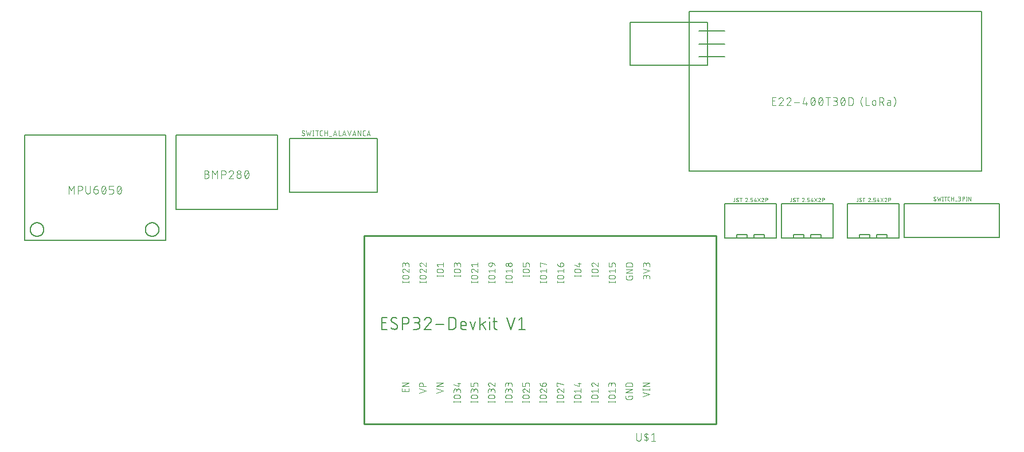
<source format=gbr>
G04 EAGLE Gerber RS-274X export*
G75*
%MOMM*%
%FSLAX34Y34*%
%LPD*%
%INSilkscreen Top*%
%IPPOS*%
%AMOC8*
5,1,8,0,0,1.08239X$1,22.5*%
G01*
%ADD10C,0.076200*%
%ADD11C,0.152400*%
%ADD12C,0.254000*%
%ADD13C,0.101600*%
%ADD14C,0.127000*%
%ADD15C,0.050800*%


D10*
X955779Y269720D02*
X955779Y272331D01*
X955777Y272432D01*
X955771Y272533D01*
X955761Y272634D01*
X955748Y272734D01*
X955730Y272834D01*
X955709Y272933D01*
X955683Y273031D01*
X955654Y273128D01*
X955622Y273224D01*
X955585Y273318D01*
X955545Y273411D01*
X955501Y273503D01*
X955454Y273592D01*
X955403Y273680D01*
X955349Y273766D01*
X955292Y273849D01*
X955232Y273931D01*
X955168Y274009D01*
X955102Y274086D01*
X955032Y274159D01*
X954960Y274230D01*
X954885Y274298D01*
X954807Y274363D01*
X954727Y274425D01*
X954645Y274484D01*
X954560Y274540D01*
X954474Y274592D01*
X954385Y274641D01*
X954294Y274687D01*
X954202Y274728D01*
X954108Y274767D01*
X954013Y274801D01*
X953917Y274832D01*
X953819Y274859D01*
X953721Y274883D01*
X953621Y274902D01*
X953521Y274918D01*
X953421Y274930D01*
X953320Y274938D01*
X953219Y274942D01*
X953117Y274942D01*
X953016Y274938D01*
X952915Y274930D01*
X952815Y274918D01*
X952715Y274902D01*
X952615Y274883D01*
X952517Y274859D01*
X952419Y274832D01*
X952323Y274801D01*
X952228Y274767D01*
X952134Y274728D01*
X952042Y274687D01*
X951951Y274641D01*
X951863Y274592D01*
X951776Y274540D01*
X951691Y274484D01*
X951609Y274425D01*
X951529Y274363D01*
X951451Y274298D01*
X951376Y274230D01*
X951304Y274159D01*
X951234Y274086D01*
X951168Y274009D01*
X951104Y273931D01*
X951044Y273849D01*
X950987Y273766D01*
X950933Y273680D01*
X950882Y273592D01*
X950835Y273503D01*
X950791Y273411D01*
X950751Y273318D01*
X950714Y273224D01*
X950682Y273128D01*
X950653Y273031D01*
X950627Y272933D01*
X950606Y272834D01*
X950588Y272734D01*
X950575Y272634D01*
X950565Y272533D01*
X950559Y272432D01*
X950557Y272331D01*
X946381Y272853D02*
X946381Y269720D01*
X946381Y272853D02*
X946383Y272943D01*
X946389Y273032D01*
X946398Y273122D01*
X946412Y273211D01*
X946429Y273299D01*
X946450Y273386D01*
X946475Y273473D01*
X946504Y273558D01*
X946536Y273642D01*
X946571Y273724D01*
X946611Y273805D01*
X946653Y273884D01*
X946699Y273961D01*
X946749Y274036D01*
X946801Y274109D01*
X946857Y274180D01*
X946915Y274248D01*
X946977Y274313D01*
X947041Y274376D01*
X947108Y274436D01*
X947177Y274493D01*
X947249Y274547D01*
X947323Y274598D01*
X947399Y274646D01*
X947477Y274690D01*
X947557Y274731D01*
X947639Y274769D01*
X947722Y274803D01*
X947807Y274833D01*
X947893Y274860D01*
X947979Y274883D01*
X948067Y274902D01*
X948156Y274917D01*
X948245Y274929D01*
X948334Y274937D01*
X948424Y274941D01*
X948514Y274941D01*
X948604Y274937D01*
X948693Y274929D01*
X948782Y274917D01*
X948871Y274902D01*
X948959Y274883D01*
X949045Y274860D01*
X949131Y274833D01*
X949216Y274803D01*
X949299Y274769D01*
X949381Y274731D01*
X949461Y274690D01*
X949539Y274646D01*
X949615Y274598D01*
X949689Y274547D01*
X949761Y274493D01*
X949830Y274436D01*
X949897Y274376D01*
X949961Y274313D01*
X950023Y274248D01*
X950081Y274180D01*
X950137Y274109D01*
X950189Y274036D01*
X950239Y273961D01*
X950285Y273884D01*
X950327Y273805D01*
X950367Y273724D01*
X950402Y273642D01*
X950434Y273558D01*
X950463Y273473D01*
X950488Y273386D01*
X950509Y273299D01*
X950526Y273211D01*
X950540Y273122D01*
X950549Y273032D01*
X950555Y272943D01*
X950557Y272853D01*
X950558Y272853D02*
X950558Y270764D01*
X946381Y278342D02*
X955779Y281475D01*
X946381Y284607D01*
X955779Y288008D02*
X955779Y290618D01*
X955777Y290719D01*
X955771Y290820D01*
X955761Y290921D01*
X955748Y291021D01*
X955730Y291121D01*
X955709Y291220D01*
X955683Y291318D01*
X955654Y291415D01*
X955622Y291511D01*
X955585Y291605D01*
X955545Y291698D01*
X955501Y291790D01*
X955454Y291879D01*
X955403Y291967D01*
X955349Y292053D01*
X955292Y292136D01*
X955232Y292218D01*
X955168Y292296D01*
X955102Y292373D01*
X955032Y292446D01*
X954960Y292517D01*
X954885Y292585D01*
X954807Y292650D01*
X954727Y292712D01*
X954645Y292771D01*
X954560Y292827D01*
X954474Y292879D01*
X954385Y292928D01*
X954294Y292974D01*
X954202Y293015D01*
X954108Y293054D01*
X954013Y293088D01*
X953917Y293119D01*
X953819Y293146D01*
X953721Y293170D01*
X953621Y293189D01*
X953521Y293205D01*
X953421Y293217D01*
X953320Y293225D01*
X953219Y293229D01*
X953117Y293229D01*
X953016Y293225D01*
X952915Y293217D01*
X952815Y293205D01*
X952715Y293189D01*
X952615Y293170D01*
X952517Y293146D01*
X952419Y293119D01*
X952323Y293088D01*
X952228Y293054D01*
X952134Y293015D01*
X952042Y292974D01*
X951951Y292928D01*
X951863Y292879D01*
X951776Y292827D01*
X951691Y292771D01*
X951609Y292712D01*
X951529Y292650D01*
X951451Y292585D01*
X951376Y292517D01*
X951304Y292446D01*
X951234Y292373D01*
X951168Y292296D01*
X951104Y292218D01*
X951044Y292136D01*
X950987Y292053D01*
X950933Y291967D01*
X950882Y291879D01*
X950835Y291790D01*
X950791Y291698D01*
X950751Y291605D01*
X950714Y291511D01*
X950682Y291415D01*
X950653Y291318D01*
X950627Y291220D01*
X950606Y291121D01*
X950588Y291021D01*
X950575Y290921D01*
X950565Y290820D01*
X950559Y290719D01*
X950557Y290618D01*
X946381Y291141D02*
X946381Y288008D01*
X946381Y291141D02*
X946383Y291231D01*
X946389Y291320D01*
X946398Y291410D01*
X946412Y291499D01*
X946429Y291587D01*
X946450Y291674D01*
X946475Y291761D01*
X946504Y291846D01*
X946536Y291930D01*
X946571Y292012D01*
X946611Y292093D01*
X946653Y292172D01*
X946699Y292249D01*
X946749Y292324D01*
X946801Y292397D01*
X946857Y292468D01*
X946915Y292536D01*
X946977Y292601D01*
X947041Y292664D01*
X947108Y292724D01*
X947177Y292781D01*
X947249Y292835D01*
X947323Y292886D01*
X947399Y292934D01*
X947477Y292978D01*
X947557Y293019D01*
X947639Y293057D01*
X947722Y293091D01*
X947807Y293121D01*
X947893Y293148D01*
X947979Y293171D01*
X948067Y293190D01*
X948156Y293205D01*
X948245Y293217D01*
X948334Y293225D01*
X948424Y293229D01*
X948514Y293229D01*
X948604Y293225D01*
X948693Y293217D01*
X948782Y293205D01*
X948871Y293190D01*
X948959Y293171D01*
X949045Y293148D01*
X949131Y293121D01*
X949216Y293091D01*
X949299Y293057D01*
X949381Y293019D01*
X949461Y292978D01*
X949539Y292934D01*
X949615Y292886D01*
X949689Y292835D01*
X949761Y292781D01*
X949830Y292724D01*
X949897Y292664D01*
X949961Y292601D01*
X950023Y292536D01*
X950081Y292468D01*
X950137Y292397D01*
X950189Y292324D01*
X950239Y292249D01*
X950285Y292172D01*
X950327Y292093D01*
X950367Y292012D01*
X950402Y291930D01*
X950434Y291846D01*
X950463Y291761D01*
X950488Y291674D01*
X950509Y291587D01*
X950526Y291499D01*
X950540Y291410D01*
X950549Y291320D01*
X950555Y291231D01*
X950557Y291141D01*
X950558Y291141D02*
X950558Y289052D01*
X925158Y273722D02*
X925158Y272155D01*
X925158Y273722D02*
X930379Y273722D01*
X930379Y270589D01*
X930377Y270500D01*
X930371Y270412D01*
X930362Y270324D01*
X930349Y270236D01*
X930332Y270149D01*
X930312Y270063D01*
X930287Y269978D01*
X930260Y269893D01*
X930228Y269810D01*
X930194Y269729D01*
X930155Y269649D01*
X930114Y269571D01*
X930069Y269494D01*
X930021Y269420D01*
X929970Y269347D01*
X929916Y269277D01*
X929858Y269210D01*
X929798Y269144D01*
X929736Y269082D01*
X929670Y269022D01*
X929603Y268964D01*
X929533Y268910D01*
X929460Y268859D01*
X929386Y268811D01*
X929309Y268766D01*
X929231Y268725D01*
X929151Y268686D01*
X929070Y268652D01*
X928987Y268620D01*
X928902Y268593D01*
X928817Y268568D01*
X928731Y268548D01*
X928644Y268531D01*
X928556Y268518D01*
X928468Y268509D01*
X928380Y268503D01*
X928291Y268501D01*
X923069Y268501D01*
X923069Y268500D02*
X922978Y268502D01*
X922887Y268508D01*
X922796Y268518D01*
X922706Y268532D01*
X922617Y268550D01*
X922528Y268571D01*
X922441Y268597D01*
X922355Y268626D01*
X922270Y268659D01*
X922186Y268696D01*
X922104Y268736D01*
X922025Y268780D01*
X921947Y268827D01*
X921871Y268878D01*
X921797Y268932D01*
X921726Y268989D01*
X921658Y269049D01*
X921592Y269112D01*
X921529Y269178D01*
X921469Y269246D01*
X921412Y269317D01*
X921358Y269391D01*
X921307Y269467D01*
X921260Y269544D01*
X921216Y269624D01*
X921176Y269706D01*
X921139Y269790D01*
X921106Y269874D01*
X921077Y269961D01*
X921051Y270048D01*
X921030Y270137D01*
X921012Y270226D01*
X920998Y270316D01*
X920988Y270407D01*
X920982Y270498D01*
X920980Y270589D01*
X920981Y270589D02*
X920981Y273722D01*
X920981Y278254D02*
X930379Y278254D01*
X930379Y283475D02*
X920981Y278254D01*
X920981Y283475D02*
X930379Y283475D01*
X930379Y288008D02*
X920981Y288008D01*
X920981Y290618D01*
X920983Y290718D01*
X920989Y290818D01*
X920998Y290917D01*
X921012Y291017D01*
X921029Y291115D01*
X921050Y291213D01*
X921074Y291310D01*
X921103Y291406D01*
X921135Y291501D01*
X921170Y291594D01*
X921209Y291686D01*
X921252Y291777D01*
X921298Y291865D01*
X921348Y291952D01*
X921400Y292037D01*
X921456Y292120D01*
X921515Y292201D01*
X921578Y292279D01*
X921643Y292355D01*
X921711Y292429D01*
X921781Y292499D01*
X921855Y292567D01*
X921931Y292632D01*
X922009Y292695D01*
X922090Y292754D01*
X922173Y292810D01*
X922258Y292862D01*
X922345Y292912D01*
X922433Y292958D01*
X922524Y293001D01*
X922616Y293040D01*
X922709Y293075D01*
X922804Y293107D01*
X922900Y293136D01*
X922997Y293160D01*
X923095Y293181D01*
X923193Y293198D01*
X923293Y293212D01*
X923392Y293221D01*
X923492Y293227D01*
X923592Y293229D01*
X927768Y293229D01*
X927868Y293227D01*
X927968Y293221D01*
X928067Y293212D01*
X928167Y293198D01*
X928265Y293181D01*
X928363Y293160D01*
X928460Y293136D01*
X928556Y293107D01*
X928651Y293075D01*
X928744Y293040D01*
X928836Y293001D01*
X928927Y292958D01*
X929015Y292912D01*
X929102Y292862D01*
X929187Y292810D01*
X929270Y292754D01*
X929351Y292695D01*
X929429Y292632D01*
X929505Y292567D01*
X929579Y292499D01*
X929649Y292429D01*
X929717Y292355D01*
X929782Y292279D01*
X929845Y292201D01*
X929904Y292120D01*
X929960Y292037D01*
X930012Y291952D01*
X930062Y291865D01*
X930108Y291777D01*
X930151Y291686D01*
X930190Y291594D01*
X930225Y291501D01*
X930257Y291406D01*
X930286Y291310D01*
X930310Y291213D01*
X930331Y291115D01*
X930348Y291017D01*
X930362Y290917D01*
X930371Y290818D01*
X930377Y290718D01*
X930379Y290618D01*
X930379Y288008D01*
X904979Y265015D02*
X895581Y265015D01*
X904979Y263971D02*
X904979Y266060D01*
X895581Y266060D02*
X895581Y263971D01*
X898192Y269720D02*
X902368Y269720D01*
X898192Y269720D02*
X898091Y269722D01*
X897990Y269728D01*
X897889Y269738D01*
X897789Y269751D01*
X897689Y269769D01*
X897590Y269790D01*
X897492Y269816D01*
X897395Y269845D01*
X897299Y269877D01*
X897205Y269914D01*
X897112Y269954D01*
X897020Y269998D01*
X896931Y270045D01*
X896843Y270096D01*
X896757Y270150D01*
X896674Y270207D01*
X896592Y270267D01*
X896514Y270331D01*
X896437Y270397D01*
X896364Y270467D01*
X896293Y270539D01*
X896225Y270614D01*
X896160Y270692D01*
X896098Y270772D01*
X896039Y270854D01*
X895983Y270939D01*
X895931Y271026D01*
X895882Y271114D01*
X895836Y271205D01*
X895795Y271297D01*
X895756Y271391D01*
X895722Y271486D01*
X895691Y271582D01*
X895664Y271680D01*
X895640Y271778D01*
X895621Y271878D01*
X895605Y271978D01*
X895593Y272078D01*
X895585Y272179D01*
X895581Y272280D01*
X895581Y272382D01*
X895585Y272483D01*
X895593Y272584D01*
X895605Y272684D01*
X895621Y272784D01*
X895640Y272884D01*
X895664Y272982D01*
X895691Y273080D01*
X895722Y273176D01*
X895756Y273271D01*
X895795Y273365D01*
X895836Y273457D01*
X895882Y273548D01*
X895931Y273637D01*
X895983Y273723D01*
X896039Y273808D01*
X896098Y273890D01*
X896160Y273970D01*
X896225Y274048D01*
X896293Y274123D01*
X896364Y274195D01*
X896437Y274265D01*
X896514Y274331D01*
X896592Y274395D01*
X896674Y274455D01*
X896757Y274512D01*
X896843Y274566D01*
X896931Y274617D01*
X897020Y274664D01*
X897112Y274708D01*
X897205Y274748D01*
X897299Y274785D01*
X897395Y274817D01*
X897492Y274846D01*
X897590Y274872D01*
X897689Y274893D01*
X897789Y274911D01*
X897889Y274924D01*
X897990Y274934D01*
X898091Y274940D01*
X898192Y274942D01*
X898192Y274941D02*
X902368Y274941D01*
X902368Y274942D02*
X902469Y274940D01*
X902570Y274934D01*
X902671Y274924D01*
X902771Y274911D01*
X902871Y274893D01*
X902970Y274872D01*
X903068Y274846D01*
X903165Y274817D01*
X903261Y274785D01*
X903355Y274748D01*
X903448Y274708D01*
X903540Y274664D01*
X903629Y274617D01*
X903717Y274566D01*
X903803Y274512D01*
X903886Y274455D01*
X903968Y274395D01*
X904046Y274331D01*
X904123Y274265D01*
X904196Y274195D01*
X904267Y274123D01*
X904335Y274048D01*
X904400Y273970D01*
X904462Y273890D01*
X904521Y273808D01*
X904577Y273723D01*
X904629Y273636D01*
X904678Y273548D01*
X904724Y273457D01*
X904765Y273365D01*
X904804Y273271D01*
X904838Y273176D01*
X904869Y273080D01*
X904896Y272982D01*
X904920Y272884D01*
X904939Y272784D01*
X904955Y272684D01*
X904967Y272584D01*
X904975Y272483D01*
X904979Y272382D01*
X904979Y272280D01*
X904975Y272179D01*
X904967Y272078D01*
X904955Y271978D01*
X904939Y271878D01*
X904920Y271778D01*
X904896Y271680D01*
X904869Y271582D01*
X904838Y271486D01*
X904804Y271391D01*
X904765Y271297D01*
X904724Y271205D01*
X904678Y271114D01*
X904629Y271026D01*
X904577Y270939D01*
X904521Y270854D01*
X904462Y270772D01*
X904400Y270692D01*
X904335Y270614D01*
X904267Y270539D01*
X904196Y270467D01*
X904123Y270397D01*
X904046Y270331D01*
X903968Y270267D01*
X903886Y270207D01*
X903803Y270150D01*
X903717Y270096D01*
X903629Y270045D01*
X903540Y269998D01*
X903448Y269954D01*
X903355Y269914D01*
X903261Y269877D01*
X903165Y269845D01*
X903068Y269816D01*
X902970Y269790D01*
X902871Y269769D01*
X902771Y269751D01*
X902671Y269738D01*
X902570Y269728D01*
X902469Y269722D01*
X902368Y269720D01*
X897669Y278864D02*
X895581Y281474D01*
X904979Y281474D01*
X904979Y278864D02*
X904979Y284085D01*
X904979Y288008D02*
X904979Y291141D01*
X904977Y291230D01*
X904971Y291318D01*
X904962Y291406D01*
X904949Y291494D01*
X904932Y291581D01*
X904912Y291667D01*
X904887Y291752D01*
X904860Y291837D01*
X904828Y291920D01*
X904794Y292001D01*
X904755Y292081D01*
X904714Y292159D01*
X904669Y292236D01*
X904621Y292310D01*
X904570Y292383D01*
X904516Y292453D01*
X904458Y292520D01*
X904398Y292586D01*
X904336Y292648D01*
X904270Y292708D01*
X904203Y292766D01*
X904133Y292820D01*
X904060Y292871D01*
X903986Y292919D01*
X903909Y292964D01*
X903831Y293005D01*
X903751Y293044D01*
X903670Y293078D01*
X903587Y293110D01*
X903502Y293137D01*
X903417Y293162D01*
X903331Y293182D01*
X903244Y293199D01*
X903156Y293212D01*
X903068Y293221D01*
X902980Y293227D01*
X902891Y293229D01*
X901846Y293229D01*
X901757Y293227D01*
X901669Y293221D01*
X901581Y293212D01*
X901493Y293199D01*
X901406Y293182D01*
X901320Y293162D01*
X901235Y293137D01*
X901150Y293110D01*
X901067Y293078D01*
X900986Y293044D01*
X900906Y293005D01*
X900828Y292964D01*
X900751Y292919D01*
X900677Y292871D01*
X900604Y292820D01*
X900534Y292766D01*
X900467Y292708D01*
X900401Y292648D01*
X900339Y292586D01*
X900279Y292520D01*
X900221Y292453D01*
X900167Y292383D01*
X900116Y292310D01*
X900068Y292236D01*
X900023Y292159D01*
X899982Y292081D01*
X899943Y292001D01*
X899909Y291920D01*
X899877Y291837D01*
X899850Y291752D01*
X899825Y291667D01*
X899805Y291581D01*
X899788Y291494D01*
X899775Y291406D01*
X899766Y291318D01*
X899760Y291230D01*
X899758Y291141D01*
X899758Y288008D01*
X895581Y288008D01*
X895581Y293229D01*
X879579Y274159D02*
X870181Y274159D01*
X879579Y273115D02*
X879579Y275204D01*
X870181Y275204D02*
X870181Y273115D01*
X872792Y278864D02*
X876968Y278864D01*
X872792Y278863D02*
X872691Y278865D01*
X872590Y278871D01*
X872489Y278881D01*
X872389Y278894D01*
X872289Y278912D01*
X872190Y278933D01*
X872092Y278959D01*
X871995Y278988D01*
X871899Y279020D01*
X871805Y279057D01*
X871712Y279097D01*
X871620Y279141D01*
X871531Y279188D01*
X871443Y279239D01*
X871357Y279293D01*
X871274Y279350D01*
X871192Y279410D01*
X871114Y279474D01*
X871037Y279540D01*
X870964Y279610D01*
X870893Y279682D01*
X870825Y279757D01*
X870760Y279835D01*
X870698Y279915D01*
X870639Y279997D01*
X870583Y280082D01*
X870531Y280169D01*
X870482Y280257D01*
X870436Y280348D01*
X870395Y280440D01*
X870356Y280534D01*
X870322Y280629D01*
X870291Y280725D01*
X870264Y280823D01*
X870240Y280921D01*
X870221Y281021D01*
X870205Y281121D01*
X870193Y281221D01*
X870185Y281322D01*
X870181Y281423D01*
X870181Y281525D01*
X870185Y281626D01*
X870193Y281727D01*
X870205Y281827D01*
X870221Y281927D01*
X870240Y282027D01*
X870264Y282125D01*
X870291Y282223D01*
X870322Y282319D01*
X870356Y282414D01*
X870395Y282508D01*
X870436Y282600D01*
X870482Y282691D01*
X870531Y282780D01*
X870583Y282866D01*
X870639Y282951D01*
X870698Y283033D01*
X870760Y283113D01*
X870825Y283191D01*
X870893Y283266D01*
X870964Y283338D01*
X871037Y283408D01*
X871114Y283474D01*
X871192Y283538D01*
X871274Y283598D01*
X871357Y283655D01*
X871443Y283709D01*
X871531Y283760D01*
X871620Y283807D01*
X871712Y283851D01*
X871805Y283891D01*
X871899Y283928D01*
X871995Y283960D01*
X872092Y283989D01*
X872190Y284015D01*
X872289Y284036D01*
X872389Y284054D01*
X872489Y284067D01*
X872590Y284077D01*
X872691Y284083D01*
X872792Y284085D01*
X876968Y284085D01*
X877069Y284083D01*
X877170Y284077D01*
X877271Y284067D01*
X877371Y284054D01*
X877471Y284036D01*
X877570Y284015D01*
X877668Y283989D01*
X877765Y283960D01*
X877861Y283928D01*
X877955Y283891D01*
X878048Y283851D01*
X878140Y283807D01*
X878229Y283760D01*
X878317Y283709D01*
X878403Y283655D01*
X878486Y283598D01*
X878568Y283538D01*
X878646Y283474D01*
X878723Y283408D01*
X878796Y283338D01*
X878867Y283266D01*
X878935Y283191D01*
X879000Y283113D01*
X879062Y283033D01*
X879121Y282951D01*
X879177Y282866D01*
X879229Y282779D01*
X879278Y282691D01*
X879324Y282600D01*
X879365Y282508D01*
X879404Y282414D01*
X879438Y282319D01*
X879469Y282223D01*
X879496Y282125D01*
X879520Y282027D01*
X879539Y281927D01*
X879555Y281827D01*
X879567Y281727D01*
X879575Y281626D01*
X879579Y281525D01*
X879579Y281423D01*
X879575Y281322D01*
X879567Y281221D01*
X879555Y281121D01*
X879539Y281021D01*
X879520Y280921D01*
X879496Y280823D01*
X879469Y280725D01*
X879438Y280629D01*
X879404Y280534D01*
X879365Y280440D01*
X879324Y280348D01*
X879278Y280257D01*
X879229Y280169D01*
X879177Y280082D01*
X879121Y279997D01*
X879062Y279915D01*
X879000Y279835D01*
X878935Y279757D01*
X878867Y279682D01*
X878796Y279610D01*
X878723Y279540D01*
X878646Y279474D01*
X878568Y279410D01*
X878486Y279350D01*
X878403Y279293D01*
X878317Y279239D01*
X878229Y279188D01*
X878140Y279141D01*
X878048Y279097D01*
X877955Y279057D01*
X877861Y279020D01*
X877765Y278988D01*
X877668Y278959D01*
X877570Y278933D01*
X877471Y278912D01*
X877371Y278894D01*
X877271Y278881D01*
X877170Y278871D01*
X877069Y278865D01*
X876968Y278863D01*
X870181Y290880D02*
X870183Y290975D01*
X870189Y291069D01*
X870198Y291163D01*
X870211Y291257D01*
X870228Y291350D01*
X870249Y291442D01*
X870274Y291534D01*
X870302Y291624D01*
X870334Y291713D01*
X870369Y291801D01*
X870408Y291887D01*
X870450Y291972D01*
X870496Y292055D01*
X870545Y292136D01*
X870597Y292215D01*
X870652Y292292D01*
X870711Y292366D01*
X870772Y292438D01*
X870836Y292508D01*
X870903Y292575D01*
X870973Y292639D01*
X871045Y292700D01*
X871119Y292759D01*
X871196Y292814D01*
X871275Y292866D01*
X871356Y292915D01*
X871439Y292961D01*
X871524Y293003D01*
X871610Y293042D01*
X871698Y293077D01*
X871787Y293109D01*
X871877Y293137D01*
X871969Y293162D01*
X872061Y293183D01*
X872154Y293200D01*
X872248Y293213D01*
X872342Y293222D01*
X872436Y293228D01*
X872531Y293230D01*
X870181Y290880D02*
X870183Y290772D01*
X870189Y290663D01*
X870199Y290555D01*
X870212Y290448D01*
X870230Y290341D01*
X870251Y290234D01*
X870276Y290129D01*
X870305Y290024D01*
X870337Y289921D01*
X870374Y289819D01*
X870414Y289718D01*
X870457Y289619D01*
X870504Y289521D01*
X870555Y289425D01*
X870609Y289331D01*
X870666Y289239D01*
X870727Y289149D01*
X870791Y289061D01*
X870857Y288976D01*
X870927Y288893D01*
X871000Y288813D01*
X871076Y288735D01*
X871154Y288660D01*
X871235Y288588D01*
X871319Y288519D01*
X871405Y288453D01*
X871493Y288390D01*
X871584Y288331D01*
X871676Y288274D01*
X871771Y288221D01*
X871868Y288172D01*
X871966Y288126D01*
X872065Y288083D01*
X872167Y288044D01*
X872269Y288009D01*
X874359Y292446D02*
X874290Y292515D01*
X874219Y292581D01*
X874146Y292645D01*
X874070Y292706D01*
X873991Y292764D01*
X873911Y292818D01*
X873828Y292870D01*
X873744Y292918D01*
X873658Y292964D01*
X873570Y293005D01*
X873480Y293044D01*
X873389Y293079D01*
X873297Y293110D01*
X873204Y293138D01*
X873110Y293162D01*
X873015Y293182D01*
X872919Y293199D01*
X872822Y293212D01*
X872725Y293221D01*
X872628Y293227D01*
X872531Y293229D01*
X874358Y292446D02*
X879579Y288008D01*
X879579Y293229D01*
X854179Y274159D02*
X844781Y274159D01*
X854179Y273115D02*
X854179Y275204D01*
X844781Y275204D02*
X844781Y273115D01*
X847392Y278864D02*
X851568Y278864D01*
X847392Y278863D02*
X847291Y278865D01*
X847190Y278871D01*
X847089Y278881D01*
X846989Y278894D01*
X846889Y278912D01*
X846790Y278933D01*
X846692Y278959D01*
X846595Y278988D01*
X846499Y279020D01*
X846405Y279057D01*
X846312Y279097D01*
X846220Y279141D01*
X846131Y279188D01*
X846043Y279239D01*
X845957Y279293D01*
X845874Y279350D01*
X845792Y279410D01*
X845714Y279474D01*
X845637Y279540D01*
X845564Y279610D01*
X845493Y279682D01*
X845425Y279757D01*
X845360Y279835D01*
X845298Y279915D01*
X845239Y279997D01*
X845183Y280082D01*
X845131Y280169D01*
X845082Y280257D01*
X845036Y280348D01*
X844995Y280440D01*
X844956Y280534D01*
X844922Y280629D01*
X844891Y280725D01*
X844864Y280823D01*
X844840Y280921D01*
X844821Y281021D01*
X844805Y281121D01*
X844793Y281221D01*
X844785Y281322D01*
X844781Y281423D01*
X844781Y281525D01*
X844785Y281626D01*
X844793Y281727D01*
X844805Y281827D01*
X844821Y281927D01*
X844840Y282027D01*
X844864Y282125D01*
X844891Y282223D01*
X844922Y282319D01*
X844956Y282414D01*
X844995Y282508D01*
X845036Y282600D01*
X845082Y282691D01*
X845131Y282780D01*
X845183Y282866D01*
X845239Y282951D01*
X845298Y283033D01*
X845360Y283113D01*
X845425Y283191D01*
X845493Y283266D01*
X845564Y283338D01*
X845637Y283408D01*
X845714Y283474D01*
X845792Y283538D01*
X845874Y283598D01*
X845957Y283655D01*
X846043Y283709D01*
X846131Y283760D01*
X846220Y283807D01*
X846312Y283851D01*
X846405Y283891D01*
X846499Y283928D01*
X846595Y283960D01*
X846692Y283989D01*
X846790Y284015D01*
X846889Y284036D01*
X846989Y284054D01*
X847089Y284067D01*
X847190Y284077D01*
X847291Y284083D01*
X847392Y284085D01*
X851568Y284085D01*
X851669Y284083D01*
X851770Y284077D01*
X851871Y284067D01*
X851971Y284054D01*
X852071Y284036D01*
X852170Y284015D01*
X852268Y283989D01*
X852365Y283960D01*
X852461Y283928D01*
X852555Y283891D01*
X852648Y283851D01*
X852740Y283807D01*
X852829Y283760D01*
X852917Y283709D01*
X853003Y283655D01*
X853086Y283598D01*
X853168Y283538D01*
X853246Y283474D01*
X853323Y283408D01*
X853396Y283338D01*
X853467Y283266D01*
X853535Y283191D01*
X853600Y283113D01*
X853662Y283033D01*
X853721Y282951D01*
X853777Y282866D01*
X853829Y282779D01*
X853878Y282691D01*
X853924Y282600D01*
X853965Y282508D01*
X854004Y282414D01*
X854038Y282319D01*
X854069Y282223D01*
X854096Y282125D01*
X854120Y282027D01*
X854139Y281927D01*
X854155Y281827D01*
X854167Y281727D01*
X854175Y281626D01*
X854179Y281525D01*
X854179Y281423D01*
X854175Y281322D01*
X854167Y281221D01*
X854155Y281121D01*
X854139Y281021D01*
X854120Y280921D01*
X854096Y280823D01*
X854069Y280725D01*
X854038Y280629D01*
X854004Y280534D01*
X853965Y280440D01*
X853924Y280348D01*
X853878Y280257D01*
X853829Y280169D01*
X853777Y280082D01*
X853721Y279997D01*
X853662Y279915D01*
X853600Y279835D01*
X853535Y279757D01*
X853467Y279682D01*
X853396Y279610D01*
X853323Y279540D01*
X853246Y279474D01*
X853168Y279410D01*
X853086Y279350D01*
X853003Y279293D01*
X852917Y279239D01*
X852829Y279188D01*
X852740Y279141D01*
X852648Y279097D01*
X852555Y279057D01*
X852461Y279020D01*
X852365Y278988D01*
X852268Y278959D01*
X852170Y278933D01*
X852071Y278912D01*
X851971Y278894D01*
X851871Y278881D01*
X851770Y278871D01*
X851669Y278865D01*
X851568Y278863D01*
X852091Y288008D02*
X844781Y290096D01*
X852091Y288008D02*
X852091Y293229D01*
X850002Y291663D02*
X854179Y291663D01*
X828779Y265015D02*
X819381Y265015D01*
X828779Y263971D02*
X828779Y266060D01*
X819381Y266060D02*
X819381Y263971D01*
X821992Y269720D02*
X826168Y269720D01*
X821992Y269720D02*
X821891Y269722D01*
X821790Y269728D01*
X821689Y269738D01*
X821589Y269751D01*
X821489Y269769D01*
X821390Y269790D01*
X821292Y269816D01*
X821195Y269845D01*
X821099Y269877D01*
X821005Y269914D01*
X820912Y269954D01*
X820820Y269998D01*
X820731Y270045D01*
X820643Y270096D01*
X820557Y270150D01*
X820474Y270207D01*
X820392Y270267D01*
X820314Y270331D01*
X820237Y270397D01*
X820164Y270467D01*
X820093Y270539D01*
X820025Y270614D01*
X819960Y270692D01*
X819898Y270772D01*
X819839Y270854D01*
X819783Y270939D01*
X819731Y271026D01*
X819682Y271114D01*
X819636Y271205D01*
X819595Y271297D01*
X819556Y271391D01*
X819522Y271486D01*
X819491Y271582D01*
X819464Y271680D01*
X819440Y271778D01*
X819421Y271878D01*
X819405Y271978D01*
X819393Y272078D01*
X819385Y272179D01*
X819381Y272280D01*
X819381Y272382D01*
X819385Y272483D01*
X819393Y272584D01*
X819405Y272684D01*
X819421Y272784D01*
X819440Y272884D01*
X819464Y272982D01*
X819491Y273080D01*
X819522Y273176D01*
X819556Y273271D01*
X819595Y273365D01*
X819636Y273457D01*
X819682Y273548D01*
X819731Y273637D01*
X819783Y273723D01*
X819839Y273808D01*
X819898Y273890D01*
X819960Y273970D01*
X820025Y274048D01*
X820093Y274123D01*
X820164Y274195D01*
X820237Y274265D01*
X820314Y274331D01*
X820392Y274395D01*
X820474Y274455D01*
X820557Y274512D01*
X820643Y274566D01*
X820731Y274617D01*
X820820Y274664D01*
X820912Y274708D01*
X821005Y274748D01*
X821099Y274785D01*
X821195Y274817D01*
X821292Y274846D01*
X821390Y274872D01*
X821489Y274893D01*
X821589Y274911D01*
X821689Y274924D01*
X821790Y274934D01*
X821891Y274940D01*
X821992Y274942D01*
X821992Y274941D02*
X826168Y274941D01*
X826168Y274942D02*
X826269Y274940D01*
X826370Y274934D01*
X826471Y274924D01*
X826571Y274911D01*
X826671Y274893D01*
X826770Y274872D01*
X826868Y274846D01*
X826965Y274817D01*
X827061Y274785D01*
X827155Y274748D01*
X827248Y274708D01*
X827340Y274664D01*
X827429Y274617D01*
X827517Y274566D01*
X827603Y274512D01*
X827686Y274455D01*
X827768Y274395D01*
X827846Y274331D01*
X827923Y274265D01*
X827996Y274195D01*
X828067Y274123D01*
X828135Y274048D01*
X828200Y273970D01*
X828262Y273890D01*
X828321Y273808D01*
X828377Y273723D01*
X828429Y273636D01*
X828478Y273548D01*
X828524Y273457D01*
X828565Y273365D01*
X828604Y273271D01*
X828638Y273176D01*
X828669Y273080D01*
X828696Y272982D01*
X828720Y272884D01*
X828739Y272784D01*
X828755Y272684D01*
X828767Y272584D01*
X828775Y272483D01*
X828779Y272382D01*
X828779Y272280D01*
X828775Y272179D01*
X828767Y272078D01*
X828755Y271978D01*
X828739Y271878D01*
X828720Y271778D01*
X828696Y271680D01*
X828669Y271582D01*
X828638Y271486D01*
X828604Y271391D01*
X828565Y271297D01*
X828524Y271205D01*
X828478Y271114D01*
X828429Y271026D01*
X828377Y270939D01*
X828321Y270854D01*
X828262Y270772D01*
X828200Y270692D01*
X828135Y270614D01*
X828067Y270539D01*
X827996Y270467D01*
X827923Y270397D01*
X827846Y270331D01*
X827768Y270267D01*
X827686Y270207D01*
X827603Y270150D01*
X827517Y270096D01*
X827429Y270045D01*
X827340Y269998D01*
X827248Y269954D01*
X827155Y269914D01*
X827061Y269877D01*
X826965Y269845D01*
X826868Y269816D01*
X826770Y269790D01*
X826671Y269769D01*
X826571Y269751D01*
X826471Y269738D01*
X826370Y269728D01*
X826269Y269722D01*
X826168Y269720D01*
X821469Y278864D02*
X819381Y281474D01*
X828779Y281474D01*
X828779Y278864D02*
X828779Y284085D01*
X823558Y288008D02*
X823558Y291141D01*
X823560Y291230D01*
X823566Y291318D01*
X823575Y291406D01*
X823588Y291494D01*
X823605Y291581D01*
X823625Y291667D01*
X823650Y291752D01*
X823677Y291837D01*
X823709Y291920D01*
X823743Y292001D01*
X823782Y292081D01*
X823823Y292159D01*
X823868Y292236D01*
X823916Y292310D01*
X823967Y292383D01*
X824021Y292453D01*
X824079Y292520D01*
X824139Y292586D01*
X824201Y292648D01*
X824267Y292708D01*
X824334Y292766D01*
X824404Y292820D01*
X824477Y292871D01*
X824551Y292919D01*
X824628Y292964D01*
X824706Y293005D01*
X824786Y293044D01*
X824867Y293078D01*
X824950Y293110D01*
X825035Y293137D01*
X825120Y293162D01*
X825206Y293182D01*
X825293Y293199D01*
X825381Y293212D01*
X825469Y293221D01*
X825557Y293227D01*
X825646Y293229D01*
X826168Y293229D01*
X826269Y293227D01*
X826370Y293221D01*
X826471Y293211D01*
X826571Y293198D01*
X826671Y293180D01*
X826770Y293159D01*
X826868Y293133D01*
X826965Y293104D01*
X827061Y293072D01*
X827155Y293035D01*
X827248Y292995D01*
X827340Y292951D01*
X827429Y292904D01*
X827517Y292853D01*
X827603Y292799D01*
X827686Y292742D01*
X827768Y292682D01*
X827846Y292618D01*
X827923Y292552D01*
X827996Y292482D01*
X828067Y292410D01*
X828135Y292335D01*
X828200Y292257D01*
X828262Y292177D01*
X828321Y292095D01*
X828377Y292010D01*
X828429Y291923D01*
X828478Y291835D01*
X828524Y291744D01*
X828565Y291652D01*
X828604Y291558D01*
X828638Y291463D01*
X828669Y291367D01*
X828696Y291269D01*
X828720Y291171D01*
X828739Y291071D01*
X828755Y290971D01*
X828767Y290871D01*
X828775Y290770D01*
X828779Y290669D01*
X828779Y290567D01*
X828775Y290466D01*
X828767Y290365D01*
X828755Y290265D01*
X828739Y290165D01*
X828720Y290065D01*
X828696Y289967D01*
X828669Y289869D01*
X828638Y289773D01*
X828604Y289678D01*
X828565Y289584D01*
X828524Y289492D01*
X828478Y289401D01*
X828429Y289313D01*
X828377Y289226D01*
X828321Y289141D01*
X828262Y289059D01*
X828200Y288979D01*
X828135Y288901D01*
X828067Y288826D01*
X827996Y288754D01*
X827923Y288684D01*
X827846Y288618D01*
X827768Y288554D01*
X827686Y288494D01*
X827603Y288437D01*
X827517Y288383D01*
X827429Y288332D01*
X827340Y288285D01*
X827248Y288241D01*
X827155Y288201D01*
X827061Y288164D01*
X826965Y288132D01*
X826868Y288103D01*
X826770Y288077D01*
X826671Y288056D01*
X826571Y288038D01*
X826471Y288025D01*
X826370Y288015D01*
X826269Y288009D01*
X826168Y288007D01*
X826168Y288008D02*
X823558Y288008D01*
X823429Y288010D01*
X823301Y288016D01*
X823173Y288026D01*
X823045Y288040D01*
X822917Y288057D01*
X822790Y288079D01*
X822664Y288105D01*
X822539Y288134D01*
X822415Y288167D01*
X822292Y288205D01*
X822170Y288245D01*
X822049Y288290D01*
X821930Y288338D01*
X821812Y288390D01*
X821696Y288446D01*
X821582Y288505D01*
X821470Y288568D01*
X821359Y288634D01*
X821251Y288703D01*
X821145Y288776D01*
X821041Y288852D01*
X820939Y288931D01*
X820840Y289013D01*
X820744Y289098D01*
X820650Y289186D01*
X820559Y289277D01*
X820471Y289371D01*
X820386Y289467D01*
X820304Y289566D01*
X820225Y289668D01*
X820149Y289772D01*
X820076Y289878D01*
X820007Y289986D01*
X819941Y290096D01*
X819878Y290209D01*
X819819Y290323D01*
X819763Y290439D01*
X819711Y290557D01*
X819663Y290676D01*
X819618Y290797D01*
X819578Y290919D01*
X819540Y291042D01*
X819507Y291166D01*
X819478Y291291D01*
X819452Y291417D01*
X819430Y291544D01*
X819413Y291672D01*
X819399Y291800D01*
X819389Y291928D01*
X819383Y292056D01*
X819381Y292185D01*
X803379Y265015D02*
X793981Y265015D01*
X803379Y263971D02*
X803379Y266060D01*
X793981Y266060D02*
X793981Y263971D01*
X796592Y269720D02*
X800768Y269720D01*
X796592Y269720D02*
X796491Y269722D01*
X796390Y269728D01*
X796289Y269738D01*
X796189Y269751D01*
X796089Y269769D01*
X795990Y269790D01*
X795892Y269816D01*
X795795Y269845D01*
X795699Y269877D01*
X795605Y269914D01*
X795512Y269954D01*
X795420Y269998D01*
X795331Y270045D01*
X795243Y270096D01*
X795157Y270150D01*
X795074Y270207D01*
X794992Y270267D01*
X794914Y270331D01*
X794837Y270397D01*
X794764Y270467D01*
X794693Y270539D01*
X794625Y270614D01*
X794560Y270692D01*
X794498Y270772D01*
X794439Y270854D01*
X794383Y270939D01*
X794331Y271026D01*
X794282Y271114D01*
X794236Y271205D01*
X794195Y271297D01*
X794156Y271391D01*
X794122Y271486D01*
X794091Y271582D01*
X794064Y271680D01*
X794040Y271778D01*
X794021Y271878D01*
X794005Y271978D01*
X793993Y272078D01*
X793985Y272179D01*
X793981Y272280D01*
X793981Y272382D01*
X793985Y272483D01*
X793993Y272584D01*
X794005Y272684D01*
X794021Y272784D01*
X794040Y272884D01*
X794064Y272982D01*
X794091Y273080D01*
X794122Y273176D01*
X794156Y273271D01*
X794195Y273365D01*
X794236Y273457D01*
X794282Y273548D01*
X794331Y273637D01*
X794383Y273723D01*
X794439Y273808D01*
X794498Y273890D01*
X794560Y273970D01*
X794625Y274048D01*
X794693Y274123D01*
X794764Y274195D01*
X794837Y274265D01*
X794914Y274331D01*
X794992Y274395D01*
X795074Y274455D01*
X795157Y274512D01*
X795243Y274566D01*
X795331Y274617D01*
X795420Y274664D01*
X795512Y274708D01*
X795605Y274748D01*
X795699Y274785D01*
X795795Y274817D01*
X795892Y274846D01*
X795990Y274872D01*
X796089Y274893D01*
X796189Y274911D01*
X796289Y274924D01*
X796390Y274934D01*
X796491Y274940D01*
X796592Y274942D01*
X796592Y274941D02*
X800768Y274941D01*
X800768Y274942D02*
X800869Y274940D01*
X800970Y274934D01*
X801071Y274924D01*
X801171Y274911D01*
X801271Y274893D01*
X801370Y274872D01*
X801468Y274846D01*
X801565Y274817D01*
X801661Y274785D01*
X801755Y274748D01*
X801848Y274708D01*
X801940Y274664D01*
X802029Y274617D01*
X802117Y274566D01*
X802203Y274512D01*
X802286Y274455D01*
X802368Y274395D01*
X802446Y274331D01*
X802523Y274265D01*
X802596Y274195D01*
X802667Y274123D01*
X802735Y274048D01*
X802800Y273970D01*
X802862Y273890D01*
X802921Y273808D01*
X802977Y273723D01*
X803029Y273636D01*
X803078Y273548D01*
X803124Y273457D01*
X803165Y273365D01*
X803204Y273271D01*
X803238Y273176D01*
X803269Y273080D01*
X803296Y272982D01*
X803320Y272884D01*
X803339Y272784D01*
X803355Y272684D01*
X803367Y272584D01*
X803375Y272483D01*
X803379Y272382D01*
X803379Y272280D01*
X803375Y272179D01*
X803367Y272078D01*
X803355Y271978D01*
X803339Y271878D01*
X803320Y271778D01*
X803296Y271680D01*
X803269Y271582D01*
X803238Y271486D01*
X803204Y271391D01*
X803165Y271297D01*
X803124Y271205D01*
X803078Y271114D01*
X803029Y271026D01*
X802977Y270939D01*
X802921Y270854D01*
X802862Y270772D01*
X802800Y270692D01*
X802735Y270614D01*
X802667Y270539D01*
X802596Y270467D01*
X802523Y270397D01*
X802446Y270331D01*
X802368Y270267D01*
X802286Y270207D01*
X802203Y270150D01*
X802117Y270096D01*
X802029Y270045D01*
X801940Y269998D01*
X801848Y269954D01*
X801755Y269914D01*
X801661Y269877D01*
X801565Y269845D01*
X801468Y269816D01*
X801370Y269790D01*
X801271Y269769D01*
X801171Y269751D01*
X801071Y269738D01*
X800970Y269728D01*
X800869Y269722D01*
X800768Y269720D01*
X796069Y278864D02*
X793981Y281474D01*
X803379Y281474D01*
X803379Y278864D02*
X803379Y284085D01*
X795025Y288008D02*
X793981Y288008D01*
X793981Y293229D01*
X803379Y290618D01*
X777979Y274159D02*
X768581Y274159D01*
X777979Y273115D02*
X777979Y275204D01*
X768581Y275204D02*
X768581Y273115D01*
X771192Y278864D02*
X775368Y278864D01*
X771192Y278863D02*
X771091Y278865D01*
X770990Y278871D01*
X770889Y278881D01*
X770789Y278894D01*
X770689Y278912D01*
X770590Y278933D01*
X770492Y278959D01*
X770395Y278988D01*
X770299Y279020D01*
X770205Y279057D01*
X770112Y279097D01*
X770020Y279141D01*
X769931Y279188D01*
X769843Y279239D01*
X769757Y279293D01*
X769674Y279350D01*
X769592Y279410D01*
X769514Y279474D01*
X769437Y279540D01*
X769364Y279610D01*
X769293Y279682D01*
X769225Y279757D01*
X769160Y279835D01*
X769098Y279915D01*
X769039Y279997D01*
X768983Y280082D01*
X768931Y280169D01*
X768882Y280257D01*
X768836Y280348D01*
X768795Y280440D01*
X768756Y280534D01*
X768722Y280629D01*
X768691Y280725D01*
X768664Y280823D01*
X768640Y280921D01*
X768621Y281021D01*
X768605Y281121D01*
X768593Y281221D01*
X768585Y281322D01*
X768581Y281423D01*
X768581Y281525D01*
X768585Y281626D01*
X768593Y281727D01*
X768605Y281827D01*
X768621Y281927D01*
X768640Y282027D01*
X768664Y282125D01*
X768691Y282223D01*
X768722Y282319D01*
X768756Y282414D01*
X768795Y282508D01*
X768836Y282600D01*
X768882Y282691D01*
X768931Y282780D01*
X768983Y282866D01*
X769039Y282951D01*
X769098Y283033D01*
X769160Y283113D01*
X769225Y283191D01*
X769293Y283266D01*
X769364Y283338D01*
X769437Y283408D01*
X769514Y283474D01*
X769592Y283538D01*
X769674Y283598D01*
X769757Y283655D01*
X769843Y283709D01*
X769931Y283760D01*
X770020Y283807D01*
X770112Y283851D01*
X770205Y283891D01*
X770299Y283928D01*
X770395Y283960D01*
X770492Y283989D01*
X770590Y284015D01*
X770689Y284036D01*
X770789Y284054D01*
X770889Y284067D01*
X770990Y284077D01*
X771091Y284083D01*
X771192Y284085D01*
X775368Y284085D01*
X775469Y284083D01*
X775570Y284077D01*
X775671Y284067D01*
X775771Y284054D01*
X775871Y284036D01*
X775970Y284015D01*
X776068Y283989D01*
X776165Y283960D01*
X776261Y283928D01*
X776355Y283891D01*
X776448Y283851D01*
X776540Y283807D01*
X776629Y283760D01*
X776717Y283709D01*
X776803Y283655D01*
X776886Y283598D01*
X776968Y283538D01*
X777046Y283474D01*
X777123Y283408D01*
X777196Y283338D01*
X777267Y283266D01*
X777335Y283191D01*
X777400Y283113D01*
X777462Y283033D01*
X777521Y282951D01*
X777577Y282866D01*
X777629Y282779D01*
X777678Y282691D01*
X777724Y282600D01*
X777765Y282508D01*
X777804Y282414D01*
X777838Y282319D01*
X777869Y282223D01*
X777896Y282125D01*
X777920Y282027D01*
X777939Y281927D01*
X777955Y281827D01*
X777967Y281727D01*
X777975Y281626D01*
X777979Y281525D01*
X777979Y281423D01*
X777975Y281322D01*
X777967Y281221D01*
X777955Y281121D01*
X777939Y281021D01*
X777920Y280921D01*
X777896Y280823D01*
X777869Y280725D01*
X777838Y280629D01*
X777804Y280534D01*
X777765Y280440D01*
X777724Y280348D01*
X777678Y280257D01*
X777629Y280169D01*
X777577Y280082D01*
X777521Y279997D01*
X777462Y279915D01*
X777400Y279835D01*
X777335Y279757D01*
X777267Y279682D01*
X777196Y279610D01*
X777123Y279540D01*
X777046Y279474D01*
X776968Y279410D01*
X776886Y279350D01*
X776803Y279293D01*
X776717Y279239D01*
X776629Y279188D01*
X776540Y279141D01*
X776448Y279097D01*
X776355Y279057D01*
X776261Y279020D01*
X776165Y278988D01*
X776068Y278959D01*
X775970Y278933D01*
X775871Y278912D01*
X775771Y278894D01*
X775671Y278881D01*
X775570Y278871D01*
X775469Y278865D01*
X775368Y278863D01*
X777979Y288008D02*
X777979Y291141D01*
X777977Y291230D01*
X777971Y291318D01*
X777962Y291406D01*
X777949Y291494D01*
X777932Y291581D01*
X777912Y291667D01*
X777887Y291752D01*
X777860Y291837D01*
X777828Y291920D01*
X777794Y292001D01*
X777755Y292081D01*
X777714Y292159D01*
X777669Y292236D01*
X777621Y292310D01*
X777570Y292383D01*
X777516Y292453D01*
X777458Y292520D01*
X777398Y292586D01*
X777336Y292648D01*
X777270Y292708D01*
X777203Y292766D01*
X777133Y292820D01*
X777060Y292871D01*
X776986Y292919D01*
X776909Y292964D01*
X776831Y293005D01*
X776751Y293044D01*
X776670Y293078D01*
X776587Y293110D01*
X776502Y293137D01*
X776417Y293162D01*
X776331Y293182D01*
X776244Y293199D01*
X776156Y293212D01*
X776068Y293221D01*
X775980Y293227D01*
X775891Y293229D01*
X774846Y293229D01*
X774757Y293227D01*
X774669Y293221D01*
X774581Y293212D01*
X774493Y293199D01*
X774406Y293182D01*
X774320Y293162D01*
X774235Y293137D01*
X774150Y293110D01*
X774067Y293078D01*
X773986Y293044D01*
X773906Y293005D01*
X773828Y292964D01*
X773751Y292919D01*
X773677Y292871D01*
X773604Y292820D01*
X773534Y292766D01*
X773467Y292708D01*
X773401Y292648D01*
X773339Y292586D01*
X773279Y292520D01*
X773221Y292453D01*
X773167Y292383D01*
X773116Y292310D01*
X773068Y292236D01*
X773023Y292159D01*
X772982Y292081D01*
X772943Y292001D01*
X772909Y291920D01*
X772877Y291837D01*
X772850Y291752D01*
X772825Y291667D01*
X772805Y291581D01*
X772788Y291494D01*
X772775Y291406D01*
X772766Y291318D01*
X772760Y291230D01*
X772758Y291141D01*
X772758Y288008D01*
X768581Y288008D01*
X768581Y293229D01*
X752579Y265015D02*
X743181Y265015D01*
X752579Y263971D02*
X752579Y266060D01*
X743181Y266060D02*
X743181Y263971D01*
X745792Y269720D02*
X749968Y269720D01*
X745792Y269720D02*
X745691Y269722D01*
X745590Y269728D01*
X745489Y269738D01*
X745389Y269751D01*
X745289Y269769D01*
X745190Y269790D01*
X745092Y269816D01*
X744995Y269845D01*
X744899Y269877D01*
X744805Y269914D01*
X744712Y269954D01*
X744620Y269998D01*
X744531Y270045D01*
X744443Y270096D01*
X744357Y270150D01*
X744274Y270207D01*
X744192Y270267D01*
X744114Y270331D01*
X744037Y270397D01*
X743964Y270467D01*
X743893Y270539D01*
X743825Y270614D01*
X743760Y270692D01*
X743698Y270772D01*
X743639Y270854D01*
X743583Y270939D01*
X743531Y271026D01*
X743482Y271114D01*
X743436Y271205D01*
X743395Y271297D01*
X743356Y271391D01*
X743322Y271486D01*
X743291Y271582D01*
X743264Y271680D01*
X743240Y271778D01*
X743221Y271878D01*
X743205Y271978D01*
X743193Y272078D01*
X743185Y272179D01*
X743181Y272280D01*
X743181Y272382D01*
X743185Y272483D01*
X743193Y272584D01*
X743205Y272684D01*
X743221Y272784D01*
X743240Y272884D01*
X743264Y272982D01*
X743291Y273080D01*
X743322Y273176D01*
X743356Y273271D01*
X743395Y273365D01*
X743436Y273457D01*
X743482Y273548D01*
X743531Y273637D01*
X743583Y273723D01*
X743639Y273808D01*
X743698Y273890D01*
X743760Y273970D01*
X743825Y274048D01*
X743893Y274123D01*
X743964Y274195D01*
X744037Y274265D01*
X744114Y274331D01*
X744192Y274395D01*
X744274Y274455D01*
X744357Y274512D01*
X744443Y274566D01*
X744531Y274617D01*
X744620Y274664D01*
X744712Y274708D01*
X744805Y274748D01*
X744899Y274785D01*
X744995Y274817D01*
X745092Y274846D01*
X745190Y274872D01*
X745289Y274893D01*
X745389Y274911D01*
X745489Y274924D01*
X745590Y274934D01*
X745691Y274940D01*
X745792Y274942D01*
X745792Y274941D02*
X749968Y274941D01*
X749968Y274942D02*
X750069Y274940D01*
X750170Y274934D01*
X750271Y274924D01*
X750371Y274911D01*
X750471Y274893D01*
X750570Y274872D01*
X750668Y274846D01*
X750765Y274817D01*
X750861Y274785D01*
X750955Y274748D01*
X751048Y274708D01*
X751140Y274664D01*
X751229Y274617D01*
X751317Y274566D01*
X751403Y274512D01*
X751486Y274455D01*
X751568Y274395D01*
X751646Y274331D01*
X751723Y274265D01*
X751796Y274195D01*
X751867Y274123D01*
X751935Y274048D01*
X752000Y273970D01*
X752062Y273890D01*
X752121Y273808D01*
X752177Y273723D01*
X752229Y273636D01*
X752278Y273548D01*
X752324Y273457D01*
X752365Y273365D01*
X752404Y273271D01*
X752438Y273176D01*
X752469Y273080D01*
X752496Y272982D01*
X752520Y272884D01*
X752539Y272784D01*
X752555Y272684D01*
X752567Y272584D01*
X752575Y272483D01*
X752579Y272382D01*
X752579Y272280D01*
X752575Y272179D01*
X752567Y272078D01*
X752555Y271978D01*
X752539Y271878D01*
X752520Y271778D01*
X752496Y271680D01*
X752469Y271582D01*
X752438Y271486D01*
X752404Y271391D01*
X752365Y271297D01*
X752324Y271205D01*
X752278Y271114D01*
X752229Y271026D01*
X752177Y270939D01*
X752121Y270854D01*
X752062Y270772D01*
X752000Y270692D01*
X751935Y270614D01*
X751867Y270539D01*
X751796Y270467D01*
X751723Y270397D01*
X751646Y270331D01*
X751568Y270267D01*
X751486Y270207D01*
X751403Y270150D01*
X751317Y270096D01*
X751229Y270045D01*
X751140Y269998D01*
X751048Y269954D01*
X750955Y269914D01*
X750861Y269877D01*
X750765Y269845D01*
X750668Y269816D01*
X750570Y269790D01*
X750471Y269769D01*
X750371Y269751D01*
X750271Y269738D01*
X750170Y269728D01*
X750069Y269722D01*
X749968Y269720D01*
X745269Y278864D02*
X743181Y281474D01*
X752579Y281474D01*
X752579Y278864D02*
X752579Y284085D01*
X749968Y288007D02*
X749867Y288009D01*
X749766Y288015D01*
X749665Y288025D01*
X749565Y288038D01*
X749465Y288056D01*
X749366Y288077D01*
X749268Y288103D01*
X749171Y288132D01*
X749075Y288164D01*
X748981Y288201D01*
X748888Y288241D01*
X748796Y288285D01*
X748707Y288332D01*
X748619Y288383D01*
X748533Y288437D01*
X748450Y288494D01*
X748368Y288554D01*
X748290Y288618D01*
X748213Y288684D01*
X748140Y288754D01*
X748069Y288826D01*
X748001Y288901D01*
X747936Y288979D01*
X747874Y289059D01*
X747815Y289141D01*
X747759Y289226D01*
X747707Y289313D01*
X747658Y289401D01*
X747612Y289492D01*
X747571Y289584D01*
X747532Y289678D01*
X747498Y289773D01*
X747467Y289869D01*
X747440Y289967D01*
X747416Y290065D01*
X747397Y290165D01*
X747381Y290265D01*
X747369Y290365D01*
X747361Y290466D01*
X747357Y290567D01*
X747357Y290669D01*
X747361Y290770D01*
X747369Y290871D01*
X747381Y290971D01*
X747397Y291071D01*
X747416Y291171D01*
X747440Y291269D01*
X747467Y291367D01*
X747498Y291463D01*
X747532Y291558D01*
X747571Y291652D01*
X747612Y291744D01*
X747658Y291835D01*
X747707Y291924D01*
X747759Y292010D01*
X747815Y292095D01*
X747874Y292177D01*
X747936Y292257D01*
X748001Y292335D01*
X748069Y292410D01*
X748140Y292482D01*
X748213Y292552D01*
X748290Y292618D01*
X748368Y292682D01*
X748450Y292742D01*
X748533Y292799D01*
X748619Y292853D01*
X748707Y292904D01*
X748796Y292951D01*
X748888Y292995D01*
X748981Y293035D01*
X749075Y293072D01*
X749171Y293104D01*
X749268Y293133D01*
X749366Y293159D01*
X749465Y293180D01*
X749565Y293198D01*
X749665Y293211D01*
X749766Y293221D01*
X749867Y293227D01*
X749968Y293229D01*
X750069Y293227D01*
X750170Y293221D01*
X750271Y293211D01*
X750371Y293198D01*
X750471Y293180D01*
X750570Y293159D01*
X750668Y293133D01*
X750765Y293104D01*
X750861Y293072D01*
X750955Y293035D01*
X751048Y292995D01*
X751140Y292951D01*
X751229Y292904D01*
X751317Y292853D01*
X751403Y292799D01*
X751486Y292742D01*
X751568Y292682D01*
X751646Y292618D01*
X751723Y292552D01*
X751796Y292482D01*
X751867Y292410D01*
X751935Y292335D01*
X752000Y292257D01*
X752062Y292177D01*
X752121Y292095D01*
X752177Y292010D01*
X752229Y291923D01*
X752278Y291835D01*
X752324Y291744D01*
X752365Y291652D01*
X752404Y291558D01*
X752438Y291463D01*
X752469Y291367D01*
X752496Y291269D01*
X752520Y291171D01*
X752539Y291071D01*
X752555Y290971D01*
X752567Y290871D01*
X752575Y290770D01*
X752579Y290669D01*
X752579Y290567D01*
X752575Y290466D01*
X752567Y290365D01*
X752555Y290265D01*
X752539Y290165D01*
X752520Y290065D01*
X752496Y289967D01*
X752469Y289869D01*
X752438Y289773D01*
X752404Y289678D01*
X752365Y289584D01*
X752324Y289492D01*
X752278Y289401D01*
X752229Y289313D01*
X752177Y289226D01*
X752121Y289141D01*
X752062Y289059D01*
X752000Y288979D01*
X751935Y288901D01*
X751867Y288826D01*
X751796Y288754D01*
X751723Y288684D01*
X751646Y288618D01*
X751568Y288554D01*
X751486Y288494D01*
X751403Y288437D01*
X751317Y288383D01*
X751229Y288332D01*
X751140Y288285D01*
X751048Y288241D01*
X750955Y288201D01*
X750861Y288164D01*
X750765Y288132D01*
X750668Y288103D01*
X750570Y288077D01*
X750471Y288056D01*
X750371Y288038D01*
X750271Y288025D01*
X750170Y288015D01*
X750069Y288009D01*
X749968Y288007D01*
X745269Y288530D02*
X745179Y288532D01*
X745090Y288538D01*
X745000Y288547D01*
X744911Y288561D01*
X744823Y288578D01*
X744736Y288599D01*
X744649Y288624D01*
X744564Y288653D01*
X744480Y288685D01*
X744398Y288720D01*
X744317Y288760D01*
X744238Y288802D01*
X744161Y288848D01*
X744086Y288898D01*
X744013Y288950D01*
X743942Y289006D01*
X743874Y289064D01*
X743809Y289126D01*
X743746Y289190D01*
X743686Y289257D01*
X743629Y289326D01*
X743575Y289398D01*
X743524Y289472D01*
X743476Y289548D01*
X743432Y289626D01*
X743391Y289706D01*
X743353Y289788D01*
X743319Y289871D01*
X743289Y289956D01*
X743262Y290042D01*
X743239Y290128D01*
X743220Y290216D01*
X743205Y290305D01*
X743193Y290394D01*
X743185Y290483D01*
X743181Y290573D01*
X743181Y290663D01*
X743185Y290753D01*
X743193Y290842D01*
X743205Y290931D01*
X743220Y291020D01*
X743239Y291108D01*
X743262Y291194D01*
X743289Y291280D01*
X743319Y291365D01*
X743353Y291448D01*
X743391Y291530D01*
X743432Y291610D01*
X743476Y291688D01*
X743524Y291764D01*
X743575Y291838D01*
X743629Y291910D01*
X743686Y291979D01*
X743746Y292046D01*
X743809Y292110D01*
X743874Y292172D01*
X743942Y292230D01*
X744013Y292286D01*
X744086Y292338D01*
X744161Y292388D01*
X744238Y292434D01*
X744317Y292476D01*
X744398Y292516D01*
X744480Y292551D01*
X744564Y292583D01*
X744649Y292612D01*
X744736Y292637D01*
X744823Y292658D01*
X744911Y292675D01*
X745000Y292689D01*
X745090Y292698D01*
X745179Y292704D01*
X745269Y292706D01*
X745359Y292704D01*
X745448Y292698D01*
X745538Y292689D01*
X745627Y292675D01*
X745715Y292658D01*
X745802Y292637D01*
X745889Y292612D01*
X745974Y292583D01*
X746058Y292551D01*
X746140Y292516D01*
X746221Y292476D01*
X746300Y292434D01*
X746377Y292388D01*
X746452Y292338D01*
X746525Y292286D01*
X746596Y292230D01*
X746664Y292172D01*
X746729Y292110D01*
X746792Y292046D01*
X746852Y291979D01*
X746909Y291910D01*
X746963Y291838D01*
X747014Y291764D01*
X747062Y291688D01*
X747106Y291610D01*
X747147Y291530D01*
X747185Y291448D01*
X747219Y291365D01*
X747249Y291280D01*
X747276Y291194D01*
X747299Y291108D01*
X747318Y291020D01*
X747333Y290931D01*
X747345Y290842D01*
X747353Y290753D01*
X747357Y290663D01*
X747357Y290573D01*
X747353Y290483D01*
X747345Y290394D01*
X747333Y290305D01*
X747318Y290216D01*
X747299Y290128D01*
X747276Y290042D01*
X747249Y289956D01*
X747219Y289871D01*
X747185Y289788D01*
X747147Y289706D01*
X747106Y289626D01*
X747062Y289548D01*
X747014Y289472D01*
X746963Y289398D01*
X746909Y289326D01*
X746852Y289257D01*
X746792Y289190D01*
X746729Y289126D01*
X746664Y289064D01*
X746596Y289006D01*
X746525Y288950D01*
X746452Y288898D01*
X746377Y288848D01*
X746300Y288802D01*
X746221Y288760D01*
X746140Y288720D01*
X746058Y288685D01*
X745974Y288653D01*
X745889Y288624D01*
X745802Y288599D01*
X745715Y288578D01*
X745627Y288561D01*
X745538Y288547D01*
X745448Y288538D01*
X745359Y288532D01*
X745269Y288530D01*
X727179Y265015D02*
X717781Y265015D01*
X727179Y263971D02*
X727179Y266060D01*
X717781Y266060D02*
X717781Y263971D01*
X720392Y269720D02*
X724568Y269720D01*
X720392Y269720D02*
X720291Y269722D01*
X720190Y269728D01*
X720089Y269738D01*
X719989Y269751D01*
X719889Y269769D01*
X719790Y269790D01*
X719692Y269816D01*
X719595Y269845D01*
X719499Y269877D01*
X719405Y269914D01*
X719312Y269954D01*
X719220Y269998D01*
X719131Y270045D01*
X719043Y270096D01*
X718957Y270150D01*
X718874Y270207D01*
X718792Y270267D01*
X718714Y270331D01*
X718637Y270397D01*
X718564Y270467D01*
X718493Y270539D01*
X718425Y270614D01*
X718360Y270692D01*
X718298Y270772D01*
X718239Y270854D01*
X718183Y270939D01*
X718131Y271026D01*
X718082Y271114D01*
X718036Y271205D01*
X717995Y271297D01*
X717956Y271391D01*
X717922Y271486D01*
X717891Y271582D01*
X717864Y271680D01*
X717840Y271778D01*
X717821Y271878D01*
X717805Y271978D01*
X717793Y272078D01*
X717785Y272179D01*
X717781Y272280D01*
X717781Y272382D01*
X717785Y272483D01*
X717793Y272584D01*
X717805Y272684D01*
X717821Y272784D01*
X717840Y272884D01*
X717864Y272982D01*
X717891Y273080D01*
X717922Y273176D01*
X717956Y273271D01*
X717995Y273365D01*
X718036Y273457D01*
X718082Y273548D01*
X718131Y273637D01*
X718183Y273723D01*
X718239Y273808D01*
X718298Y273890D01*
X718360Y273970D01*
X718425Y274048D01*
X718493Y274123D01*
X718564Y274195D01*
X718637Y274265D01*
X718714Y274331D01*
X718792Y274395D01*
X718874Y274455D01*
X718957Y274512D01*
X719043Y274566D01*
X719131Y274617D01*
X719220Y274664D01*
X719312Y274708D01*
X719405Y274748D01*
X719499Y274785D01*
X719595Y274817D01*
X719692Y274846D01*
X719790Y274872D01*
X719889Y274893D01*
X719989Y274911D01*
X720089Y274924D01*
X720190Y274934D01*
X720291Y274940D01*
X720392Y274942D01*
X720392Y274941D02*
X724568Y274941D01*
X724568Y274942D02*
X724669Y274940D01*
X724770Y274934D01*
X724871Y274924D01*
X724971Y274911D01*
X725071Y274893D01*
X725170Y274872D01*
X725268Y274846D01*
X725365Y274817D01*
X725461Y274785D01*
X725555Y274748D01*
X725648Y274708D01*
X725740Y274664D01*
X725829Y274617D01*
X725917Y274566D01*
X726003Y274512D01*
X726086Y274455D01*
X726168Y274395D01*
X726246Y274331D01*
X726323Y274265D01*
X726396Y274195D01*
X726467Y274123D01*
X726535Y274048D01*
X726600Y273970D01*
X726662Y273890D01*
X726721Y273808D01*
X726777Y273723D01*
X726829Y273636D01*
X726878Y273548D01*
X726924Y273457D01*
X726965Y273365D01*
X727004Y273271D01*
X727038Y273176D01*
X727069Y273080D01*
X727096Y272982D01*
X727120Y272884D01*
X727139Y272784D01*
X727155Y272684D01*
X727167Y272584D01*
X727175Y272483D01*
X727179Y272382D01*
X727179Y272280D01*
X727175Y272179D01*
X727167Y272078D01*
X727155Y271978D01*
X727139Y271878D01*
X727120Y271778D01*
X727096Y271680D01*
X727069Y271582D01*
X727038Y271486D01*
X727004Y271391D01*
X726965Y271297D01*
X726924Y271205D01*
X726878Y271114D01*
X726829Y271026D01*
X726777Y270939D01*
X726721Y270854D01*
X726662Y270772D01*
X726600Y270692D01*
X726535Y270614D01*
X726467Y270539D01*
X726396Y270467D01*
X726323Y270397D01*
X726246Y270331D01*
X726168Y270267D01*
X726086Y270207D01*
X726003Y270150D01*
X725917Y270096D01*
X725829Y270045D01*
X725740Y269998D01*
X725648Y269954D01*
X725555Y269914D01*
X725461Y269877D01*
X725365Y269845D01*
X725268Y269816D01*
X725170Y269790D01*
X725071Y269769D01*
X724971Y269751D01*
X724871Y269738D01*
X724770Y269728D01*
X724669Y269722D01*
X724568Y269720D01*
X719869Y278864D02*
X717781Y281474D01*
X727179Y281474D01*
X727179Y278864D02*
X727179Y284085D01*
X723002Y290096D02*
X723002Y293229D01*
X723002Y290096D02*
X723000Y290007D01*
X722994Y289919D01*
X722985Y289831D01*
X722972Y289743D01*
X722955Y289656D01*
X722935Y289570D01*
X722910Y289485D01*
X722883Y289400D01*
X722851Y289317D01*
X722817Y289236D01*
X722778Y289156D01*
X722737Y289078D01*
X722692Y289001D01*
X722644Y288927D01*
X722593Y288854D01*
X722539Y288784D01*
X722481Y288717D01*
X722421Y288651D01*
X722359Y288589D01*
X722293Y288529D01*
X722226Y288471D01*
X722156Y288417D01*
X722083Y288366D01*
X722009Y288318D01*
X721932Y288273D01*
X721854Y288232D01*
X721774Y288193D01*
X721693Y288159D01*
X721610Y288127D01*
X721525Y288100D01*
X721440Y288075D01*
X721354Y288055D01*
X721267Y288038D01*
X721179Y288025D01*
X721091Y288016D01*
X721003Y288010D01*
X720914Y288008D01*
X720392Y288008D01*
X720392Y288007D02*
X720291Y288009D01*
X720190Y288015D01*
X720089Y288025D01*
X719989Y288038D01*
X719889Y288056D01*
X719790Y288077D01*
X719692Y288103D01*
X719595Y288132D01*
X719499Y288164D01*
X719405Y288201D01*
X719312Y288241D01*
X719220Y288285D01*
X719131Y288332D01*
X719043Y288383D01*
X718957Y288437D01*
X718874Y288494D01*
X718792Y288554D01*
X718714Y288618D01*
X718637Y288684D01*
X718564Y288754D01*
X718493Y288826D01*
X718425Y288901D01*
X718360Y288979D01*
X718298Y289059D01*
X718239Y289141D01*
X718183Y289226D01*
X718131Y289313D01*
X718082Y289401D01*
X718036Y289492D01*
X717995Y289584D01*
X717956Y289678D01*
X717922Y289773D01*
X717891Y289869D01*
X717864Y289967D01*
X717840Y290065D01*
X717821Y290165D01*
X717805Y290265D01*
X717793Y290365D01*
X717785Y290466D01*
X717781Y290567D01*
X717781Y290669D01*
X717785Y290770D01*
X717793Y290871D01*
X717805Y290971D01*
X717821Y291071D01*
X717840Y291171D01*
X717864Y291269D01*
X717891Y291367D01*
X717922Y291463D01*
X717956Y291558D01*
X717995Y291652D01*
X718036Y291744D01*
X718082Y291835D01*
X718131Y291924D01*
X718183Y292010D01*
X718239Y292095D01*
X718298Y292177D01*
X718360Y292257D01*
X718425Y292335D01*
X718493Y292410D01*
X718564Y292482D01*
X718637Y292552D01*
X718714Y292618D01*
X718792Y292682D01*
X718874Y292742D01*
X718957Y292799D01*
X719043Y292853D01*
X719131Y292904D01*
X719220Y292951D01*
X719312Y292995D01*
X719405Y293035D01*
X719499Y293072D01*
X719595Y293104D01*
X719692Y293133D01*
X719790Y293159D01*
X719889Y293180D01*
X719989Y293198D01*
X720089Y293211D01*
X720190Y293221D01*
X720291Y293227D01*
X720392Y293229D01*
X723002Y293229D01*
X723128Y293227D01*
X723254Y293221D01*
X723380Y293212D01*
X723505Y293199D01*
X723630Y293181D01*
X723755Y293161D01*
X723879Y293136D01*
X724002Y293108D01*
X724124Y293076D01*
X724245Y293040D01*
X724365Y293001D01*
X724483Y292958D01*
X724600Y292911D01*
X724716Y292861D01*
X724831Y292807D01*
X724943Y292751D01*
X725054Y292690D01*
X725163Y292627D01*
X725270Y292560D01*
X725375Y292490D01*
X725478Y292416D01*
X725578Y292340D01*
X725676Y292261D01*
X725772Y292179D01*
X725865Y292093D01*
X725956Y292006D01*
X726043Y291915D01*
X726129Y291822D01*
X726211Y291726D01*
X726290Y291628D01*
X726366Y291528D01*
X726440Y291425D01*
X726510Y291320D01*
X726577Y291213D01*
X726640Y291104D01*
X726701Y290993D01*
X726757Y290881D01*
X726811Y290766D01*
X726861Y290650D01*
X726908Y290533D01*
X726951Y290415D01*
X726990Y290295D01*
X727026Y290174D01*
X727058Y290052D01*
X727086Y289929D01*
X727111Y289805D01*
X727131Y289680D01*
X727149Y289555D01*
X727162Y289430D01*
X727171Y289304D01*
X727177Y289178D01*
X727179Y289052D01*
X701779Y265015D02*
X692381Y265015D01*
X701779Y263971D02*
X701779Y266060D01*
X692381Y266060D02*
X692381Y263971D01*
X694992Y269720D02*
X699168Y269720D01*
X694992Y269720D02*
X694891Y269722D01*
X694790Y269728D01*
X694689Y269738D01*
X694589Y269751D01*
X694489Y269769D01*
X694390Y269790D01*
X694292Y269816D01*
X694195Y269845D01*
X694099Y269877D01*
X694005Y269914D01*
X693912Y269954D01*
X693820Y269998D01*
X693731Y270045D01*
X693643Y270096D01*
X693557Y270150D01*
X693474Y270207D01*
X693392Y270267D01*
X693314Y270331D01*
X693237Y270397D01*
X693164Y270467D01*
X693093Y270539D01*
X693025Y270614D01*
X692960Y270692D01*
X692898Y270772D01*
X692839Y270854D01*
X692783Y270939D01*
X692731Y271026D01*
X692682Y271114D01*
X692636Y271205D01*
X692595Y271297D01*
X692556Y271391D01*
X692522Y271486D01*
X692491Y271582D01*
X692464Y271680D01*
X692440Y271778D01*
X692421Y271878D01*
X692405Y271978D01*
X692393Y272078D01*
X692385Y272179D01*
X692381Y272280D01*
X692381Y272382D01*
X692385Y272483D01*
X692393Y272584D01*
X692405Y272684D01*
X692421Y272784D01*
X692440Y272884D01*
X692464Y272982D01*
X692491Y273080D01*
X692522Y273176D01*
X692556Y273271D01*
X692595Y273365D01*
X692636Y273457D01*
X692682Y273548D01*
X692731Y273637D01*
X692783Y273723D01*
X692839Y273808D01*
X692898Y273890D01*
X692960Y273970D01*
X693025Y274048D01*
X693093Y274123D01*
X693164Y274195D01*
X693237Y274265D01*
X693314Y274331D01*
X693392Y274395D01*
X693474Y274455D01*
X693557Y274512D01*
X693643Y274566D01*
X693731Y274617D01*
X693820Y274664D01*
X693912Y274708D01*
X694005Y274748D01*
X694099Y274785D01*
X694195Y274817D01*
X694292Y274846D01*
X694390Y274872D01*
X694489Y274893D01*
X694589Y274911D01*
X694689Y274924D01*
X694790Y274934D01*
X694891Y274940D01*
X694992Y274942D01*
X694992Y274941D02*
X699168Y274941D01*
X699168Y274942D02*
X699269Y274940D01*
X699370Y274934D01*
X699471Y274924D01*
X699571Y274911D01*
X699671Y274893D01*
X699770Y274872D01*
X699868Y274846D01*
X699965Y274817D01*
X700061Y274785D01*
X700155Y274748D01*
X700248Y274708D01*
X700340Y274664D01*
X700429Y274617D01*
X700517Y274566D01*
X700603Y274512D01*
X700686Y274455D01*
X700768Y274395D01*
X700846Y274331D01*
X700923Y274265D01*
X700996Y274195D01*
X701067Y274123D01*
X701135Y274048D01*
X701200Y273970D01*
X701262Y273890D01*
X701321Y273808D01*
X701377Y273723D01*
X701429Y273636D01*
X701478Y273548D01*
X701524Y273457D01*
X701565Y273365D01*
X701604Y273271D01*
X701638Y273176D01*
X701669Y273080D01*
X701696Y272982D01*
X701720Y272884D01*
X701739Y272784D01*
X701755Y272684D01*
X701767Y272584D01*
X701775Y272483D01*
X701779Y272382D01*
X701779Y272280D01*
X701775Y272179D01*
X701767Y272078D01*
X701755Y271978D01*
X701739Y271878D01*
X701720Y271778D01*
X701696Y271680D01*
X701669Y271582D01*
X701638Y271486D01*
X701604Y271391D01*
X701565Y271297D01*
X701524Y271205D01*
X701478Y271114D01*
X701429Y271026D01*
X701377Y270939D01*
X701321Y270854D01*
X701262Y270772D01*
X701200Y270692D01*
X701135Y270614D01*
X701067Y270539D01*
X700996Y270467D01*
X700923Y270397D01*
X700846Y270331D01*
X700768Y270267D01*
X700686Y270207D01*
X700603Y270150D01*
X700517Y270096D01*
X700429Y270045D01*
X700340Y269998D01*
X700248Y269954D01*
X700155Y269914D01*
X700061Y269877D01*
X699965Y269845D01*
X699868Y269816D01*
X699770Y269790D01*
X699671Y269769D01*
X699571Y269751D01*
X699471Y269738D01*
X699370Y269728D01*
X699269Y269722D01*
X699168Y269720D01*
X692381Y281736D02*
X692383Y281831D01*
X692389Y281925D01*
X692398Y282019D01*
X692411Y282113D01*
X692428Y282206D01*
X692449Y282298D01*
X692474Y282390D01*
X692502Y282480D01*
X692534Y282569D01*
X692569Y282657D01*
X692608Y282743D01*
X692650Y282828D01*
X692696Y282911D01*
X692745Y282992D01*
X692797Y283071D01*
X692852Y283148D01*
X692911Y283222D01*
X692972Y283294D01*
X693036Y283364D01*
X693103Y283431D01*
X693173Y283495D01*
X693245Y283556D01*
X693319Y283615D01*
X693396Y283670D01*
X693475Y283722D01*
X693556Y283771D01*
X693639Y283817D01*
X693724Y283859D01*
X693810Y283898D01*
X693898Y283933D01*
X693987Y283965D01*
X694077Y283993D01*
X694169Y284018D01*
X694261Y284039D01*
X694354Y284056D01*
X694448Y284069D01*
X694542Y284078D01*
X694636Y284084D01*
X694731Y284086D01*
X692381Y281736D02*
X692383Y281628D01*
X692389Y281519D01*
X692399Y281411D01*
X692412Y281304D01*
X692430Y281197D01*
X692451Y281090D01*
X692476Y280985D01*
X692505Y280880D01*
X692537Y280777D01*
X692574Y280675D01*
X692614Y280574D01*
X692657Y280475D01*
X692704Y280377D01*
X692755Y280281D01*
X692809Y280187D01*
X692866Y280095D01*
X692927Y280005D01*
X692991Y279917D01*
X693057Y279832D01*
X693127Y279749D01*
X693200Y279669D01*
X693276Y279591D01*
X693354Y279516D01*
X693435Y279444D01*
X693519Y279375D01*
X693605Y279309D01*
X693693Y279246D01*
X693784Y279187D01*
X693876Y279130D01*
X693971Y279077D01*
X694068Y279028D01*
X694166Y278982D01*
X694265Y278939D01*
X694367Y278900D01*
X694469Y278865D01*
X696559Y283302D02*
X696490Y283371D01*
X696419Y283437D01*
X696346Y283501D01*
X696270Y283562D01*
X696191Y283620D01*
X696111Y283674D01*
X696028Y283726D01*
X695944Y283774D01*
X695858Y283820D01*
X695770Y283861D01*
X695680Y283900D01*
X695589Y283935D01*
X695497Y283966D01*
X695404Y283994D01*
X695310Y284018D01*
X695215Y284038D01*
X695119Y284055D01*
X695022Y284068D01*
X694925Y284077D01*
X694828Y284083D01*
X694731Y284085D01*
X696558Y283302D02*
X701779Y278864D01*
X701779Y284085D01*
X694469Y288008D02*
X692381Y290618D01*
X701779Y290618D01*
X701779Y288008D02*
X701779Y293229D01*
X676379Y274159D02*
X666981Y274159D01*
X676379Y273115D02*
X676379Y275204D01*
X666981Y275204D02*
X666981Y273115D01*
X669592Y278864D02*
X673768Y278864D01*
X669592Y278863D02*
X669491Y278865D01*
X669390Y278871D01*
X669289Y278881D01*
X669189Y278894D01*
X669089Y278912D01*
X668990Y278933D01*
X668892Y278959D01*
X668795Y278988D01*
X668699Y279020D01*
X668605Y279057D01*
X668512Y279097D01*
X668420Y279141D01*
X668331Y279188D01*
X668243Y279239D01*
X668157Y279293D01*
X668074Y279350D01*
X667992Y279410D01*
X667914Y279474D01*
X667837Y279540D01*
X667764Y279610D01*
X667693Y279682D01*
X667625Y279757D01*
X667560Y279835D01*
X667498Y279915D01*
X667439Y279997D01*
X667383Y280082D01*
X667331Y280169D01*
X667282Y280257D01*
X667236Y280348D01*
X667195Y280440D01*
X667156Y280534D01*
X667122Y280629D01*
X667091Y280725D01*
X667064Y280823D01*
X667040Y280921D01*
X667021Y281021D01*
X667005Y281121D01*
X666993Y281221D01*
X666985Y281322D01*
X666981Y281423D01*
X666981Y281525D01*
X666985Y281626D01*
X666993Y281727D01*
X667005Y281827D01*
X667021Y281927D01*
X667040Y282027D01*
X667064Y282125D01*
X667091Y282223D01*
X667122Y282319D01*
X667156Y282414D01*
X667195Y282508D01*
X667236Y282600D01*
X667282Y282691D01*
X667331Y282780D01*
X667383Y282866D01*
X667439Y282951D01*
X667498Y283033D01*
X667560Y283113D01*
X667625Y283191D01*
X667693Y283266D01*
X667764Y283338D01*
X667837Y283408D01*
X667914Y283474D01*
X667992Y283538D01*
X668074Y283598D01*
X668157Y283655D01*
X668243Y283709D01*
X668331Y283760D01*
X668420Y283807D01*
X668512Y283851D01*
X668605Y283891D01*
X668699Y283928D01*
X668795Y283960D01*
X668892Y283989D01*
X668990Y284015D01*
X669089Y284036D01*
X669189Y284054D01*
X669289Y284067D01*
X669390Y284077D01*
X669491Y284083D01*
X669592Y284085D01*
X673768Y284085D01*
X673869Y284083D01*
X673970Y284077D01*
X674071Y284067D01*
X674171Y284054D01*
X674271Y284036D01*
X674370Y284015D01*
X674468Y283989D01*
X674565Y283960D01*
X674661Y283928D01*
X674755Y283891D01*
X674848Y283851D01*
X674940Y283807D01*
X675029Y283760D01*
X675117Y283709D01*
X675203Y283655D01*
X675286Y283598D01*
X675368Y283538D01*
X675446Y283474D01*
X675523Y283408D01*
X675596Y283338D01*
X675667Y283266D01*
X675735Y283191D01*
X675800Y283113D01*
X675862Y283033D01*
X675921Y282951D01*
X675977Y282866D01*
X676029Y282779D01*
X676078Y282691D01*
X676124Y282600D01*
X676165Y282508D01*
X676204Y282414D01*
X676238Y282319D01*
X676269Y282223D01*
X676296Y282125D01*
X676320Y282027D01*
X676339Y281927D01*
X676355Y281827D01*
X676367Y281727D01*
X676375Y281626D01*
X676379Y281525D01*
X676379Y281423D01*
X676375Y281322D01*
X676367Y281221D01*
X676355Y281121D01*
X676339Y281021D01*
X676320Y280921D01*
X676296Y280823D01*
X676269Y280725D01*
X676238Y280629D01*
X676204Y280534D01*
X676165Y280440D01*
X676124Y280348D01*
X676078Y280257D01*
X676029Y280169D01*
X675977Y280082D01*
X675921Y279997D01*
X675862Y279915D01*
X675800Y279835D01*
X675735Y279757D01*
X675667Y279682D01*
X675596Y279610D01*
X675523Y279540D01*
X675446Y279474D01*
X675368Y279410D01*
X675286Y279350D01*
X675203Y279293D01*
X675117Y279239D01*
X675029Y279188D01*
X674940Y279141D01*
X674848Y279097D01*
X674755Y279057D01*
X674661Y279020D01*
X674565Y278988D01*
X674468Y278959D01*
X674370Y278933D01*
X674271Y278912D01*
X674171Y278894D01*
X674071Y278881D01*
X673970Y278871D01*
X673869Y278865D01*
X673768Y278863D01*
X676379Y288008D02*
X676379Y290618D01*
X676377Y290719D01*
X676371Y290820D01*
X676361Y290921D01*
X676348Y291021D01*
X676330Y291121D01*
X676309Y291220D01*
X676283Y291318D01*
X676254Y291415D01*
X676222Y291511D01*
X676185Y291605D01*
X676145Y291698D01*
X676101Y291790D01*
X676054Y291879D01*
X676003Y291967D01*
X675949Y292053D01*
X675892Y292136D01*
X675832Y292218D01*
X675768Y292296D01*
X675702Y292373D01*
X675632Y292446D01*
X675560Y292517D01*
X675485Y292585D01*
X675407Y292650D01*
X675327Y292712D01*
X675245Y292771D01*
X675160Y292827D01*
X675074Y292879D01*
X674985Y292928D01*
X674894Y292974D01*
X674802Y293015D01*
X674708Y293054D01*
X674613Y293088D01*
X674517Y293119D01*
X674419Y293146D01*
X674321Y293170D01*
X674221Y293189D01*
X674121Y293205D01*
X674021Y293217D01*
X673920Y293225D01*
X673819Y293229D01*
X673717Y293229D01*
X673616Y293225D01*
X673515Y293217D01*
X673415Y293205D01*
X673315Y293189D01*
X673215Y293170D01*
X673117Y293146D01*
X673019Y293119D01*
X672923Y293088D01*
X672828Y293054D01*
X672734Y293015D01*
X672642Y292974D01*
X672551Y292928D01*
X672463Y292879D01*
X672376Y292827D01*
X672291Y292771D01*
X672209Y292712D01*
X672129Y292650D01*
X672051Y292585D01*
X671976Y292517D01*
X671904Y292446D01*
X671834Y292373D01*
X671768Y292296D01*
X671704Y292218D01*
X671644Y292136D01*
X671587Y292053D01*
X671533Y291967D01*
X671482Y291879D01*
X671435Y291790D01*
X671391Y291698D01*
X671351Y291605D01*
X671314Y291511D01*
X671282Y291415D01*
X671253Y291318D01*
X671227Y291220D01*
X671206Y291121D01*
X671188Y291021D01*
X671175Y290921D01*
X671165Y290820D01*
X671159Y290719D01*
X671157Y290618D01*
X666981Y291141D02*
X666981Y288008D01*
X666981Y291141D02*
X666983Y291231D01*
X666989Y291320D01*
X666998Y291410D01*
X667012Y291499D01*
X667029Y291587D01*
X667050Y291674D01*
X667075Y291761D01*
X667104Y291846D01*
X667136Y291930D01*
X667171Y292012D01*
X667211Y292093D01*
X667253Y292172D01*
X667299Y292249D01*
X667349Y292324D01*
X667401Y292397D01*
X667457Y292468D01*
X667515Y292536D01*
X667577Y292601D01*
X667641Y292664D01*
X667708Y292724D01*
X667777Y292781D01*
X667849Y292835D01*
X667923Y292886D01*
X667999Y292934D01*
X668077Y292978D01*
X668157Y293019D01*
X668239Y293057D01*
X668322Y293091D01*
X668407Y293121D01*
X668493Y293148D01*
X668579Y293171D01*
X668667Y293190D01*
X668756Y293205D01*
X668845Y293217D01*
X668934Y293225D01*
X669024Y293229D01*
X669114Y293229D01*
X669204Y293225D01*
X669293Y293217D01*
X669382Y293205D01*
X669471Y293190D01*
X669559Y293171D01*
X669645Y293148D01*
X669731Y293121D01*
X669816Y293091D01*
X669899Y293057D01*
X669981Y293019D01*
X670061Y292978D01*
X670139Y292934D01*
X670215Y292886D01*
X670289Y292835D01*
X670361Y292781D01*
X670430Y292724D01*
X670497Y292664D01*
X670561Y292601D01*
X670623Y292536D01*
X670681Y292468D01*
X670737Y292397D01*
X670789Y292324D01*
X670839Y292249D01*
X670885Y292172D01*
X670927Y292093D01*
X670967Y292012D01*
X671002Y291930D01*
X671034Y291846D01*
X671063Y291761D01*
X671088Y291674D01*
X671109Y291587D01*
X671126Y291499D01*
X671140Y291410D01*
X671149Y291320D01*
X671155Y291231D01*
X671157Y291141D01*
X671158Y291141D02*
X671158Y289052D01*
X650979Y274159D02*
X641581Y274159D01*
X650979Y273115D02*
X650979Y275204D01*
X641581Y275204D02*
X641581Y273115D01*
X644192Y278864D02*
X648368Y278864D01*
X644192Y278863D02*
X644091Y278865D01*
X643990Y278871D01*
X643889Y278881D01*
X643789Y278894D01*
X643689Y278912D01*
X643590Y278933D01*
X643492Y278959D01*
X643395Y278988D01*
X643299Y279020D01*
X643205Y279057D01*
X643112Y279097D01*
X643020Y279141D01*
X642931Y279188D01*
X642843Y279239D01*
X642757Y279293D01*
X642674Y279350D01*
X642592Y279410D01*
X642514Y279474D01*
X642437Y279540D01*
X642364Y279610D01*
X642293Y279682D01*
X642225Y279757D01*
X642160Y279835D01*
X642098Y279915D01*
X642039Y279997D01*
X641983Y280082D01*
X641931Y280169D01*
X641882Y280257D01*
X641836Y280348D01*
X641795Y280440D01*
X641756Y280534D01*
X641722Y280629D01*
X641691Y280725D01*
X641664Y280823D01*
X641640Y280921D01*
X641621Y281021D01*
X641605Y281121D01*
X641593Y281221D01*
X641585Y281322D01*
X641581Y281423D01*
X641581Y281525D01*
X641585Y281626D01*
X641593Y281727D01*
X641605Y281827D01*
X641621Y281927D01*
X641640Y282027D01*
X641664Y282125D01*
X641691Y282223D01*
X641722Y282319D01*
X641756Y282414D01*
X641795Y282508D01*
X641836Y282600D01*
X641882Y282691D01*
X641931Y282780D01*
X641983Y282866D01*
X642039Y282951D01*
X642098Y283033D01*
X642160Y283113D01*
X642225Y283191D01*
X642293Y283266D01*
X642364Y283338D01*
X642437Y283408D01*
X642514Y283474D01*
X642592Y283538D01*
X642674Y283598D01*
X642757Y283655D01*
X642843Y283709D01*
X642931Y283760D01*
X643020Y283807D01*
X643112Y283851D01*
X643205Y283891D01*
X643299Y283928D01*
X643395Y283960D01*
X643492Y283989D01*
X643590Y284015D01*
X643689Y284036D01*
X643789Y284054D01*
X643889Y284067D01*
X643990Y284077D01*
X644091Y284083D01*
X644192Y284085D01*
X648368Y284085D01*
X648469Y284083D01*
X648570Y284077D01*
X648671Y284067D01*
X648771Y284054D01*
X648871Y284036D01*
X648970Y284015D01*
X649068Y283989D01*
X649165Y283960D01*
X649261Y283928D01*
X649355Y283891D01*
X649448Y283851D01*
X649540Y283807D01*
X649629Y283760D01*
X649717Y283709D01*
X649803Y283655D01*
X649886Y283598D01*
X649968Y283538D01*
X650046Y283474D01*
X650123Y283408D01*
X650196Y283338D01*
X650267Y283266D01*
X650335Y283191D01*
X650400Y283113D01*
X650462Y283033D01*
X650521Y282951D01*
X650577Y282866D01*
X650629Y282779D01*
X650678Y282691D01*
X650724Y282600D01*
X650765Y282508D01*
X650804Y282414D01*
X650838Y282319D01*
X650869Y282223D01*
X650896Y282125D01*
X650920Y282027D01*
X650939Y281927D01*
X650955Y281827D01*
X650967Y281727D01*
X650975Y281626D01*
X650979Y281525D01*
X650979Y281423D01*
X650975Y281322D01*
X650967Y281221D01*
X650955Y281121D01*
X650939Y281021D01*
X650920Y280921D01*
X650896Y280823D01*
X650869Y280725D01*
X650838Y280629D01*
X650804Y280534D01*
X650765Y280440D01*
X650724Y280348D01*
X650678Y280257D01*
X650629Y280169D01*
X650577Y280082D01*
X650521Y279997D01*
X650462Y279915D01*
X650400Y279835D01*
X650335Y279757D01*
X650267Y279682D01*
X650196Y279610D01*
X650123Y279540D01*
X650046Y279474D01*
X649968Y279410D01*
X649886Y279350D01*
X649803Y279293D01*
X649717Y279239D01*
X649629Y279188D01*
X649540Y279141D01*
X649448Y279097D01*
X649355Y279057D01*
X649261Y279020D01*
X649165Y278988D01*
X649068Y278959D01*
X648970Y278933D01*
X648871Y278912D01*
X648771Y278894D01*
X648671Y278881D01*
X648570Y278871D01*
X648469Y278865D01*
X648368Y278863D01*
X643669Y288008D02*
X641581Y290618D01*
X650979Y290618D01*
X650979Y288008D02*
X650979Y293229D01*
X625579Y265015D02*
X616181Y265015D01*
X625579Y263971D02*
X625579Y266060D01*
X616181Y266060D02*
X616181Y263971D01*
X618792Y269720D02*
X622968Y269720D01*
X618792Y269720D02*
X618691Y269722D01*
X618590Y269728D01*
X618489Y269738D01*
X618389Y269751D01*
X618289Y269769D01*
X618190Y269790D01*
X618092Y269816D01*
X617995Y269845D01*
X617899Y269877D01*
X617805Y269914D01*
X617712Y269954D01*
X617620Y269998D01*
X617531Y270045D01*
X617443Y270096D01*
X617357Y270150D01*
X617274Y270207D01*
X617192Y270267D01*
X617114Y270331D01*
X617037Y270397D01*
X616964Y270467D01*
X616893Y270539D01*
X616825Y270614D01*
X616760Y270692D01*
X616698Y270772D01*
X616639Y270854D01*
X616583Y270939D01*
X616531Y271026D01*
X616482Y271114D01*
X616436Y271205D01*
X616395Y271297D01*
X616356Y271391D01*
X616322Y271486D01*
X616291Y271582D01*
X616264Y271680D01*
X616240Y271778D01*
X616221Y271878D01*
X616205Y271978D01*
X616193Y272078D01*
X616185Y272179D01*
X616181Y272280D01*
X616181Y272382D01*
X616185Y272483D01*
X616193Y272584D01*
X616205Y272684D01*
X616221Y272784D01*
X616240Y272884D01*
X616264Y272982D01*
X616291Y273080D01*
X616322Y273176D01*
X616356Y273271D01*
X616395Y273365D01*
X616436Y273457D01*
X616482Y273548D01*
X616531Y273637D01*
X616583Y273723D01*
X616639Y273808D01*
X616698Y273890D01*
X616760Y273970D01*
X616825Y274048D01*
X616893Y274123D01*
X616964Y274195D01*
X617037Y274265D01*
X617114Y274331D01*
X617192Y274395D01*
X617274Y274455D01*
X617357Y274512D01*
X617443Y274566D01*
X617531Y274617D01*
X617620Y274664D01*
X617712Y274708D01*
X617805Y274748D01*
X617899Y274785D01*
X617995Y274817D01*
X618092Y274846D01*
X618190Y274872D01*
X618289Y274893D01*
X618389Y274911D01*
X618489Y274924D01*
X618590Y274934D01*
X618691Y274940D01*
X618792Y274942D01*
X618792Y274941D02*
X622968Y274941D01*
X622968Y274942D02*
X623069Y274940D01*
X623170Y274934D01*
X623271Y274924D01*
X623371Y274911D01*
X623471Y274893D01*
X623570Y274872D01*
X623668Y274846D01*
X623765Y274817D01*
X623861Y274785D01*
X623955Y274748D01*
X624048Y274708D01*
X624140Y274664D01*
X624229Y274617D01*
X624317Y274566D01*
X624403Y274512D01*
X624486Y274455D01*
X624568Y274395D01*
X624646Y274331D01*
X624723Y274265D01*
X624796Y274195D01*
X624867Y274123D01*
X624935Y274048D01*
X625000Y273970D01*
X625062Y273890D01*
X625121Y273808D01*
X625177Y273723D01*
X625229Y273636D01*
X625278Y273548D01*
X625324Y273457D01*
X625365Y273365D01*
X625404Y273271D01*
X625438Y273176D01*
X625469Y273080D01*
X625496Y272982D01*
X625520Y272884D01*
X625539Y272784D01*
X625555Y272684D01*
X625567Y272584D01*
X625575Y272483D01*
X625579Y272382D01*
X625579Y272280D01*
X625575Y272179D01*
X625567Y272078D01*
X625555Y271978D01*
X625539Y271878D01*
X625520Y271778D01*
X625496Y271680D01*
X625469Y271582D01*
X625438Y271486D01*
X625404Y271391D01*
X625365Y271297D01*
X625324Y271205D01*
X625278Y271114D01*
X625229Y271026D01*
X625177Y270939D01*
X625121Y270854D01*
X625062Y270772D01*
X625000Y270692D01*
X624935Y270614D01*
X624867Y270539D01*
X624796Y270467D01*
X624723Y270397D01*
X624646Y270331D01*
X624568Y270267D01*
X624486Y270207D01*
X624403Y270150D01*
X624317Y270096D01*
X624229Y270045D01*
X624140Y269998D01*
X624048Y269954D01*
X623955Y269914D01*
X623861Y269877D01*
X623765Y269845D01*
X623668Y269816D01*
X623570Y269790D01*
X623471Y269769D01*
X623371Y269751D01*
X623271Y269738D01*
X623170Y269728D01*
X623069Y269722D01*
X622968Y269720D01*
X616181Y281736D02*
X616183Y281831D01*
X616189Y281925D01*
X616198Y282019D01*
X616211Y282113D01*
X616228Y282206D01*
X616249Y282298D01*
X616274Y282390D01*
X616302Y282480D01*
X616334Y282569D01*
X616369Y282657D01*
X616408Y282743D01*
X616450Y282828D01*
X616496Y282911D01*
X616545Y282992D01*
X616597Y283071D01*
X616652Y283148D01*
X616711Y283222D01*
X616772Y283294D01*
X616836Y283364D01*
X616903Y283431D01*
X616973Y283495D01*
X617045Y283556D01*
X617119Y283615D01*
X617196Y283670D01*
X617275Y283722D01*
X617356Y283771D01*
X617439Y283817D01*
X617524Y283859D01*
X617610Y283898D01*
X617698Y283933D01*
X617787Y283965D01*
X617877Y283993D01*
X617969Y284018D01*
X618061Y284039D01*
X618154Y284056D01*
X618248Y284069D01*
X618342Y284078D01*
X618436Y284084D01*
X618531Y284086D01*
X616181Y281736D02*
X616183Y281628D01*
X616189Y281519D01*
X616199Y281411D01*
X616212Y281304D01*
X616230Y281197D01*
X616251Y281090D01*
X616276Y280985D01*
X616305Y280880D01*
X616337Y280777D01*
X616374Y280675D01*
X616414Y280574D01*
X616457Y280475D01*
X616504Y280377D01*
X616555Y280281D01*
X616609Y280187D01*
X616666Y280095D01*
X616727Y280005D01*
X616791Y279917D01*
X616857Y279832D01*
X616927Y279749D01*
X617000Y279669D01*
X617076Y279591D01*
X617154Y279516D01*
X617235Y279444D01*
X617319Y279375D01*
X617405Y279309D01*
X617493Y279246D01*
X617584Y279187D01*
X617676Y279130D01*
X617771Y279077D01*
X617868Y279028D01*
X617966Y278982D01*
X618065Y278939D01*
X618167Y278900D01*
X618269Y278865D01*
X620359Y283302D02*
X620290Y283371D01*
X620219Y283437D01*
X620146Y283501D01*
X620070Y283562D01*
X619991Y283620D01*
X619911Y283674D01*
X619828Y283726D01*
X619744Y283774D01*
X619658Y283820D01*
X619570Y283861D01*
X619480Y283900D01*
X619389Y283935D01*
X619297Y283966D01*
X619204Y283994D01*
X619110Y284018D01*
X619015Y284038D01*
X618919Y284055D01*
X618822Y284068D01*
X618725Y284077D01*
X618628Y284083D01*
X618531Y284085D01*
X620358Y283302D02*
X625579Y278864D01*
X625579Y284085D01*
X618531Y293230D02*
X618436Y293228D01*
X618342Y293222D01*
X618248Y293213D01*
X618154Y293200D01*
X618061Y293183D01*
X617969Y293162D01*
X617877Y293137D01*
X617787Y293109D01*
X617698Y293077D01*
X617610Y293042D01*
X617524Y293003D01*
X617439Y292961D01*
X617356Y292915D01*
X617275Y292866D01*
X617196Y292814D01*
X617119Y292759D01*
X617045Y292700D01*
X616973Y292639D01*
X616903Y292575D01*
X616836Y292508D01*
X616772Y292438D01*
X616711Y292366D01*
X616652Y292292D01*
X616597Y292215D01*
X616545Y292136D01*
X616496Y292055D01*
X616450Y291972D01*
X616408Y291887D01*
X616369Y291801D01*
X616334Y291713D01*
X616302Y291624D01*
X616274Y291534D01*
X616249Y291442D01*
X616228Y291350D01*
X616211Y291257D01*
X616198Y291163D01*
X616189Y291069D01*
X616183Y290975D01*
X616181Y290880D01*
X616183Y290772D01*
X616189Y290663D01*
X616199Y290555D01*
X616212Y290448D01*
X616230Y290341D01*
X616251Y290234D01*
X616276Y290129D01*
X616305Y290024D01*
X616337Y289921D01*
X616374Y289819D01*
X616414Y289718D01*
X616457Y289619D01*
X616504Y289521D01*
X616555Y289425D01*
X616609Y289331D01*
X616666Y289239D01*
X616727Y289149D01*
X616791Y289061D01*
X616857Y288976D01*
X616927Y288893D01*
X617000Y288813D01*
X617076Y288735D01*
X617154Y288660D01*
X617235Y288588D01*
X617319Y288519D01*
X617405Y288453D01*
X617493Y288390D01*
X617584Y288331D01*
X617676Y288274D01*
X617771Y288221D01*
X617868Y288172D01*
X617966Y288126D01*
X618065Y288083D01*
X618167Y288044D01*
X618269Y288009D01*
X620359Y292446D02*
X620290Y292515D01*
X620219Y292581D01*
X620146Y292645D01*
X620070Y292706D01*
X619991Y292764D01*
X619911Y292818D01*
X619828Y292870D01*
X619744Y292918D01*
X619658Y292964D01*
X619570Y293005D01*
X619480Y293044D01*
X619389Y293079D01*
X619297Y293110D01*
X619204Y293138D01*
X619110Y293162D01*
X619015Y293182D01*
X618919Y293199D01*
X618822Y293212D01*
X618725Y293221D01*
X618628Y293227D01*
X618531Y293229D01*
X620358Y292446D02*
X625579Y288008D01*
X625579Y293229D01*
X600179Y265015D02*
X590781Y265015D01*
X600179Y263971D02*
X600179Y266060D01*
X590781Y266060D02*
X590781Y263971D01*
X593392Y269720D02*
X597568Y269720D01*
X593392Y269720D02*
X593291Y269722D01*
X593190Y269728D01*
X593089Y269738D01*
X592989Y269751D01*
X592889Y269769D01*
X592790Y269790D01*
X592692Y269816D01*
X592595Y269845D01*
X592499Y269877D01*
X592405Y269914D01*
X592312Y269954D01*
X592220Y269998D01*
X592131Y270045D01*
X592043Y270096D01*
X591957Y270150D01*
X591874Y270207D01*
X591792Y270267D01*
X591714Y270331D01*
X591637Y270397D01*
X591564Y270467D01*
X591493Y270539D01*
X591425Y270614D01*
X591360Y270692D01*
X591298Y270772D01*
X591239Y270854D01*
X591183Y270939D01*
X591131Y271026D01*
X591082Y271114D01*
X591036Y271205D01*
X590995Y271297D01*
X590956Y271391D01*
X590922Y271486D01*
X590891Y271582D01*
X590864Y271680D01*
X590840Y271778D01*
X590821Y271878D01*
X590805Y271978D01*
X590793Y272078D01*
X590785Y272179D01*
X590781Y272280D01*
X590781Y272382D01*
X590785Y272483D01*
X590793Y272584D01*
X590805Y272684D01*
X590821Y272784D01*
X590840Y272884D01*
X590864Y272982D01*
X590891Y273080D01*
X590922Y273176D01*
X590956Y273271D01*
X590995Y273365D01*
X591036Y273457D01*
X591082Y273548D01*
X591131Y273637D01*
X591183Y273723D01*
X591239Y273808D01*
X591298Y273890D01*
X591360Y273970D01*
X591425Y274048D01*
X591493Y274123D01*
X591564Y274195D01*
X591637Y274265D01*
X591714Y274331D01*
X591792Y274395D01*
X591874Y274455D01*
X591957Y274512D01*
X592043Y274566D01*
X592131Y274617D01*
X592220Y274664D01*
X592312Y274708D01*
X592405Y274748D01*
X592499Y274785D01*
X592595Y274817D01*
X592692Y274846D01*
X592790Y274872D01*
X592889Y274893D01*
X592989Y274911D01*
X593089Y274924D01*
X593190Y274934D01*
X593291Y274940D01*
X593392Y274942D01*
X593392Y274941D02*
X597568Y274941D01*
X597568Y274942D02*
X597669Y274940D01*
X597770Y274934D01*
X597871Y274924D01*
X597971Y274911D01*
X598071Y274893D01*
X598170Y274872D01*
X598268Y274846D01*
X598365Y274817D01*
X598461Y274785D01*
X598555Y274748D01*
X598648Y274708D01*
X598740Y274664D01*
X598829Y274617D01*
X598917Y274566D01*
X599003Y274512D01*
X599086Y274455D01*
X599168Y274395D01*
X599246Y274331D01*
X599323Y274265D01*
X599396Y274195D01*
X599467Y274123D01*
X599535Y274048D01*
X599600Y273970D01*
X599662Y273890D01*
X599721Y273808D01*
X599777Y273723D01*
X599829Y273636D01*
X599878Y273548D01*
X599924Y273457D01*
X599965Y273365D01*
X600004Y273271D01*
X600038Y273176D01*
X600069Y273080D01*
X600096Y272982D01*
X600120Y272884D01*
X600139Y272784D01*
X600155Y272684D01*
X600167Y272584D01*
X600175Y272483D01*
X600179Y272382D01*
X600179Y272280D01*
X600175Y272179D01*
X600167Y272078D01*
X600155Y271978D01*
X600139Y271878D01*
X600120Y271778D01*
X600096Y271680D01*
X600069Y271582D01*
X600038Y271486D01*
X600004Y271391D01*
X599965Y271297D01*
X599924Y271205D01*
X599878Y271114D01*
X599829Y271026D01*
X599777Y270939D01*
X599721Y270854D01*
X599662Y270772D01*
X599600Y270692D01*
X599535Y270614D01*
X599467Y270539D01*
X599396Y270467D01*
X599323Y270397D01*
X599246Y270331D01*
X599168Y270267D01*
X599086Y270207D01*
X599003Y270150D01*
X598917Y270096D01*
X598829Y270045D01*
X598740Y269998D01*
X598648Y269954D01*
X598555Y269914D01*
X598461Y269877D01*
X598365Y269845D01*
X598268Y269816D01*
X598170Y269790D01*
X598071Y269769D01*
X597971Y269751D01*
X597871Y269738D01*
X597770Y269728D01*
X597669Y269722D01*
X597568Y269720D01*
X590781Y281736D02*
X590783Y281831D01*
X590789Y281925D01*
X590798Y282019D01*
X590811Y282113D01*
X590828Y282206D01*
X590849Y282298D01*
X590874Y282390D01*
X590902Y282480D01*
X590934Y282569D01*
X590969Y282657D01*
X591008Y282743D01*
X591050Y282828D01*
X591096Y282911D01*
X591145Y282992D01*
X591197Y283071D01*
X591252Y283148D01*
X591311Y283222D01*
X591372Y283294D01*
X591436Y283364D01*
X591503Y283431D01*
X591573Y283495D01*
X591645Y283556D01*
X591719Y283615D01*
X591796Y283670D01*
X591875Y283722D01*
X591956Y283771D01*
X592039Y283817D01*
X592124Y283859D01*
X592210Y283898D01*
X592298Y283933D01*
X592387Y283965D01*
X592477Y283993D01*
X592569Y284018D01*
X592661Y284039D01*
X592754Y284056D01*
X592848Y284069D01*
X592942Y284078D01*
X593036Y284084D01*
X593131Y284086D01*
X590781Y281736D02*
X590783Y281628D01*
X590789Y281519D01*
X590799Y281411D01*
X590812Y281304D01*
X590830Y281197D01*
X590851Y281090D01*
X590876Y280985D01*
X590905Y280880D01*
X590937Y280777D01*
X590974Y280675D01*
X591014Y280574D01*
X591057Y280475D01*
X591104Y280377D01*
X591155Y280281D01*
X591209Y280187D01*
X591266Y280095D01*
X591327Y280005D01*
X591391Y279917D01*
X591457Y279832D01*
X591527Y279749D01*
X591600Y279669D01*
X591676Y279591D01*
X591754Y279516D01*
X591835Y279444D01*
X591919Y279375D01*
X592005Y279309D01*
X592093Y279246D01*
X592184Y279187D01*
X592276Y279130D01*
X592371Y279077D01*
X592468Y279028D01*
X592566Y278982D01*
X592665Y278939D01*
X592767Y278900D01*
X592869Y278865D01*
X594959Y283302D02*
X594890Y283371D01*
X594819Y283437D01*
X594746Y283501D01*
X594670Y283562D01*
X594591Y283620D01*
X594511Y283674D01*
X594428Y283726D01*
X594344Y283774D01*
X594258Y283820D01*
X594170Y283861D01*
X594080Y283900D01*
X593989Y283935D01*
X593897Y283966D01*
X593804Y283994D01*
X593710Y284018D01*
X593615Y284038D01*
X593519Y284055D01*
X593422Y284068D01*
X593325Y284077D01*
X593228Y284083D01*
X593131Y284085D01*
X594958Y283302D02*
X600179Y278864D01*
X600179Y284085D01*
X600179Y288008D02*
X600179Y290618D01*
X600177Y290719D01*
X600171Y290820D01*
X600161Y290921D01*
X600148Y291021D01*
X600130Y291121D01*
X600109Y291220D01*
X600083Y291318D01*
X600054Y291415D01*
X600022Y291511D01*
X599985Y291605D01*
X599945Y291698D01*
X599901Y291790D01*
X599854Y291879D01*
X599803Y291967D01*
X599749Y292053D01*
X599692Y292136D01*
X599632Y292218D01*
X599568Y292296D01*
X599502Y292373D01*
X599432Y292446D01*
X599360Y292517D01*
X599285Y292585D01*
X599207Y292650D01*
X599127Y292712D01*
X599045Y292771D01*
X598960Y292827D01*
X598874Y292879D01*
X598785Y292928D01*
X598694Y292974D01*
X598602Y293015D01*
X598508Y293054D01*
X598413Y293088D01*
X598317Y293119D01*
X598219Y293146D01*
X598121Y293170D01*
X598021Y293189D01*
X597921Y293205D01*
X597821Y293217D01*
X597720Y293225D01*
X597619Y293229D01*
X597517Y293229D01*
X597416Y293225D01*
X597315Y293217D01*
X597215Y293205D01*
X597115Y293189D01*
X597015Y293170D01*
X596917Y293146D01*
X596819Y293119D01*
X596723Y293088D01*
X596628Y293054D01*
X596534Y293015D01*
X596442Y292974D01*
X596351Y292928D01*
X596263Y292879D01*
X596176Y292827D01*
X596091Y292771D01*
X596009Y292712D01*
X595929Y292650D01*
X595851Y292585D01*
X595776Y292517D01*
X595704Y292446D01*
X595634Y292373D01*
X595568Y292296D01*
X595504Y292218D01*
X595444Y292136D01*
X595387Y292053D01*
X595333Y291967D01*
X595282Y291879D01*
X595235Y291790D01*
X595191Y291698D01*
X595151Y291605D01*
X595114Y291511D01*
X595082Y291415D01*
X595053Y291318D01*
X595027Y291220D01*
X595006Y291121D01*
X594988Y291021D01*
X594975Y290921D01*
X594965Y290820D01*
X594959Y290719D01*
X594957Y290618D01*
X590781Y291141D02*
X590781Y288008D01*
X590781Y291141D02*
X590783Y291231D01*
X590789Y291320D01*
X590798Y291410D01*
X590812Y291499D01*
X590829Y291587D01*
X590850Y291674D01*
X590875Y291761D01*
X590904Y291846D01*
X590936Y291930D01*
X590971Y292012D01*
X591011Y292093D01*
X591053Y292172D01*
X591099Y292249D01*
X591149Y292324D01*
X591201Y292397D01*
X591257Y292468D01*
X591315Y292536D01*
X591377Y292601D01*
X591441Y292664D01*
X591508Y292724D01*
X591577Y292781D01*
X591649Y292835D01*
X591723Y292886D01*
X591799Y292934D01*
X591877Y292978D01*
X591957Y293019D01*
X592039Y293057D01*
X592122Y293091D01*
X592207Y293121D01*
X592293Y293148D01*
X592379Y293171D01*
X592467Y293190D01*
X592556Y293205D01*
X592645Y293217D01*
X592734Y293225D01*
X592824Y293229D01*
X592914Y293229D01*
X593004Y293225D01*
X593093Y293217D01*
X593182Y293205D01*
X593271Y293190D01*
X593359Y293171D01*
X593445Y293148D01*
X593531Y293121D01*
X593616Y293091D01*
X593699Y293057D01*
X593781Y293019D01*
X593861Y292978D01*
X593939Y292934D01*
X594015Y292886D01*
X594089Y292835D01*
X594161Y292781D01*
X594230Y292724D01*
X594297Y292664D01*
X594361Y292601D01*
X594423Y292536D01*
X594481Y292468D01*
X594537Y292397D01*
X594589Y292324D01*
X594639Y292249D01*
X594685Y292172D01*
X594727Y292093D01*
X594767Y292012D01*
X594802Y291930D01*
X594834Y291846D01*
X594863Y291761D01*
X594888Y291674D01*
X594909Y291587D01*
X594926Y291499D01*
X594940Y291410D01*
X594949Y291320D01*
X594955Y291231D01*
X594957Y291141D01*
X594958Y291141D02*
X594958Y289052D01*
X946181Y95351D02*
X955579Y98483D01*
X946181Y101616D01*
X946181Y105798D02*
X955579Y105798D01*
X955579Y104754D02*
X955579Y106843D01*
X946181Y106843D02*
X946181Y104754D01*
X946181Y110808D02*
X955579Y110808D01*
X955579Y116029D02*
X946181Y110808D01*
X946181Y116029D02*
X955579Y116029D01*
X924958Y96522D02*
X924958Y94955D01*
X924958Y96522D02*
X930179Y96522D01*
X930179Y93389D01*
X930177Y93300D01*
X930171Y93212D01*
X930162Y93124D01*
X930149Y93036D01*
X930132Y92949D01*
X930112Y92863D01*
X930087Y92778D01*
X930060Y92693D01*
X930028Y92610D01*
X929994Y92529D01*
X929955Y92449D01*
X929914Y92371D01*
X929869Y92294D01*
X929821Y92220D01*
X929770Y92147D01*
X929716Y92077D01*
X929658Y92010D01*
X929598Y91944D01*
X929536Y91882D01*
X929470Y91822D01*
X929403Y91764D01*
X929333Y91710D01*
X929260Y91659D01*
X929186Y91611D01*
X929109Y91566D01*
X929031Y91525D01*
X928951Y91486D01*
X928870Y91452D01*
X928787Y91420D01*
X928702Y91393D01*
X928617Y91368D01*
X928531Y91348D01*
X928444Y91331D01*
X928356Y91318D01*
X928268Y91309D01*
X928180Y91303D01*
X928091Y91301D01*
X922869Y91301D01*
X922869Y91300D02*
X922778Y91302D01*
X922687Y91308D01*
X922596Y91318D01*
X922506Y91332D01*
X922417Y91350D01*
X922328Y91371D01*
X922241Y91397D01*
X922155Y91426D01*
X922070Y91459D01*
X921986Y91496D01*
X921904Y91536D01*
X921825Y91580D01*
X921747Y91627D01*
X921671Y91678D01*
X921597Y91732D01*
X921526Y91789D01*
X921458Y91849D01*
X921392Y91912D01*
X921329Y91978D01*
X921269Y92046D01*
X921212Y92117D01*
X921158Y92191D01*
X921107Y92267D01*
X921060Y92344D01*
X921016Y92424D01*
X920976Y92506D01*
X920939Y92590D01*
X920906Y92674D01*
X920877Y92761D01*
X920851Y92848D01*
X920830Y92937D01*
X920812Y93026D01*
X920798Y93116D01*
X920788Y93207D01*
X920782Y93298D01*
X920780Y93389D01*
X920781Y93389D02*
X920781Y96522D01*
X920781Y101054D02*
X930179Y101054D01*
X930179Y106275D02*
X920781Y101054D01*
X920781Y106275D02*
X930179Y106275D01*
X930179Y110808D02*
X920781Y110808D01*
X920781Y113418D01*
X920783Y113518D01*
X920789Y113618D01*
X920798Y113717D01*
X920812Y113817D01*
X920829Y113915D01*
X920850Y114013D01*
X920874Y114110D01*
X920903Y114206D01*
X920935Y114301D01*
X920970Y114394D01*
X921009Y114486D01*
X921052Y114577D01*
X921098Y114665D01*
X921148Y114752D01*
X921200Y114837D01*
X921256Y114920D01*
X921315Y115001D01*
X921378Y115079D01*
X921443Y115155D01*
X921511Y115229D01*
X921581Y115299D01*
X921655Y115367D01*
X921731Y115432D01*
X921809Y115495D01*
X921890Y115554D01*
X921973Y115610D01*
X922058Y115662D01*
X922145Y115712D01*
X922233Y115758D01*
X922324Y115801D01*
X922416Y115840D01*
X922509Y115875D01*
X922604Y115907D01*
X922700Y115936D01*
X922797Y115960D01*
X922895Y115981D01*
X922993Y115998D01*
X923093Y116012D01*
X923192Y116021D01*
X923292Y116027D01*
X923392Y116029D01*
X927568Y116029D01*
X927668Y116027D01*
X927768Y116021D01*
X927867Y116012D01*
X927967Y115998D01*
X928065Y115981D01*
X928163Y115960D01*
X928260Y115936D01*
X928356Y115907D01*
X928451Y115875D01*
X928544Y115840D01*
X928636Y115801D01*
X928727Y115758D01*
X928815Y115712D01*
X928902Y115662D01*
X928987Y115610D01*
X929070Y115554D01*
X929151Y115495D01*
X929229Y115432D01*
X929305Y115367D01*
X929379Y115299D01*
X929449Y115229D01*
X929517Y115155D01*
X929582Y115079D01*
X929645Y115001D01*
X929704Y114920D01*
X929760Y114837D01*
X929812Y114752D01*
X929862Y114665D01*
X929908Y114577D01*
X929951Y114486D01*
X929990Y114394D01*
X930025Y114301D01*
X930057Y114206D01*
X930086Y114110D01*
X930110Y114013D01*
X930131Y113915D01*
X930148Y113817D01*
X930162Y113717D01*
X930171Y113618D01*
X930177Y113518D01*
X930179Y113418D01*
X930179Y110808D01*
X904779Y87815D02*
X895381Y87815D01*
X904779Y86771D02*
X904779Y88860D01*
X895381Y88860D02*
X895381Y86771D01*
X897992Y92520D02*
X902168Y92520D01*
X897992Y92520D02*
X897891Y92522D01*
X897790Y92528D01*
X897689Y92538D01*
X897589Y92551D01*
X897489Y92569D01*
X897390Y92590D01*
X897292Y92616D01*
X897195Y92645D01*
X897099Y92677D01*
X897005Y92714D01*
X896912Y92754D01*
X896820Y92798D01*
X896731Y92845D01*
X896643Y92896D01*
X896557Y92950D01*
X896474Y93007D01*
X896392Y93067D01*
X896314Y93131D01*
X896237Y93197D01*
X896164Y93267D01*
X896093Y93339D01*
X896025Y93414D01*
X895960Y93492D01*
X895898Y93572D01*
X895839Y93654D01*
X895783Y93739D01*
X895731Y93826D01*
X895682Y93914D01*
X895636Y94005D01*
X895595Y94097D01*
X895556Y94191D01*
X895522Y94286D01*
X895491Y94382D01*
X895464Y94480D01*
X895440Y94578D01*
X895421Y94678D01*
X895405Y94778D01*
X895393Y94878D01*
X895385Y94979D01*
X895381Y95080D01*
X895381Y95182D01*
X895385Y95283D01*
X895393Y95384D01*
X895405Y95484D01*
X895421Y95584D01*
X895440Y95684D01*
X895464Y95782D01*
X895491Y95880D01*
X895522Y95976D01*
X895556Y96071D01*
X895595Y96165D01*
X895636Y96257D01*
X895682Y96348D01*
X895731Y96437D01*
X895783Y96523D01*
X895839Y96608D01*
X895898Y96690D01*
X895960Y96770D01*
X896025Y96848D01*
X896093Y96923D01*
X896164Y96995D01*
X896237Y97065D01*
X896314Y97131D01*
X896392Y97195D01*
X896474Y97255D01*
X896557Y97312D01*
X896643Y97366D01*
X896731Y97417D01*
X896820Y97464D01*
X896912Y97508D01*
X897005Y97548D01*
X897099Y97585D01*
X897195Y97617D01*
X897292Y97646D01*
X897390Y97672D01*
X897489Y97693D01*
X897589Y97711D01*
X897689Y97724D01*
X897790Y97734D01*
X897891Y97740D01*
X897992Y97742D01*
X897992Y97741D02*
X902168Y97741D01*
X902168Y97742D02*
X902269Y97740D01*
X902370Y97734D01*
X902471Y97724D01*
X902571Y97711D01*
X902671Y97693D01*
X902770Y97672D01*
X902868Y97646D01*
X902965Y97617D01*
X903061Y97585D01*
X903155Y97548D01*
X903248Y97508D01*
X903340Y97464D01*
X903429Y97417D01*
X903517Y97366D01*
X903603Y97312D01*
X903686Y97255D01*
X903768Y97195D01*
X903846Y97131D01*
X903923Y97065D01*
X903996Y96995D01*
X904067Y96923D01*
X904135Y96848D01*
X904200Y96770D01*
X904262Y96690D01*
X904321Y96608D01*
X904377Y96523D01*
X904429Y96436D01*
X904478Y96348D01*
X904524Y96257D01*
X904565Y96165D01*
X904604Y96071D01*
X904638Y95976D01*
X904669Y95880D01*
X904696Y95782D01*
X904720Y95684D01*
X904739Y95584D01*
X904755Y95484D01*
X904767Y95384D01*
X904775Y95283D01*
X904779Y95182D01*
X904779Y95080D01*
X904775Y94979D01*
X904767Y94878D01*
X904755Y94778D01*
X904739Y94678D01*
X904720Y94578D01*
X904696Y94480D01*
X904669Y94382D01*
X904638Y94286D01*
X904604Y94191D01*
X904565Y94097D01*
X904524Y94005D01*
X904478Y93914D01*
X904429Y93825D01*
X904377Y93739D01*
X904321Y93654D01*
X904262Y93572D01*
X904200Y93492D01*
X904135Y93414D01*
X904067Y93339D01*
X903996Y93267D01*
X903923Y93197D01*
X903846Y93131D01*
X903768Y93067D01*
X903686Y93007D01*
X903603Y92950D01*
X903517Y92896D01*
X903429Y92845D01*
X903340Y92798D01*
X903248Y92754D01*
X903155Y92714D01*
X903061Y92677D01*
X902965Y92645D01*
X902868Y92616D01*
X902770Y92590D01*
X902671Y92569D01*
X902571Y92551D01*
X902471Y92538D01*
X902370Y92528D01*
X902269Y92522D01*
X902168Y92520D01*
X897469Y101664D02*
X895381Y104274D01*
X904779Y104274D01*
X904779Y101664D02*
X904779Y106885D01*
X904779Y110808D02*
X904779Y113418D01*
X904777Y113519D01*
X904771Y113620D01*
X904761Y113721D01*
X904748Y113821D01*
X904730Y113921D01*
X904709Y114020D01*
X904683Y114118D01*
X904654Y114215D01*
X904622Y114311D01*
X904585Y114405D01*
X904545Y114498D01*
X904501Y114590D01*
X904454Y114679D01*
X904403Y114767D01*
X904349Y114853D01*
X904292Y114936D01*
X904232Y115018D01*
X904168Y115096D01*
X904102Y115173D01*
X904032Y115246D01*
X903960Y115317D01*
X903885Y115385D01*
X903807Y115450D01*
X903727Y115512D01*
X903645Y115571D01*
X903560Y115627D01*
X903474Y115679D01*
X903385Y115728D01*
X903294Y115774D01*
X903202Y115815D01*
X903108Y115854D01*
X903013Y115888D01*
X902917Y115919D01*
X902819Y115946D01*
X902721Y115970D01*
X902621Y115989D01*
X902521Y116005D01*
X902421Y116017D01*
X902320Y116025D01*
X902219Y116029D01*
X902117Y116029D01*
X902016Y116025D01*
X901915Y116017D01*
X901815Y116005D01*
X901715Y115989D01*
X901615Y115970D01*
X901517Y115946D01*
X901419Y115919D01*
X901323Y115888D01*
X901228Y115854D01*
X901134Y115815D01*
X901042Y115774D01*
X900951Y115728D01*
X900863Y115679D01*
X900776Y115627D01*
X900691Y115571D01*
X900609Y115512D01*
X900529Y115450D01*
X900451Y115385D01*
X900376Y115317D01*
X900304Y115246D01*
X900234Y115173D01*
X900168Y115096D01*
X900104Y115018D01*
X900044Y114936D01*
X899987Y114853D01*
X899933Y114767D01*
X899882Y114679D01*
X899835Y114590D01*
X899791Y114498D01*
X899751Y114405D01*
X899714Y114311D01*
X899682Y114215D01*
X899653Y114118D01*
X899627Y114020D01*
X899606Y113921D01*
X899588Y113821D01*
X899575Y113721D01*
X899565Y113620D01*
X899559Y113519D01*
X899557Y113418D01*
X895381Y113941D02*
X895381Y110808D01*
X895381Y113941D02*
X895383Y114031D01*
X895389Y114120D01*
X895398Y114210D01*
X895412Y114299D01*
X895429Y114387D01*
X895450Y114474D01*
X895475Y114561D01*
X895504Y114646D01*
X895536Y114730D01*
X895571Y114812D01*
X895611Y114893D01*
X895653Y114972D01*
X895699Y115049D01*
X895749Y115124D01*
X895801Y115197D01*
X895857Y115268D01*
X895915Y115336D01*
X895977Y115401D01*
X896041Y115464D01*
X896108Y115524D01*
X896177Y115581D01*
X896249Y115635D01*
X896323Y115686D01*
X896399Y115734D01*
X896477Y115778D01*
X896557Y115819D01*
X896639Y115857D01*
X896722Y115891D01*
X896807Y115921D01*
X896893Y115948D01*
X896979Y115971D01*
X897067Y115990D01*
X897156Y116005D01*
X897245Y116017D01*
X897334Y116025D01*
X897424Y116029D01*
X897514Y116029D01*
X897604Y116025D01*
X897693Y116017D01*
X897782Y116005D01*
X897871Y115990D01*
X897959Y115971D01*
X898045Y115948D01*
X898131Y115921D01*
X898216Y115891D01*
X898299Y115857D01*
X898381Y115819D01*
X898461Y115778D01*
X898539Y115734D01*
X898615Y115686D01*
X898689Y115635D01*
X898761Y115581D01*
X898830Y115524D01*
X898897Y115464D01*
X898961Y115401D01*
X899023Y115336D01*
X899081Y115268D01*
X899137Y115197D01*
X899189Y115124D01*
X899239Y115049D01*
X899285Y114972D01*
X899327Y114893D01*
X899367Y114812D01*
X899402Y114730D01*
X899434Y114646D01*
X899463Y114561D01*
X899488Y114474D01*
X899509Y114387D01*
X899526Y114299D01*
X899540Y114210D01*
X899549Y114120D01*
X899555Y114031D01*
X899557Y113941D01*
X899558Y113941D02*
X899558Y111852D01*
X879379Y87815D02*
X869981Y87815D01*
X879379Y86771D02*
X879379Y88860D01*
X869981Y88860D02*
X869981Y86771D01*
X872592Y92520D02*
X876768Y92520D01*
X872592Y92520D02*
X872491Y92522D01*
X872390Y92528D01*
X872289Y92538D01*
X872189Y92551D01*
X872089Y92569D01*
X871990Y92590D01*
X871892Y92616D01*
X871795Y92645D01*
X871699Y92677D01*
X871605Y92714D01*
X871512Y92754D01*
X871420Y92798D01*
X871331Y92845D01*
X871243Y92896D01*
X871157Y92950D01*
X871074Y93007D01*
X870992Y93067D01*
X870914Y93131D01*
X870837Y93197D01*
X870764Y93267D01*
X870693Y93339D01*
X870625Y93414D01*
X870560Y93492D01*
X870498Y93572D01*
X870439Y93654D01*
X870383Y93739D01*
X870331Y93826D01*
X870282Y93914D01*
X870236Y94005D01*
X870195Y94097D01*
X870156Y94191D01*
X870122Y94286D01*
X870091Y94382D01*
X870064Y94480D01*
X870040Y94578D01*
X870021Y94678D01*
X870005Y94778D01*
X869993Y94878D01*
X869985Y94979D01*
X869981Y95080D01*
X869981Y95182D01*
X869985Y95283D01*
X869993Y95384D01*
X870005Y95484D01*
X870021Y95584D01*
X870040Y95684D01*
X870064Y95782D01*
X870091Y95880D01*
X870122Y95976D01*
X870156Y96071D01*
X870195Y96165D01*
X870236Y96257D01*
X870282Y96348D01*
X870331Y96437D01*
X870383Y96523D01*
X870439Y96608D01*
X870498Y96690D01*
X870560Y96770D01*
X870625Y96848D01*
X870693Y96923D01*
X870764Y96995D01*
X870837Y97065D01*
X870914Y97131D01*
X870992Y97195D01*
X871074Y97255D01*
X871157Y97312D01*
X871243Y97366D01*
X871331Y97417D01*
X871420Y97464D01*
X871512Y97508D01*
X871605Y97548D01*
X871699Y97585D01*
X871795Y97617D01*
X871892Y97646D01*
X871990Y97672D01*
X872089Y97693D01*
X872189Y97711D01*
X872289Y97724D01*
X872390Y97734D01*
X872491Y97740D01*
X872592Y97742D01*
X872592Y97741D02*
X876768Y97741D01*
X876768Y97742D02*
X876869Y97740D01*
X876970Y97734D01*
X877071Y97724D01*
X877171Y97711D01*
X877271Y97693D01*
X877370Y97672D01*
X877468Y97646D01*
X877565Y97617D01*
X877661Y97585D01*
X877755Y97548D01*
X877848Y97508D01*
X877940Y97464D01*
X878029Y97417D01*
X878117Y97366D01*
X878203Y97312D01*
X878286Y97255D01*
X878368Y97195D01*
X878446Y97131D01*
X878523Y97065D01*
X878596Y96995D01*
X878667Y96923D01*
X878735Y96848D01*
X878800Y96770D01*
X878862Y96690D01*
X878921Y96608D01*
X878977Y96523D01*
X879029Y96436D01*
X879078Y96348D01*
X879124Y96257D01*
X879165Y96165D01*
X879204Y96071D01*
X879238Y95976D01*
X879269Y95880D01*
X879296Y95782D01*
X879320Y95684D01*
X879339Y95584D01*
X879355Y95484D01*
X879367Y95384D01*
X879375Y95283D01*
X879379Y95182D01*
X879379Y95080D01*
X879375Y94979D01*
X879367Y94878D01*
X879355Y94778D01*
X879339Y94678D01*
X879320Y94578D01*
X879296Y94480D01*
X879269Y94382D01*
X879238Y94286D01*
X879204Y94191D01*
X879165Y94097D01*
X879124Y94005D01*
X879078Y93914D01*
X879029Y93825D01*
X878977Y93739D01*
X878921Y93654D01*
X878862Y93572D01*
X878800Y93492D01*
X878735Y93414D01*
X878667Y93339D01*
X878596Y93267D01*
X878523Y93197D01*
X878446Y93131D01*
X878368Y93067D01*
X878286Y93007D01*
X878203Y92950D01*
X878117Y92896D01*
X878029Y92845D01*
X877940Y92798D01*
X877848Y92754D01*
X877755Y92714D01*
X877661Y92677D01*
X877565Y92645D01*
X877468Y92616D01*
X877370Y92590D01*
X877271Y92569D01*
X877171Y92551D01*
X877071Y92538D01*
X876970Y92528D01*
X876869Y92522D01*
X876768Y92520D01*
X872069Y101664D02*
X869981Y104274D01*
X879379Y104274D01*
X879379Y101664D02*
X879379Y106885D01*
X872331Y116030D02*
X872236Y116028D01*
X872142Y116022D01*
X872048Y116013D01*
X871954Y116000D01*
X871861Y115983D01*
X871769Y115962D01*
X871677Y115937D01*
X871587Y115909D01*
X871498Y115877D01*
X871410Y115842D01*
X871324Y115803D01*
X871239Y115761D01*
X871156Y115715D01*
X871075Y115666D01*
X870996Y115614D01*
X870919Y115559D01*
X870845Y115500D01*
X870773Y115439D01*
X870703Y115375D01*
X870636Y115308D01*
X870572Y115238D01*
X870511Y115166D01*
X870452Y115092D01*
X870397Y115015D01*
X870345Y114936D01*
X870296Y114855D01*
X870250Y114772D01*
X870208Y114687D01*
X870169Y114601D01*
X870134Y114513D01*
X870102Y114424D01*
X870074Y114334D01*
X870049Y114242D01*
X870028Y114150D01*
X870011Y114057D01*
X869998Y113963D01*
X869989Y113869D01*
X869983Y113775D01*
X869981Y113680D01*
X869983Y113572D01*
X869989Y113463D01*
X869999Y113355D01*
X870012Y113248D01*
X870030Y113141D01*
X870051Y113034D01*
X870076Y112929D01*
X870105Y112824D01*
X870137Y112721D01*
X870174Y112619D01*
X870214Y112518D01*
X870257Y112419D01*
X870304Y112321D01*
X870355Y112225D01*
X870409Y112131D01*
X870466Y112039D01*
X870527Y111949D01*
X870591Y111861D01*
X870657Y111776D01*
X870727Y111693D01*
X870800Y111613D01*
X870876Y111535D01*
X870954Y111460D01*
X871035Y111388D01*
X871119Y111319D01*
X871205Y111253D01*
X871293Y111190D01*
X871384Y111131D01*
X871476Y111074D01*
X871571Y111021D01*
X871668Y110972D01*
X871766Y110926D01*
X871865Y110883D01*
X871967Y110844D01*
X872069Y110809D01*
X874159Y115246D02*
X874090Y115315D01*
X874019Y115381D01*
X873946Y115445D01*
X873870Y115506D01*
X873791Y115564D01*
X873711Y115618D01*
X873628Y115670D01*
X873544Y115718D01*
X873458Y115764D01*
X873370Y115805D01*
X873280Y115844D01*
X873189Y115879D01*
X873097Y115910D01*
X873004Y115938D01*
X872910Y115962D01*
X872815Y115982D01*
X872719Y115999D01*
X872622Y116012D01*
X872525Y116021D01*
X872428Y116027D01*
X872331Y116029D01*
X874158Y115246D02*
X879379Y110808D01*
X879379Y116029D01*
X853979Y87815D02*
X844581Y87815D01*
X853979Y86771D02*
X853979Y88860D01*
X844581Y88860D02*
X844581Y86771D01*
X847192Y92520D02*
X851368Y92520D01*
X847192Y92520D02*
X847091Y92522D01*
X846990Y92528D01*
X846889Y92538D01*
X846789Y92551D01*
X846689Y92569D01*
X846590Y92590D01*
X846492Y92616D01*
X846395Y92645D01*
X846299Y92677D01*
X846205Y92714D01*
X846112Y92754D01*
X846020Y92798D01*
X845931Y92845D01*
X845843Y92896D01*
X845757Y92950D01*
X845674Y93007D01*
X845592Y93067D01*
X845514Y93131D01*
X845437Y93197D01*
X845364Y93267D01*
X845293Y93339D01*
X845225Y93414D01*
X845160Y93492D01*
X845098Y93572D01*
X845039Y93654D01*
X844983Y93739D01*
X844931Y93826D01*
X844882Y93914D01*
X844836Y94005D01*
X844795Y94097D01*
X844756Y94191D01*
X844722Y94286D01*
X844691Y94382D01*
X844664Y94480D01*
X844640Y94578D01*
X844621Y94678D01*
X844605Y94778D01*
X844593Y94878D01*
X844585Y94979D01*
X844581Y95080D01*
X844581Y95182D01*
X844585Y95283D01*
X844593Y95384D01*
X844605Y95484D01*
X844621Y95584D01*
X844640Y95684D01*
X844664Y95782D01*
X844691Y95880D01*
X844722Y95976D01*
X844756Y96071D01*
X844795Y96165D01*
X844836Y96257D01*
X844882Y96348D01*
X844931Y96437D01*
X844983Y96523D01*
X845039Y96608D01*
X845098Y96690D01*
X845160Y96770D01*
X845225Y96848D01*
X845293Y96923D01*
X845364Y96995D01*
X845437Y97065D01*
X845514Y97131D01*
X845592Y97195D01*
X845674Y97255D01*
X845757Y97312D01*
X845843Y97366D01*
X845931Y97417D01*
X846020Y97464D01*
X846112Y97508D01*
X846205Y97548D01*
X846299Y97585D01*
X846395Y97617D01*
X846492Y97646D01*
X846590Y97672D01*
X846689Y97693D01*
X846789Y97711D01*
X846889Y97724D01*
X846990Y97734D01*
X847091Y97740D01*
X847192Y97742D01*
X847192Y97741D02*
X851368Y97741D01*
X851368Y97742D02*
X851469Y97740D01*
X851570Y97734D01*
X851671Y97724D01*
X851771Y97711D01*
X851871Y97693D01*
X851970Y97672D01*
X852068Y97646D01*
X852165Y97617D01*
X852261Y97585D01*
X852355Y97548D01*
X852448Y97508D01*
X852540Y97464D01*
X852629Y97417D01*
X852717Y97366D01*
X852803Y97312D01*
X852886Y97255D01*
X852968Y97195D01*
X853046Y97131D01*
X853123Y97065D01*
X853196Y96995D01*
X853267Y96923D01*
X853335Y96848D01*
X853400Y96770D01*
X853462Y96690D01*
X853521Y96608D01*
X853577Y96523D01*
X853629Y96436D01*
X853678Y96348D01*
X853724Y96257D01*
X853765Y96165D01*
X853804Y96071D01*
X853838Y95976D01*
X853869Y95880D01*
X853896Y95782D01*
X853920Y95684D01*
X853939Y95584D01*
X853955Y95484D01*
X853967Y95384D01*
X853975Y95283D01*
X853979Y95182D01*
X853979Y95080D01*
X853975Y94979D01*
X853967Y94878D01*
X853955Y94778D01*
X853939Y94678D01*
X853920Y94578D01*
X853896Y94480D01*
X853869Y94382D01*
X853838Y94286D01*
X853804Y94191D01*
X853765Y94097D01*
X853724Y94005D01*
X853678Y93914D01*
X853629Y93825D01*
X853577Y93739D01*
X853521Y93654D01*
X853462Y93572D01*
X853400Y93492D01*
X853335Y93414D01*
X853267Y93339D01*
X853196Y93267D01*
X853123Y93197D01*
X853046Y93131D01*
X852968Y93067D01*
X852886Y93007D01*
X852803Y92950D01*
X852717Y92896D01*
X852629Y92845D01*
X852540Y92798D01*
X852448Y92754D01*
X852355Y92714D01*
X852261Y92677D01*
X852165Y92645D01*
X852068Y92616D01*
X851970Y92590D01*
X851871Y92569D01*
X851771Y92551D01*
X851671Y92538D01*
X851570Y92528D01*
X851469Y92522D01*
X851368Y92520D01*
X846669Y101664D02*
X844581Y104274D01*
X853979Y104274D01*
X853979Y101664D02*
X853979Y106885D01*
X851891Y110808D02*
X844581Y112896D01*
X851891Y110808D02*
X851891Y116029D01*
X849802Y114463D02*
X853979Y114463D01*
X828579Y87815D02*
X819181Y87815D01*
X828579Y86771D02*
X828579Y88860D01*
X819181Y88860D02*
X819181Y86771D01*
X821792Y92520D02*
X825968Y92520D01*
X821792Y92520D02*
X821691Y92522D01*
X821590Y92528D01*
X821489Y92538D01*
X821389Y92551D01*
X821289Y92569D01*
X821190Y92590D01*
X821092Y92616D01*
X820995Y92645D01*
X820899Y92677D01*
X820805Y92714D01*
X820712Y92754D01*
X820620Y92798D01*
X820531Y92845D01*
X820443Y92896D01*
X820357Y92950D01*
X820274Y93007D01*
X820192Y93067D01*
X820114Y93131D01*
X820037Y93197D01*
X819964Y93267D01*
X819893Y93339D01*
X819825Y93414D01*
X819760Y93492D01*
X819698Y93572D01*
X819639Y93654D01*
X819583Y93739D01*
X819531Y93826D01*
X819482Y93914D01*
X819436Y94005D01*
X819395Y94097D01*
X819356Y94191D01*
X819322Y94286D01*
X819291Y94382D01*
X819264Y94480D01*
X819240Y94578D01*
X819221Y94678D01*
X819205Y94778D01*
X819193Y94878D01*
X819185Y94979D01*
X819181Y95080D01*
X819181Y95182D01*
X819185Y95283D01*
X819193Y95384D01*
X819205Y95484D01*
X819221Y95584D01*
X819240Y95684D01*
X819264Y95782D01*
X819291Y95880D01*
X819322Y95976D01*
X819356Y96071D01*
X819395Y96165D01*
X819436Y96257D01*
X819482Y96348D01*
X819531Y96437D01*
X819583Y96523D01*
X819639Y96608D01*
X819698Y96690D01*
X819760Y96770D01*
X819825Y96848D01*
X819893Y96923D01*
X819964Y96995D01*
X820037Y97065D01*
X820114Y97131D01*
X820192Y97195D01*
X820274Y97255D01*
X820357Y97312D01*
X820443Y97366D01*
X820531Y97417D01*
X820620Y97464D01*
X820712Y97508D01*
X820805Y97548D01*
X820899Y97585D01*
X820995Y97617D01*
X821092Y97646D01*
X821190Y97672D01*
X821289Y97693D01*
X821389Y97711D01*
X821489Y97724D01*
X821590Y97734D01*
X821691Y97740D01*
X821792Y97742D01*
X821792Y97741D02*
X825968Y97741D01*
X825968Y97742D02*
X826069Y97740D01*
X826170Y97734D01*
X826271Y97724D01*
X826371Y97711D01*
X826471Y97693D01*
X826570Y97672D01*
X826668Y97646D01*
X826765Y97617D01*
X826861Y97585D01*
X826955Y97548D01*
X827048Y97508D01*
X827140Y97464D01*
X827229Y97417D01*
X827317Y97366D01*
X827403Y97312D01*
X827486Y97255D01*
X827568Y97195D01*
X827646Y97131D01*
X827723Y97065D01*
X827796Y96995D01*
X827867Y96923D01*
X827935Y96848D01*
X828000Y96770D01*
X828062Y96690D01*
X828121Y96608D01*
X828177Y96523D01*
X828229Y96436D01*
X828278Y96348D01*
X828324Y96257D01*
X828365Y96165D01*
X828404Y96071D01*
X828438Y95976D01*
X828469Y95880D01*
X828496Y95782D01*
X828520Y95684D01*
X828539Y95584D01*
X828555Y95484D01*
X828567Y95384D01*
X828575Y95283D01*
X828579Y95182D01*
X828579Y95080D01*
X828575Y94979D01*
X828567Y94878D01*
X828555Y94778D01*
X828539Y94678D01*
X828520Y94578D01*
X828496Y94480D01*
X828469Y94382D01*
X828438Y94286D01*
X828404Y94191D01*
X828365Y94097D01*
X828324Y94005D01*
X828278Y93914D01*
X828229Y93825D01*
X828177Y93739D01*
X828121Y93654D01*
X828062Y93572D01*
X828000Y93492D01*
X827935Y93414D01*
X827867Y93339D01*
X827796Y93267D01*
X827723Y93197D01*
X827646Y93131D01*
X827568Y93067D01*
X827486Y93007D01*
X827403Y92950D01*
X827317Y92896D01*
X827229Y92845D01*
X827140Y92798D01*
X827048Y92754D01*
X826955Y92714D01*
X826861Y92677D01*
X826765Y92645D01*
X826668Y92616D01*
X826570Y92590D01*
X826471Y92569D01*
X826371Y92551D01*
X826271Y92538D01*
X826170Y92528D01*
X826069Y92522D01*
X825968Y92520D01*
X819181Y104536D02*
X819183Y104631D01*
X819189Y104725D01*
X819198Y104819D01*
X819211Y104913D01*
X819228Y105006D01*
X819249Y105098D01*
X819274Y105190D01*
X819302Y105280D01*
X819334Y105369D01*
X819369Y105457D01*
X819408Y105543D01*
X819450Y105628D01*
X819496Y105711D01*
X819545Y105792D01*
X819597Y105871D01*
X819652Y105948D01*
X819711Y106022D01*
X819772Y106094D01*
X819836Y106164D01*
X819903Y106231D01*
X819973Y106295D01*
X820045Y106356D01*
X820119Y106415D01*
X820196Y106470D01*
X820275Y106522D01*
X820356Y106571D01*
X820439Y106617D01*
X820524Y106659D01*
X820610Y106698D01*
X820698Y106733D01*
X820787Y106765D01*
X820877Y106793D01*
X820969Y106818D01*
X821061Y106839D01*
X821154Y106856D01*
X821248Y106869D01*
X821342Y106878D01*
X821436Y106884D01*
X821531Y106886D01*
X819181Y104536D02*
X819183Y104428D01*
X819189Y104319D01*
X819199Y104211D01*
X819212Y104104D01*
X819230Y103997D01*
X819251Y103890D01*
X819276Y103785D01*
X819305Y103680D01*
X819337Y103577D01*
X819374Y103475D01*
X819414Y103374D01*
X819457Y103275D01*
X819504Y103177D01*
X819555Y103081D01*
X819609Y102987D01*
X819666Y102895D01*
X819727Y102805D01*
X819791Y102717D01*
X819857Y102632D01*
X819927Y102549D01*
X820000Y102469D01*
X820076Y102391D01*
X820154Y102316D01*
X820235Y102244D01*
X820319Y102175D01*
X820405Y102109D01*
X820493Y102046D01*
X820584Y101987D01*
X820676Y101930D01*
X820771Y101877D01*
X820868Y101828D01*
X820966Y101782D01*
X821065Y101739D01*
X821167Y101700D01*
X821269Y101665D01*
X823359Y106102D02*
X823290Y106171D01*
X823219Y106237D01*
X823146Y106301D01*
X823070Y106362D01*
X822991Y106420D01*
X822911Y106474D01*
X822828Y106526D01*
X822744Y106574D01*
X822658Y106620D01*
X822570Y106661D01*
X822480Y106700D01*
X822389Y106735D01*
X822297Y106766D01*
X822204Y106794D01*
X822110Y106818D01*
X822015Y106838D01*
X821919Y106855D01*
X821822Y106868D01*
X821725Y106877D01*
X821628Y106883D01*
X821531Y106885D01*
X823358Y106102D02*
X828579Y101664D01*
X828579Y106885D01*
X820225Y110808D02*
X819181Y110808D01*
X819181Y116029D01*
X828579Y113418D01*
X803179Y87815D02*
X793781Y87815D01*
X803179Y86771D02*
X803179Y88860D01*
X793781Y88860D02*
X793781Y86771D01*
X796392Y92520D02*
X800568Y92520D01*
X796392Y92520D02*
X796291Y92522D01*
X796190Y92528D01*
X796089Y92538D01*
X795989Y92551D01*
X795889Y92569D01*
X795790Y92590D01*
X795692Y92616D01*
X795595Y92645D01*
X795499Y92677D01*
X795405Y92714D01*
X795312Y92754D01*
X795220Y92798D01*
X795131Y92845D01*
X795043Y92896D01*
X794957Y92950D01*
X794874Y93007D01*
X794792Y93067D01*
X794714Y93131D01*
X794637Y93197D01*
X794564Y93267D01*
X794493Y93339D01*
X794425Y93414D01*
X794360Y93492D01*
X794298Y93572D01*
X794239Y93654D01*
X794183Y93739D01*
X794131Y93826D01*
X794082Y93914D01*
X794036Y94005D01*
X793995Y94097D01*
X793956Y94191D01*
X793922Y94286D01*
X793891Y94382D01*
X793864Y94480D01*
X793840Y94578D01*
X793821Y94678D01*
X793805Y94778D01*
X793793Y94878D01*
X793785Y94979D01*
X793781Y95080D01*
X793781Y95182D01*
X793785Y95283D01*
X793793Y95384D01*
X793805Y95484D01*
X793821Y95584D01*
X793840Y95684D01*
X793864Y95782D01*
X793891Y95880D01*
X793922Y95976D01*
X793956Y96071D01*
X793995Y96165D01*
X794036Y96257D01*
X794082Y96348D01*
X794131Y96437D01*
X794183Y96523D01*
X794239Y96608D01*
X794298Y96690D01*
X794360Y96770D01*
X794425Y96848D01*
X794493Y96923D01*
X794564Y96995D01*
X794637Y97065D01*
X794714Y97131D01*
X794792Y97195D01*
X794874Y97255D01*
X794957Y97312D01*
X795043Y97366D01*
X795131Y97417D01*
X795220Y97464D01*
X795312Y97508D01*
X795405Y97548D01*
X795499Y97585D01*
X795595Y97617D01*
X795692Y97646D01*
X795790Y97672D01*
X795889Y97693D01*
X795989Y97711D01*
X796089Y97724D01*
X796190Y97734D01*
X796291Y97740D01*
X796392Y97742D01*
X796392Y97741D02*
X800568Y97741D01*
X800568Y97742D02*
X800669Y97740D01*
X800770Y97734D01*
X800871Y97724D01*
X800971Y97711D01*
X801071Y97693D01*
X801170Y97672D01*
X801268Y97646D01*
X801365Y97617D01*
X801461Y97585D01*
X801555Y97548D01*
X801648Y97508D01*
X801740Y97464D01*
X801829Y97417D01*
X801917Y97366D01*
X802003Y97312D01*
X802086Y97255D01*
X802168Y97195D01*
X802246Y97131D01*
X802323Y97065D01*
X802396Y96995D01*
X802467Y96923D01*
X802535Y96848D01*
X802600Y96770D01*
X802662Y96690D01*
X802721Y96608D01*
X802777Y96523D01*
X802829Y96436D01*
X802878Y96348D01*
X802924Y96257D01*
X802965Y96165D01*
X803004Y96071D01*
X803038Y95976D01*
X803069Y95880D01*
X803096Y95782D01*
X803120Y95684D01*
X803139Y95584D01*
X803155Y95484D01*
X803167Y95384D01*
X803175Y95283D01*
X803179Y95182D01*
X803179Y95080D01*
X803175Y94979D01*
X803167Y94878D01*
X803155Y94778D01*
X803139Y94678D01*
X803120Y94578D01*
X803096Y94480D01*
X803069Y94382D01*
X803038Y94286D01*
X803004Y94191D01*
X802965Y94097D01*
X802924Y94005D01*
X802878Y93914D01*
X802829Y93825D01*
X802777Y93739D01*
X802721Y93654D01*
X802662Y93572D01*
X802600Y93492D01*
X802535Y93414D01*
X802467Y93339D01*
X802396Y93267D01*
X802323Y93197D01*
X802246Y93131D01*
X802168Y93067D01*
X802086Y93007D01*
X802003Y92950D01*
X801917Y92896D01*
X801829Y92845D01*
X801740Y92798D01*
X801648Y92754D01*
X801555Y92714D01*
X801461Y92677D01*
X801365Y92645D01*
X801268Y92616D01*
X801170Y92590D01*
X801071Y92569D01*
X800971Y92551D01*
X800871Y92538D01*
X800770Y92528D01*
X800669Y92522D01*
X800568Y92520D01*
X793781Y104536D02*
X793783Y104631D01*
X793789Y104725D01*
X793798Y104819D01*
X793811Y104913D01*
X793828Y105006D01*
X793849Y105098D01*
X793874Y105190D01*
X793902Y105280D01*
X793934Y105369D01*
X793969Y105457D01*
X794008Y105543D01*
X794050Y105628D01*
X794096Y105711D01*
X794145Y105792D01*
X794197Y105871D01*
X794252Y105948D01*
X794311Y106022D01*
X794372Y106094D01*
X794436Y106164D01*
X794503Y106231D01*
X794573Y106295D01*
X794645Y106356D01*
X794719Y106415D01*
X794796Y106470D01*
X794875Y106522D01*
X794956Y106571D01*
X795039Y106617D01*
X795124Y106659D01*
X795210Y106698D01*
X795298Y106733D01*
X795387Y106765D01*
X795477Y106793D01*
X795569Y106818D01*
X795661Y106839D01*
X795754Y106856D01*
X795848Y106869D01*
X795942Y106878D01*
X796036Y106884D01*
X796131Y106886D01*
X793781Y104536D02*
X793783Y104428D01*
X793789Y104319D01*
X793799Y104211D01*
X793812Y104104D01*
X793830Y103997D01*
X793851Y103890D01*
X793876Y103785D01*
X793905Y103680D01*
X793937Y103577D01*
X793974Y103475D01*
X794014Y103374D01*
X794057Y103275D01*
X794104Y103177D01*
X794155Y103081D01*
X794209Y102987D01*
X794266Y102895D01*
X794327Y102805D01*
X794391Y102717D01*
X794457Y102632D01*
X794527Y102549D01*
X794600Y102469D01*
X794676Y102391D01*
X794754Y102316D01*
X794835Y102244D01*
X794919Y102175D01*
X795005Y102109D01*
X795093Y102046D01*
X795184Y101987D01*
X795276Y101930D01*
X795371Y101877D01*
X795468Y101828D01*
X795566Y101782D01*
X795665Y101739D01*
X795767Y101700D01*
X795869Y101665D01*
X797959Y106102D02*
X797890Y106171D01*
X797819Y106237D01*
X797746Y106301D01*
X797670Y106362D01*
X797591Y106420D01*
X797511Y106474D01*
X797428Y106526D01*
X797344Y106574D01*
X797258Y106620D01*
X797170Y106661D01*
X797080Y106700D01*
X796989Y106735D01*
X796897Y106766D01*
X796804Y106794D01*
X796710Y106818D01*
X796615Y106838D01*
X796519Y106855D01*
X796422Y106868D01*
X796325Y106877D01*
X796228Y106883D01*
X796131Y106885D01*
X797958Y106102D02*
X803179Y101664D01*
X803179Y106885D01*
X797958Y110808D02*
X797958Y113941D01*
X797960Y114030D01*
X797966Y114118D01*
X797975Y114206D01*
X797988Y114294D01*
X798005Y114381D01*
X798025Y114467D01*
X798050Y114552D01*
X798077Y114637D01*
X798109Y114720D01*
X798143Y114801D01*
X798182Y114881D01*
X798223Y114959D01*
X798268Y115036D01*
X798316Y115110D01*
X798367Y115183D01*
X798421Y115253D01*
X798479Y115320D01*
X798539Y115386D01*
X798601Y115448D01*
X798667Y115508D01*
X798734Y115566D01*
X798804Y115620D01*
X798877Y115671D01*
X798951Y115719D01*
X799028Y115764D01*
X799106Y115805D01*
X799186Y115844D01*
X799267Y115878D01*
X799350Y115910D01*
X799435Y115937D01*
X799520Y115962D01*
X799606Y115982D01*
X799693Y115999D01*
X799781Y116012D01*
X799869Y116021D01*
X799957Y116027D01*
X800046Y116029D01*
X800568Y116029D01*
X800669Y116027D01*
X800770Y116021D01*
X800871Y116011D01*
X800971Y115998D01*
X801071Y115980D01*
X801170Y115959D01*
X801268Y115933D01*
X801365Y115904D01*
X801461Y115872D01*
X801555Y115835D01*
X801648Y115795D01*
X801740Y115751D01*
X801829Y115704D01*
X801917Y115653D01*
X802003Y115599D01*
X802086Y115542D01*
X802168Y115482D01*
X802246Y115418D01*
X802323Y115352D01*
X802396Y115282D01*
X802467Y115210D01*
X802535Y115135D01*
X802600Y115057D01*
X802662Y114977D01*
X802721Y114895D01*
X802777Y114810D01*
X802829Y114723D01*
X802878Y114635D01*
X802924Y114544D01*
X802965Y114452D01*
X803004Y114358D01*
X803038Y114263D01*
X803069Y114167D01*
X803096Y114069D01*
X803120Y113971D01*
X803139Y113871D01*
X803155Y113771D01*
X803167Y113671D01*
X803175Y113570D01*
X803179Y113469D01*
X803179Y113367D01*
X803175Y113266D01*
X803167Y113165D01*
X803155Y113065D01*
X803139Y112965D01*
X803120Y112865D01*
X803096Y112767D01*
X803069Y112669D01*
X803038Y112573D01*
X803004Y112478D01*
X802965Y112384D01*
X802924Y112292D01*
X802878Y112201D01*
X802829Y112112D01*
X802777Y112026D01*
X802721Y111941D01*
X802662Y111859D01*
X802600Y111779D01*
X802535Y111701D01*
X802467Y111626D01*
X802396Y111554D01*
X802323Y111484D01*
X802246Y111418D01*
X802168Y111354D01*
X802086Y111294D01*
X802003Y111237D01*
X801917Y111183D01*
X801829Y111132D01*
X801740Y111085D01*
X801648Y111041D01*
X801555Y111001D01*
X801461Y110964D01*
X801365Y110932D01*
X801268Y110903D01*
X801170Y110877D01*
X801071Y110856D01*
X800971Y110838D01*
X800871Y110825D01*
X800770Y110815D01*
X800669Y110809D01*
X800568Y110807D01*
X800568Y110808D02*
X797958Y110808D01*
X797829Y110810D01*
X797701Y110816D01*
X797573Y110826D01*
X797445Y110840D01*
X797317Y110857D01*
X797190Y110879D01*
X797064Y110905D01*
X796939Y110934D01*
X796815Y110967D01*
X796692Y111005D01*
X796570Y111045D01*
X796449Y111090D01*
X796330Y111138D01*
X796212Y111190D01*
X796096Y111246D01*
X795982Y111305D01*
X795870Y111368D01*
X795759Y111434D01*
X795651Y111503D01*
X795545Y111576D01*
X795441Y111652D01*
X795339Y111731D01*
X795240Y111813D01*
X795144Y111898D01*
X795050Y111986D01*
X794959Y112077D01*
X794871Y112171D01*
X794786Y112267D01*
X794704Y112366D01*
X794625Y112468D01*
X794549Y112572D01*
X794476Y112678D01*
X794407Y112786D01*
X794341Y112896D01*
X794278Y113009D01*
X794219Y113123D01*
X794163Y113239D01*
X794111Y113357D01*
X794063Y113476D01*
X794018Y113597D01*
X793978Y113719D01*
X793940Y113842D01*
X793907Y113966D01*
X793878Y114091D01*
X793852Y114217D01*
X793830Y114344D01*
X793813Y114472D01*
X793799Y114600D01*
X793789Y114728D01*
X793783Y114856D01*
X793781Y114985D01*
X777779Y87815D02*
X768381Y87815D01*
X777779Y86771D02*
X777779Y88860D01*
X768381Y88860D02*
X768381Y86771D01*
X770992Y92520D02*
X775168Y92520D01*
X770992Y92520D02*
X770891Y92522D01*
X770790Y92528D01*
X770689Y92538D01*
X770589Y92551D01*
X770489Y92569D01*
X770390Y92590D01*
X770292Y92616D01*
X770195Y92645D01*
X770099Y92677D01*
X770005Y92714D01*
X769912Y92754D01*
X769820Y92798D01*
X769731Y92845D01*
X769643Y92896D01*
X769557Y92950D01*
X769474Y93007D01*
X769392Y93067D01*
X769314Y93131D01*
X769237Y93197D01*
X769164Y93267D01*
X769093Y93339D01*
X769025Y93414D01*
X768960Y93492D01*
X768898Y93572D01*
X768839Y93654D01*
X768783Y93739D01*
X768731Y93826D01*
X768682Y93914D01*
X768636Y94005D01*
X768595Y94097D01*
X768556Y94191D01*
X768522Y94286D01*
X768491Y94382D01*
X768464Y94480D01*
X768440Y94578D01*
X768421Y94678D01*
X768405Y94778D01*
X768393Y94878D01*
X768385Y94979D01*
X768381Y95080D01*
X768381Y95182D01*
X768385Y95283D01*
X768393Y95384D01*
X768405Y95484D01*
X768421Y95584D01*
X768440Y95684D01*
X768464Y95782D01*
X768491Y95880D01*
X768522Y95976D01*
X768556Y96071D01*
X768595Y96165D01*
X768636Y96257D01*
X768682Y96348D01*
X768731Y96437D01*
X768783Y96523D01*
X768839Y96608D01*
X768898Y96690D01*
X768960Y96770D01*
X769025Y96848D01*
X769093Y96923D01*
X769164Y96995D01*
X769237Y97065D01*
X769314Y97131D01*
X769392Y97195D01*
X769474Y97255D01*
X769557Y97312D01*
X769643Y97366D01*
X769731Y97417D01*
X769820Y97464D01*
X769912Y97508D01*
X770005Y97548D01*
X770099Y97585D01*
X770195Y97617D01*
X770292Y97646D01*
X770390Y97672D01*
X770489Y97693D01*
X770589Y97711D01*
X770689Y97724D01*
X770790Y97734D01*
X770891Y97740D01*
X770992Y97742D01*
X770992Y97741D02*
X775168Y97741D01*
X775168Y97742D02*
X775269Y97740D01*
X775370Y97734D01*
X775471Y97724D01*
X775571Y97711D01*
X775671Y97693D01*
X775770Y97672D01*
X775868Y97646D01*
X775965Y97617D01*
X776061Y97585D01*
X776155Y97548D01*
X776248Y97508D01*
X776340Y97464D01*
X776429Y97417D01*
X776517Y97366D01*
X776603Y97312D01*
X776686Y97255D01*
X776768Y97195D01*
X776846Y97131D01*
X776923Y97065D01*
X776996Y96995D01*
X777067Y96923D01*
X777135Y96848D01*
X777200Y96770D01*
X777262Y96690D01*
X777321Y96608D01*
X777377Y96523D01*
X777429Y96436D01*
X777478Y96348D01*
X777524Y96257D01*
X777565Y96165D01*
X777604Y96071D01*
X777638Y95976D01*
X777669Y95880D01*
X777696Y95782D01*
X777720Y95684D01*
X777739Y95584D01*
X777755Y95484D01*
X777767Y95384D01*
X777775Y95283D01*
X777779Y95182D01*
X777779Y95080D01*
X777775Y94979D01*
X777767Y94878D01*
X777755Y94778D01*
X777739Y94678D01*
X777720Y94578D01*
X777696Y94480D01*
X777669Y94382D01*
X777638Y94286D01*
X777604Y94191D01*
X777565Y94097D01*
X777524Y94005D01*
X777478Y93914D01*
X777429Y93825D01*
X777377Y93739D01*
X777321Y93654D01*
X777262Y93572D01*
X777200Y93492D01*
X777135Y93414D01*
X777067Y93339D01*
X776996Y93267D01*
X776923Y93197D01*
X776846Y93131D01*
X776768Y93067D01*
X776686Y93007D01*
X776603Y92950D01*
X776517Y92896D01*
X776429Y92845D01*
X776340Y92798D01*
X776248Y92754D01*
X776155Y92714D01*
X776061Y92677D01*
X775965Y92645D01*
X775868Y92616D01*
X775770Y92590D01*
X775671Y92569D01*
X775571Y92551D01*
X775471Y92538D01*
X775370Y92528D01*
X775269Y92522D01*
X775168Y92520D01*
X768381Y104536D02*
X768383Y104631D01*
X768389Y104725D01*
X768398Y104819D01*
X768411Y104913D01*
X768428Y105006D01*
X768449Y105098D01*
X768474Y105190D01*
X768502Y105280D01*
X768534Y105369D01*
X768569Y105457D01*
X768608Y105543D01*
X768650Y105628D01*
X768696Y105711D01*
X768745Y105792D01*
X768797Y105871D01*
X768852Y105948D01*
X768911Y106022D01*
X768972Y106094D01*
X769036Y106164D01*
X769103Y106231D01*
X769173Y106295D01*
X769245Y106356D01*
X769319Y106415D01*
X769396Y106470D01*
X769475Y106522D01*
X769556Y106571D01*
X769639Y106617D01*
X769724Y106659D01*
X769810Y106698D01*
X769898Y106733D01*
X769987Y106765D01*
X770077Y106793D01*
X770169Y106818D01*
X770261Y106839D01*
X770354Y106856D01*
X770448Y106869D01*
X770542Y106878D01*
X770636Y106884D01*
X770731Y106886D01*
X768381Y104536D02*
X768383Y104428D01*
X768389Y104319D01*
X768399Y104211D01*
X768412Y104104D01*
X768430Y103997D01*
X768451Y103890D01*
X768476Y103785D01*
X768505Y103680D01*
X768537Y103577D01*
X768574Y103475D01*
X768614Y103374D01*
X768657Y103275D01*
X768704Y103177D01*
X768755Y103081D01*
X768809Y102987D01*
X768866Y102895D01*
X768927Y102805D01*
X768991Y102717D01*
X769057Y102632D01*
X769127Y102549D01*
X769200Y102469D01*
X769276Y102391D01*
X769354Y102316D01*
X769435Y102244D01*
X769519Y102175D01*
X769605Y102109D01*
X769693Y102046D01*
X769784Y101987D01*
X769876Y101930D01*
X769971Y101877D01*
X770068Y101828D01*
X770166Y101782D01*
X770265Y101739D01*
X770367Y101700D01*
X770469Y101665D01*
X772559Y106102D02*
X772490Y106171D01*
X772419Y106237D01*
X772346Y106301D01*
X772270Y106362D01*
X772191Y106420D01*
X772111Y106474D01*
X772028Y106526D01*
X771944Y106574D01*
X771858Y106620D01*
X771770Y106661D01*
X771680Y106700D01*
X771589Y106735D01*
X771497Y106766D01*
X771404Y106794D01*
X771310Y106818D01*
X771215Y106838D01*
X771119Y106855D01*
X771022Y106868D01*
X770925Y106877D01*
X770828Y106883D01*
X770731Y106885D01*
X772558Y106102D02*
X777779Y101664D01*
X777779Y106885D01*
X777779Y110808D02*
X777779Y113941D01*
X777777Y114030D01*
X777771Y114118D01*
X777762Y114206D01*
X777749Y114294D01*
X777732Y114381D01*
X777712Y114467D01*
X777687Y114552D01*
X777660Y114637D01*
X777628Y114720D01*
X777594Y114801D01*
X777555Y114881D01*
X777514Y114959D01*
X777469Y115036D01*
X777421Y115110D01*
X777370Y115183D01*
X777316Y115253D01*
X777258Y115320D01*
X777198Y115386D01*
X777136Y115448D01*
X777070Y115508D01*
X777003Y115566D01*
X776933Y115620D01*
X776860Y115671D01*
X776786Y115719D01*
X776709Y115764D01*
X776631Y115805D01*
X776551Y115844D01*
X776470Y115878D01*
X776387Y115910D01*
X776302Y115937D01*
X776217Y115962D01*
X776131Y115982D01*
X776044Y115999D01*
X775956Y116012D01*
X775868Y116021D01*
X775780Y116027D01*
X775691Y116029D01*
X774646Y116029D01*
X774557Y116027D01*
X774469Y116021D01*
X774381Y116012D01*
X774293Y115999D01*
X774206Y115982D01*
X774120Y115962D01*
X774035Y115937D01*
X773950Y115910D01*
X773867Y115878D01*
X773786Y115844D01*
X773706Y115805D01*
X773628Y115764D01*
X773551Y115719D01*
X773477Y115671D01*
X773404Y115620D01*
X773334Y115566D01*
X773267Y115508D01*
X773201Y115448D01*
X773139Y115386D01*
X773079Y115320D01*
X773021Y115253D01*
X772967Y115183D01*
X772916Y115110D01*
X772868Y115036D01*
X772823Y114959D01*
X772782Y114881D01*
X772743Y114801D01*
X772709Y114720D01*
X772677Y114637D01*
X772650Y114552D01*
X772625Y114467D01*
X772605Y114381D01*
X772588Y114294D01*
X772575Y114206D01*
X772566Y114118D01*
X772560Y114030D01*
X772558Y113941D01*
X772558Y110808D01*
X768381Y110808D01*
X768381Y116029D01*
X752379Y87815D02*
X742981Y87815D01*
X752379Y86771D02*
X752379Y88860D01*
X742981Y88860D02*
X742981Y86771D01*
X745592Y92520D02*
X749768Y92520D01*
X745592Y92520D02*
X745491Y92522D01*
X745390Y92528D01*
X745289Y92538D01*
X745189Y92551D01*
X745089Y92569D01*
X744990Y92590D01*
X744892Y92616D01*
X744795Y92645D01*
X744699Y92677D01*
X744605Y92714D01*
X744512Y92754D01*
X744420Y92798D01*
X744331Y92845D01*
X744243Y92896D01*
X744157Y92950D01*
X744074Y93007D01*
X743992Y93067D01*
X743914Y93131D01*
X743837Y93197D01*
X743764Y93267D01*
X743693Y93339D01*
X743625Y93414D01*
X743560Y93492D01*
X743498Y93572D01*
X743439Y93654D01*
X743383Y93739D01*
X743331Y93826D01*
X743282Y93914D01*
X743236Y94005D01*
X743195Y94097D01*
X743156Y94191D01*
X743122Y94286D01*
X743091Y94382D01*
X743064Y94480D01*
X743040Y94578D01*
X743021Y94678D01*
X743005Y94778D01*
X742993Y94878D01*
X742985Y94979D01*
X742981Y95080D01*
X742981Y95182D01*
X742985Y95283D01*
X742993Y95384D01*
X743005Y95484D01*
X743021Y95584D01*
X743040Y95684D01*
X743064Y95782D01*
X743091Y95880D01*
X743122Y95976D01*
X743156Y96071D01*
X743195Y96165D01*
X743236Y96257D01*
X743282Y96348D01*
X743331Y96437D01*
X743383Y96523D01*
X743439Y96608D01*
X743498Y96690D01*
X743560Y96770D01*
X743625Y96848D01*
X743693Y96923D01*
X743764Y96995D01*
X743837Y97065D01*
X743914Y97131D01*
X743992Y97195D01*
X744074Y97255D01*
X744157Y97312D01*
X744243Y97366D01*
X744331Y97417D01*
X744420Y97464D01*
X744512Y97508D01*
X744605Y97548D01*
X744699Y97585D01*
X744795Y97617D01*
X744892Y97646D01*
X744990Y97672D01*
X745089Y97693D01*
X745189Y97711D01*
X745289Y97724D01*
X745390Y97734D01*
X745491Y97740D01*
X745592Y97742D01*
X745592Y97741D02*
X749768Y97741D01*
X749768Y97742D02*
X749869Y97740D01*
X749970Y97734D01*
X750071Y97724D01*
X750171Y97711D01*
X750271Y97693D01*
X750370Y97672D01*
X750468Y97646D01*
X750565Y97617D01*
X750661Y97585D01*
X750755Y97548D01*
X750848Y97508D01*
X750940Y97464D01*
X751029Y97417D01*
X751117Y97366D01*
X751203Y97312D01*
X751286Y97255D01*
X751368Y97195D01*
X751446Y97131D01*
X751523Y97065D01*
X751596Y96995D01*
X751667Y96923D01*
X751735Y96848D01*
X751800Y96770D01*
X751862Y96690D01*
X751921Y96608D01*
X751977Y96523D01*
X752029Y96436D01*
X752078Y96348D01*
X752124Y96257D01*
X752165Y96165D01*
X752204Y96071D01*
X752238Y95976D01*
X752269Y95880D01*
X752296Y95782D01*
X752320Y95684D01*
X752339Y95584D01*
X752355Y95484D01*
X752367Y95384D01*
X752375Y95283D01*
X752379Y95182D01*
X752379Y95080D01*
X752375Y94979D01*
X752367Y94878D01*
X752355Y94778D01*
X752339Y94678D01*
X752320Y94578D01*
X752296Y94480D01*
X752269Y94382D01*
X752238Y94286D01*
X752204Y94191D01*
X752165Y94097D01*
X752124Y94005D01*
X752078Y93914D01*
X752029Y93825D01*
X751977Y93739D01*
X751921Y93654D01*
X751862Y93572D01*
X751800Y93492D01*
X751735Y93414D01*
X751667Y93339D01*
X751596Y93267D01*
X751523Y93197D01*
X751446Y93131D01*
X751368Y93067D01*
X751286Y93007D01*
X751203Y92950D01*
X751117Y92896D01*
X751029Y92845D01*
X750940Y92798D01*
X750848Y92754D01*
X750755Y92714D01*
X750661Y92677D01*
X750565Y92645D01*
X750468Y92616D01*
X750370Y92590D01*
X750271Y92569D01*
X750171Y92551D01*
X750071Y92538D01*
X749970Y92528D01*
X749869Y92522D01*
X749768Y92520D01*
X752379Y101664D02*
X752379Y104274D01*
X752377Y104375D01*
X752371Y104476D01*
X752361Y104577D01*
X752348Y104677D01*
X752330Y104777D01*
X752309Y104876D01*
X752283Y104974D01*
X752254Y105071D01*
X752222Y105167D01*
X752185Y105261D01*
X752145Y105354D01*
X752101Y105446D01*
X752054Y105535D01*
X752003Y105623D01*
X751949Y105709D01*
X751892Y105792D01*
X751832Y105874D01*
X751768Y105952D01*
X751702Y106029D01*
X751632Y106102D01*
X751560Y106173D01*
X751485Y106241D01*
X751407Y106306D01*
X751327Y106368D01*
X751245Y106427D01*
X751160Y106483D01*
X751074Y106535D01*
X750985Y106584D01*
X750894Y106630D01*
X750802Y106671D01*
X750708Y106710D01*
X750613Y106744D01*
X750517Y106775D01*
X750419Y106802D01*
X750321Y106826D01*
X750221Y106845D01*
X750121Y106861D01*
X750021Y106873D01*
X749920Y106881D01*
X749819Y106885D01*
X749717Y106885D01*
X749616Y106881D01*
X749515Y106873D01*
X749415Y106861D01*
X749315Y106845D01*
X749215Y106826D01*
X749117Y106802D01*
X749019Y106775D01*
X748923Y106744D01*
X748828Y106710D01*
X748734Y106671D01*
X748642Y106630D01*
X748551Y106584D01*
X748463Y106535D01*
X748376Y106483D01*
X748291Y106427D01*
X748209Y106368D01*
X748129Y106306D01*
X748051Y106241D01*
X747976Y106173D01*
X747904Y106102D01*
X747834Y106029D01*
X747768Y105952D01*
X747704Y105874D01*
X747644Y105792D01*
X747587Y105709D01*
X747533Y105623D01*
X747482Y105535D01*
X747435Y105446D01*
X747391Y105354D01*
X747351Y105261D01*
X747314Y105167D01*
X747282Y105071D01*
X747253Y104974D01*
X747227Y104876D01*
X747206Y104777D01*
X747188Y104677D01*
X747175Y104577D01*
X747165Y104476D01*
X747159Y104375D01*
X747157Y104274D01*
X742981Y104797D02*
X742981Y101664D01*
X742981Y104797D02*
X742983Y104887D01*
X742989Y104976D01*
X742998Y105066D01*
X743012Y105155D01*
X743029Y105243D01*
X743050Y105330D01*
X743075Y105417D01*
X743104Y105502D01*
X743136Y105586D01*
X743171Y105668D01*
X743211Y105749D01*
X743253Y105828D01*
X743299Y105905D01*
X743349Y105980D01*
X743401Y106053D01*
X743457Y106124D01*
X743515Y106192D01*
X743577Y106257D01*
X743641Y106320D01*
X743708Y106380D01*
X743777Y106437D01*
X743849Y106491D01*
X743923Y106542D01*
X743999Y106590D01*
X744077Y106634D01*
X744157Y106675D01*
X744239Y106713D01*
X744322Y106747D01*
X744407Y106777D01*
X744493Y106804D01*
X744579Y106827D01*
X744667Y106846D01*
X744756Y106861D01*
X744845Y106873D01*
X744934Y106881D01*
X745024Y106885D01*
X745114Y106885D01*
X745204Y106881D01*
X745293Y106873D01*
X745382Y106861D01*
X745471Y106846D01*
X745559Y106827D01*
X745645Y106804D01*
X745731Y106777D01*
X745816Y106747D01*
X745899Y106713D01*
X745981Y106675D01*
X746061Y106634D01*
X746139Y106590D01*
X746215Y106542D01*
X746289Y106491D01*
X746361Y106437D01*
X746430Y106380D01*
X746497Y106320D01*
X746561Y106257D01*
X746623Y106192D01*
X746681Y106124D01*
X746737Y106053D01*
X746789Y105980D01*
X746839Y105905D01*
X746885Y105828D01*
X746927Y105749D01*
X746967Y105668D01*
X747002Y105586D01*
X747034Y105502D01*
X747063Y105417D01*
X747088Y105330D01*
X747109Y105243D01*
X747126Y105155D01*
X747140Y105066D01*
X747149Y104976D01*
X747155Y104887D01*
X747157Y104797D01*
X747158Y104797D02*
X747158Y102708D01*
X752379Y110808D02*
X752379Y113418D01*
X752377Y113519D01*
X752371Y113620D01*
X752361Y113721D01*
X752348Y113821D01*
X752330Y113921D01*
X752309Y114020D01*
X752283Y114118D01*
X752254Y114215D01*
X752222Y114311D01*
X752185Y114405D01*
X752145Y114498D01*
X752101Y114590D01*
X752054Y114679D01*
X752003Y114767D01*
X751949Y114853D01*
X751892Y114936D01*
X751832Y115018D01*
X751768Y115096D01*
X751702Y115173D01*
X751632Y115246D01*
X751560Y115317D01*
X751485Y115385D01*
X751407Y115450D01*
X751327Y115512D01*
X751245Y115571D01*
X751160Y115627D01*
X751074Y115679D01*
X750985Y115728D01*
X750894Y115774D01*
X750802Y115815D01*
X750708Y115854D01*
X750613Y115888D01*
X750517Y115919D01*
X750419Y115946D01*
X750321Y115970D01*
X750221Y115989D01*
X750121Y116005D01*
X750021Y116017D01*
X749920Y116025D01*
X749819Y116029D01*
X749717Y116029D01*
X749616Y116025D01*
X749515Y116017D01*
X749415Y116005D01*
X749315Y115989D01*
X749215Y115970D01*
X749117Y115946D01*
X749019Y115919D01*
X748923Y115888D01*
X748828Y115854D01*
X748734Y115815D01*
X748642Y115774D01*
X748551Y115728D01*
X748463Y115679D01*
X748376Y115627D01*
X748291Y115571D01*
X748209Y115512D01*
X748129Y115450D01*
X748051Y115385D01*
X747976Y115317D01*
X747904Y115246D01*
X747834Y115173D01*
X747768Y115096D01*
X747704Y115018D01*
X747644Y114936D01*
X747587Y114853D01*
X747533Y114767D01*
X747482Y114679D01*
X747435Y114590D01*
X747391Y114498D01*
X747351Y114405D01*
X747314Y114311D01*
X747282Y114215D01*
X747253Y114118D01*
X747227Y114020D01*
X747206Y113921D01*
X747188Y113821D01*
X747175Y113721D01*
X747165Y113620D01*
X747159Y113519D01*
X747157Y113418D01*
X742981Y113941D02*
X742981Y110808D01*
X742981Y113941D02*
X742983Y114031D01*
X742989Y114120D01*
X742998Y114210D01*
X743012Y114299D01*
X743029Y114387D01*
X743050Y114474D01*
X743075Y114561D01*
X743104Y114646D01*
X743136Y114730D01*
X743171Y114812D01*
X743211Y114893D01*
X743253Y114972D01*
X743299Y115049D01*
X743349Y115124D01*
X743401Y115197D01*
X743457Y115268D01*
X743515Y115336D01*
X743577Y115401D01*
X743641Y115464D01*
X743708Y115524D01*
X743777Y115581D01*
X743849Y115635D01*
X743923Y115686D01*
X743999Y115734D01*
X744077Y115778D01*
X744157Y115819D01*
X744239Y115857D01*
X744322Y115891D01*
X744407Y115921D01*
X744493Y115948D01*
X744579Y115971D01*
X744667Y115990D01*
X744756Y116005D01*
X744845Y116017D01*
X744934Y116025D01*
X745024Y116029D01*
X745114Y116029D01*
X745204Y116025D01*
X745293Y116017D01*
X745382Y116005D01*
X745471Y115990D01*
X745559Y115971D01*
X745645Y115948D01*
X745731Y115921D01*
X745816Y115891D01*
X745899Y115857D01*
X745981Y115819D01*
X746061Y115778D01*
X746139Y115734D01*
X746215Y115686D01*
X746289Y115635D01*
X746361Y115581D01*
X746430Y115524D01*
X746497Y115464D01*
X746561Y115401D01*
X746623Y115336D01*
X746681Y115268D01*
X746737Y115197D01*
X746789Y115124D01*
X746839Y115049D01*
X746885Y114972D01*
X746927Y114893D01*
X746967Y114812D01*
X747002Y114730D01*
X747034Y114646D01*
X747063Y114561D01*
X747088Y114474D01*
X747109Y114387D01*
X747126Y114299D01*
X747140Y114210D01*
X747149Y114120D01*
X747155Y114031D01*
X747157Y113941D01*
X747158Y113941D02*
X747158Y111852D01*
X726979Y87815D02*
X717581Y87815D01*
X726979Y86771D02*
X726979Y88860D01*
X717581Y88860D02*
X717581Y86771D01*
X720192Y92520D02*
X724368Y92520D01*
X720192Y92520D02*
X720091Y92522D01*
X719990Y92528D01*
X719889Y92538D01*
X719789Y92551D01*
X719689Y92569D01*
X719590Y92590D01*
X719492Y92616D01*
X719395Y92645D01*
X719299Y92677D01*
X719205Y92714D01*
X719112Y92754D01*
X719020Y92798D01*
X718931Y92845D01*
X718843Y92896D01*
X718757Y92950D01*
X718674Y93007D01*
X718592Y93067D01*
X718514Y93131D01*
X718437Y93197D01*
X718364Y93267D01*
X718293Y93339D01*
X718225Y93414D01*
X718160Y93492D01*
X718098Y93572D01*
X718039Y93654D01*
X717983Y93739D01*
X717931Y93826D01*
X717882Y93914D01*
X717836Y94005D01*
X717795Y94097D01*
X717756Y94191D01*
X717722Y94286D01*
X717691Y94382D01*
X717664Y94480D01*
X717640Y94578D01*
X717621Y94678D01*
X717605Y94778D01*
X717593Y94878D01*
X717585Y94979D01*
X717581Y95080D01*
X717581Y95182D01*
X717585Y95283D01*
X717593Y95384D01*
X717605Y95484D01*
X717621Y95584D01*
X717640Y95684D01*
X717664Y95782D01*
X717691Y95880D01*
X717722Y95976D01*
X717756Y96071D01*
X717795Y96165D01*
X717836Y96257D01*
X717882Y96348D01*
X717931Y96437D01*
X717983Y96523D01*
X718039Y96608D01*
X718098Y96690D01*
X718160Y96770D01*
X718225Y96848D01*
X718293Y96923D01*
X718364Y96995D01*
X718437Y97065D01*
X718514Y97131D01*
X718592Y97195D01*
X718674Y97255D01*
X718757Y97312D01*
X718843Y97366D01*
X718931Y97417D01*
X719020Y97464D01*
X719112Y97508D01*
X719205Y97548D01*
X719299Y97585D01*
X719395Y97617D01*
X719492Y97646D01*
X719590Y97672D01*
X719689Y97693D01*
X719789Y97711D01*
X719889Y97724D01*
X719990Y97734D01*
X720091Y97740D01*
X720192Y97742D01*
X720192Y97741D02*
X724368Y97741D01*
X724368Y97742D02*
X724469Y97740D01*
X724570Y97734D01*
X724671Y97724D01*
X724771Y97711D01*
X724871Y97693D01*
X724970Y97672D01*
X725068Y97646D01*
X725165Y97617D01*
X725261Y97585D01*
X725355Y97548D01*
X725448Y97508D01*
X725540Y97464D01*
X725629Y97417D01*
X725717Y97366D01*
X725803Y97312D01*
X725886Y97255D01*
X725968Y97195D01*
X726046Y97131D01*
X726123Y97065D01*
X726196Y96995D01*
X726267Y96923D01*
X726335Y96848D01*
X726400Y96770D01*
X726462Y96690D01*
X726521Y96608D01*
X726577Y96523D01*
X726629Y96436D01*
X726678Y96348D01*
X726724Y96257D01*
X726765Y96165D01*
X726804Y96071D01*
X726838Y95976D01*
X726869Y95880D01*
X726896Y95782D01*
X726920Y95684D01*
X726939Y95584D01*
X726955Y95484D01*
X726967Y95384D01*
X726975Y95283D01*
X726979Y95182D01*
X726979Y95080D01*
X726975Y94979D01*
X726967Y94878D01*
X726955Y94778D01*
X726939Y94678D01*
X726920Y94578D01*
X726896Y94480D01*
X726869Y94382D01*
X726838Y94286D01*
X726804Y94191D01*
X726765Y94097D01*
X726724Y94005D01*
X726678Y93914D01*
X726629Y93825D01*
X726577Y93739D01*
X726521Y93654D01*
X726462Y93572D01*
X726400Y93492D01*
X726335Y93414D01*
X726267Y93339D01*
X726196Y93267D01*
X726123Y93197D01*
X726046Y93131D01*
X725968Y93067D01*
X725886Y93007D01*
X725803Y92950D01*
X725717Y92896D01*
X725629Y92845D01*
X725540Y92798D01*
X725448Y92754D01*
X725355Y92714D01*
X725261Y92677D01*
X725165Y92645D01*
X725068Y92616D01*
X724970Y92590D01*
X724871Y92569D01*
X724771Y92551D01*
X724671Y92538D01*
X724570Y92528D01*
X724469Y92522D01*
X724368Y92520D01*
X726979Y101664D02*
X726979Y104274D01*
X726977Y104375D01*
X726971Y104476D01*
X726961Y104577D01*
X726948Y104677D01*
X726930Y104777D01*
X726909Y104876D01*
X726883Y104974D01*
X726854Y105071D01*
X726822Y105167D01*
X726785Y105261D01*
X726745Y105354D01*
X726701Y105446D01*
X726654Y105535D01*
X726603Y105623D01*
X726549Y105709D01*
X726492Y105792D01*
X726432Y105874D01*
X726368Y105952D01*
X726302Y106029D01*
X726232Y106102D01*
X726160Y106173D01*
X726085Y106241D01*
X726007Y106306D01*
X725927Y106368D01*
X725845Y106427D01*
X725760Y106483D01*
X725674Y106535D01*
X725585Y106584D01*
X725494Y106630D01*
X725402Y106671D01*
X725308Y106710D01*
X725213Y106744D01*
X725117Y106775D01*
X725019Y106802D01*
X724921Y106826D01*
X724821Y106845D01*
X724721Y106861D01*
X724621Y106873D01*
X724520Y106881D01*
X724419Y106885D01*
X724317Y106885D01*
X724216Y106881D01*
X724115Y106873D01*
X724015Y106861D01*
X723915Y106845D01*
X723815Y106826D01*
X723717Y106802D01*
X723619Y106775D01*
X723523Y106744D01*
X723428Y106710D01*
X723334Y106671D01*
X723242Y106630D01*
X723151Y106584D01*
X723063Y106535D01*
X722976Y106483D01*
X722891Y106427D01*
X722809Y106368D01*
X722729Y106306D01*
X722651Y106241D01*
X722576Y106173D01*
X722504Y106102D01*
X722434Y106029D01*
X722368Y105952D01*
X722304Y105874D01*
X722244Y105792D01*
X722187Y105709D01*
X722133Y105623D01*
X722082Y105535D01*
X722035Y105446D01*
X721991Y105354D01*
X721951Y105261D01*
X721914Y105167D01*
X721882Y105071D01*
X721853Y104974D01*
X721827Y104876D01*
X721806Y104777D01*
X721788Y104677D01*
X721775Y104577D01*
X721765Y104476D01*
X721759Y104375D01*
X721757Y104274D01*
X717581Y104797D02*
X717581Y101664D01*
X717581Y104797D02*
X717583Y104887D01*
X717589Y104976D01*
X717598Y105066D01*
X717612Y105155D01*
X717629Y105243D01*
X717650Y105330D01*
X717675Y105417D01*
X717704Y105502D01*
X717736Y105586D01*
X717771Y105668D01*
X717811Y105749D01*
X717853Y105828D01*
X717899Y105905D01*
X717949Y105980D01*
X718001Y106053D01*
X718057Y106124D01*
X718115Y106192D01*
X718177Y106257D01*
X718241Y106320D01*
X718308Y106380D01*
X718377Y106437D01*
X718449Y106491D01*
X718523Y106542D01*
X718599Y106590D01*
X718677Y106634D01*
X718757Y106675D01*
X718839Y106713D01*
X718922Y106747D01*
X719007Y106777D01*
X719093Y106804D01*
X719179Y106827D01*
X719267Y106846D01*
X719356Y106861D01*
X719445Y106873D01*
X719534Y106881D01*
X719624Y106885D01*
X719714Y106885D01*
X719804Y106881D01*
X719893Y106873D01*
X719982Y106861D01*
X720071Y106846D01*
X720159Y106827D01*
X720245Y106804D01*
X720331Y106777D01*
X720416Y106747D01*
X720499Y106713D01*
X720581Y106675D01*
X720661Y106634D01*
X720739Y106590D01*
X720815Y106542D01*
X720889Y106491D01*
X720961Y106437D01*
X721030Y106380D01*
X721097Y106320D01*
X721161Y106257D01*
X721223Y106192D01*
X721281Y106124D01*
X721337Y106053D01*
X721389Y105980D01*
X721439Y105905D01*
X721485Y105828D01*
X721527Y105749D01*
X721567Y105668D01*
X721602Y105586D01*
X721634Y105502D01*
X721663Y105417D01*
X721688Y105330D01*
X721709Y105243D01*
X721726Y105155D01*
X721740Y105066D01*
X721749Y104976D01*
X721755Y104887D01*
X721757Y104797D01*
X721758Y104797D02*
X721758Y102708D01*
X717581Y113680D02*
X717583Y113775D01*
X717589Y113869D01*
X717598Y113963D01*
X717611Y114057D01*
X717628Y114150D01*
X717649Y114242D01*
X717674Y114334D01*
X717702Y114424D01*
X717734Y114513D01*
X717769Y114601D01*
X717808Y114687D01*
X717850Y114772D01*
X717896Y114855D01*
X717945Y114936D01*
X717997Y115015D01*
X718052Y115092D01*
X718111Y115166D01*
X718172Y115238D01*
X718236Y115308D01*
X718303Y115375D01*
X718373Y115439D01*
X718445Y115500D01*
X718519Y115559D01*
X718596Y115614D01*
X718675Y115666D01*
X718756Y115715D01*
X718839Y115761D01*
X718924Y115803D01*
X719010Y115842D01*
X719098Y115877D01*
X719187Y115909D01*
X719277Y115937D01*
X719369Y115962D01*
X719461Y115983D01*
X719554Y116000D01*
X719648Y116013D01*
X719742Y116022D01*
X719836Y116028D01*
X719931Y116030D01*
X717581Y113680D02*
X717583Y113572D01*
X717589Y113463D01*
X717599Y113355D01*
X717612Y113248D01*
X717630Y113141D01*
X717651Y113034D01*
X717676Y112929D01*
X717705Y112824D01*
X717737Y112721D01*
X717774Y112619D01*
X717814Y112518D01*
X717857Y112419D01*
X717904Y112321D01*
X717955Y112225D01*
X718009Y112131D01*
X718066Y112039D01*
X718127Y111949D01*
X718191Y111861D01*
X718257Y111776D01*
X718327Y111693D01*
X718400Y111613D01*
X718476Y111535D01*
X718554Y111460D01*
X718635Y111388D01*
X718719Y111319D01*
X718805Y111253D01*
X718893Y111190D01*
X718984Y111131D01*
X719076Y111074D01*
X719171Y111021D01*
X719268Y110972D01*
X719366Y110926D01*
X719465Y110883D01*
X719567Y110844D01*
X719669Y110809D01*
X721759Y115246D02*
X721690Y115315D01*
X721619Y115381D01*
X721546Y115445D01*
X721470Y115506D01*
X721391Y115564D01*
X721311Y115618D01*
X721228Y115670D01*
X721144Y115718D01*
X721058Y115764D01*
X720970Y115805D01*
X720880Y115844D01*
X720789Y115879D01*
X720697Y115910D01*
X720604Y115938D01*
X720510Y115962D01*
X720415Y115982D01*
X720319Y115999D01*
X720222Y116012D01*
X720125Y116021D01*
X720028Y116027D01*
X719931Y116029D01*
X721758Y115246D02*
X726979Y110808D01*
X726979Y116029D01*
X701579Y87815D02*
X692181Y87815D01*
X701579Y86771D02*
X701579Y88860D01*
X692181Y88860D02*
X692181Y86771D01*
X694792Y92520D02*
X698968Y92520D01*
X694792Y92520D02*
X694691Y92522D01*
X694590Y92528D01*
X694489Y92538D01*
X694389Y92551D01*
X694289Y92569D01*
X694190Y92590D01*
X694092Y92616D01*
X693995Y92645D01*
X693899Y92677D01*
X693805Y92714D01*
X693712Y92754D01*
X693620Y92798D01*
X693531Y92845D01*
X693443Y92896D01*
X693357Y92950D01*
X693274Y93007D01*
X693192Y93067D01*
X693114Y93131D01*
X693037Y93197D01*
X692964Y93267D01*
X692893Y93339D01*
X692825Y93414D01*
X692760Y93492D01*
X692698Y93572D01*
X692639Y93654D01*
X692583Y93739D01*
X692531Y93826D01*
X692482Y93914D01*
X692436Y94005D01*
X692395Y94097D01*
X692356Y94191D01*
X692322Y94286D01*
X692291Y94382D01*
X692264Y94480D01*
X692240Y94578D01*
X692221Y94678D01*
X692205Y94778D01*
X692193Y94878D01*
X692185Y94979D01*
X692181Y95080D01*
X692181Y95182D01*
X692185Y95283D01*
X692193Y95384D01*
X692205Y95484D01*
X692221Y95584D01*
X692240Y95684D01*
X692264Y95782D01*
X692291Y95880D01*
X692322Y95976D01*
X692356Y96071D01*
X692395Y96165D01*
X692436Y96257D01*
X692482Y96348D01*
X692531Y96437D01*
X692583Y96523D01*
X692639Y96608D01*
X692698Y96690D01*
X692760Y96770D01*
X692825Y96848D01*
X692893Y96923D01*
X692964Y96995D01*
X693037Y97065D01*
X693114Y97131D01*
X693192Y97195D01*
X693274Y97255D01*
X693357Y97312D01*
X693443Y97366D01*
X693531Y97417D01*
X693620Y97464D01*
X693712Y97508D01*
X693805Y97548D01*
X693899Y97585D01*
X693995Y97617D01*
X694092Y97646D01*
X694190Y97672D01*
X694289Y97693D01*
X694389Y97711D01*
X694489Y97724D01*
X694590Y97734D01*
X694691Y97740D01*
X694792Y97742D01*
X694792Y97741D02*
X698968Y97741D01*
X698968Y97742D02*
X699069Y97740D01*
X699170Y97734D01*
X699271Y97724D01*
X699371Y97711D01*
X699471Y97693D01*
X699570Y97672D01*
X699668Y97646D01*
X699765Y97617D01*
X699861Y97585D01*
X699955Y97548D01*
X700048Y97508D01*
X700140Y97464D01*
X700229Y97417D01*
X700317Y97366D01*
X700403Y97312D01*
X700486Y97255D01*
X700568Y97195D01*
X700646Y97131D01*
X700723Y97065D01*
X700796Y96995D01*
X700867Y96923D01*
X700935Y96848D01*
X701000Y96770D01*
X701062Y96690D01*
X701121Y96608D01*
X701177Y96523D01*
X701229Y96436D01*
X701278Y96348D01*
X701324Y96257D01*
X701365Y96165D01*
X701404Y96071D01*
X701438Y95976D01*
X701469Y95880D01*
X701496Y95782D01*
X701520Y95684D01*
X701539Y95584D01*
X701555Y95484D01*
X701567Y95384D01*
X701575Y95283D01*
X701579Y95182D01*
X701579Y95080D01*
X701575Y94979D01*
X701567Y94878D01*
X701555Y94778D01*
X701539Y94678D01*
X701520Y94578D01*
X701496Y94480D01*
X701469Y94382D01*
X701438Y94286D01*
X701404Y94191D01*
X701365Y94097D01*
X701324Y94005D01*
X701278Y93914D01*
X701229Y93825D01*
X701177Y93739D01*
X701121Y93654D01*
X701062Y93572D01*
X701000Y93492D01*
X700935Y93414D01*
X700867Y93339D01*
X700796Y93267D01*
X700723Y93197D01*
X700646Y93131D01*
X700568Y93067D01*
X700486Y93007D01*
X700403Y92950D01*
X700317Y92896D01*
X700229Y92845D01*
X700140Y92798D01*
X700048Y92754D01*
X699955Y92714D01*
X699861Y92677D01*
X699765Y92645D01*
X699668Y92616D01*
X699570Y92590D01*
X699471Y92569D01*
X699371Y92551D01*
X699271Y92538D01*
X699170Y92528D01*
X699069Y92522D01*
X698968Y92520D01*
X701579Y101664D02*
X701579Y104274D01*
X701577Y104375D01*
X701571Y104476D01*
X701561Y104577D01*
X701548Y104677D01*
X701530Y104777D01*
X701509Y104876D01*
X701483Y104974D01*
X701454Y105071D01*
X701422Y105167D01*
X701385Y105261D01*
X701345Y105354D01*
X701301Y105446D01*
X701254Y105535D01*
X701203Y105623D01*
X701149Y105709D01*
X701092Y105792D01*
X701032Y105874D01*
X700968Y105952D01*
X700902Y106029D01*
X700832Y106102D01*
X700760Y106173D01*
X700685Y106241D01*
X700607Y106306D01*
X700527Y106368D01*
X700445Y106427D01*
X700360Y106483D01*
X700274Y106535D01*
X700185Y106584D01*
X700094Y106630D01*
X700002Y106671D01*
X699908Y106710D01*
X699813Y106744D01*
X699717Y106775D01*
X699619Y106802D01*
X699521Y106826D01*
X699421Y106845D01*
X699321Y106861D01*
X699221Y106873D01*
X699120Y106881D01*
X699019Y106885D01*
X698917Y106885D01*
X698816Y106881D01*
X698715Y106873D01*
X698615Y106861D01*
X698515Y106845D01*
X698415Y106826D01*
X698317Y106802D01*
X698219Y106775D01*
X698123Y106744D01*
X698028Y106710D01*
X697934Y106671D01*
X697842Y106630D01*
X697751Y106584D01*
X697663Y106535D01*
X697576Y106483D01*
X697491Y106427D01*
X697409Y106368D01*
X697329Y106306D01*
X697251Y106241D01*
X697176Y106173D01*
X697104Y106102D01*
X697034Y106029D01*
X696968Y105952D01*
X696904Y105874D01*
X696844Y105792D01*
X696787Y105709D01*
X696733Y105623D01*
X696682Y105535D01*
X696635Y105446D01*
X696591Y105354D01*
X696551Y105261D01*
X696514Y105167D01*
X696482Y105071D01*
X696453Y104974D01*
X696427Y104876D01*
X696406Y104777D01*
X696388Y104677D01*
X696375Y104577D01*
X696365Y104476D01*
X696359Y104375D01*
X696357Y104274D01*
X692181Y104797D02*
X692181Y101664D01*
X692181Y104797D02*
X692183Y104887D01*
X692189Y104976D01*
X692198Y105066D01*
X692212Y105155D01*
X692229Y105243D01*
X692250Y105330D01*
X692275Y105417D01*
X692304Y105502D01*
X692336Y105586D01*
X692371Y105668D01*
X692411Y105749D01*
X692453Y105828D01*
X692499Y105905D01*
X692549Y105980D01*
X692601Y106053D01*
X692657Y106124D01*
X692715Y106192D01*
X692777Y106257D01*
X692841Y106320D01*
X692908Y106380D01*
X692977Y106437D01*
X693049Y106491D01*
X693123Y106542D01*
X693199Y106590D01*
X693277Y106634D01*
X693357Y106675D01*
X693439Y106713D01*
X693522Y106747D01*
X693607Y106777D01*
X693693Y106804D01*
X693779Y106827D01*
X693867Y106846D01*
X693956Y106861D01*
X694045Y106873D01*
X694134Y106881D01*
X694224Y106885D01*
X694314Y106885D01*
X694404Y106881D01*
X694493Y106873D01*
X694582Y106861D01*
X694671Y106846D01*
X694759Y106827D01*
X694845Y106804D01*
X694931Y106777D01*
X695016Y106747D01*
X695099Y106713D01*
X695181Y106675D01*
X695261Y106634D01*
X695339Y106590D01*
X695415Y106542D01*
X695489Y106491D01*
X695561Y106437D01*
X695630Y106380D01*
X695697Y106320D01*
X695761Y106257D01*
X695823Y106192D01*
X695881Y106124D01*
X695937Y106053D01*
X695989Y105980D01*
X696039Y105905D01*
X696085Y105828D01*
X696127Y105749D01*
X696167Y105668D01*
X696202Y105586D01*
X696234Y105502D01*
X696263Y105417D01*
X696288Y105330D01*
X696309Y105243D01*
X696326Y105155D01*
X696340Y105066D01*
X696349Y104976D01*
X696355Y104887D01*
X696357Y104797D01*
X696358Y104797D02*
X696358Y102708D01*
X701579Y110808D02*
X701579Y113941D01*
X701577Y114030D01*
X701571Y114118D01*
X701562Y114206D01*
X701549Y114294D01*
X701532Y114381D01*
X701512Y114467D01*
X701487Y114552D01*
X701460Y114637D01*
X701428Y114720D01*
X701394Y114801D01*
X701355Y114881D01*
X701314Y114959D01*
X701269Y115036D01*
X701221Y115110D01*
X701170Y115183D01*
X701116Y115253D01*
X701058Y115320D01*
X700998Y115386D01*
X700936Y115448D01*
X700870Y115508D01*
X700803Y115566D01*
X700733Y115620D01*
X700660Y115671D01*
X700586Y115719D01*
X700509Y115764D01*
X700431Y115805D01*
X700351Y115844D01*
X700270Y115878D01*
X700187Y115910D01*
X700102Y115937D01*
X700017Y115962D01*
X699931Y115982D01*
X699844Y115999D01*
X699756Y116012D01*
X699668Y116021D01*
X699580Y116027D01*
X699491Y116029D01*
X698446Y116029D01*
X698357Y116027D01*
X698269Y116021D01*
X698181Y116012D01*
X698093Y115999D01*
X698006Y115982D01*
X697920Y115962D01*
X697835Y115937D01*
X697750Y115910D01*
X697667Y115878D01*
X697586Y115844D01*
X697506Y115805D01*
X697428Y115764D01*
X697351Y115719D01*
X697277Y115671D01*
X697204Y115620D01*
X697134Y115566D01*
X697067Y115508D01*
X697001Y115448D01*
X696939Y115386D01*
X696879Y115320D01*
X696821Y115253D01*
X696767Y115183D01*
X696716Y115110D01*
X696668Y115036D01*
X696623Y114959D01*
X696582Y114881D01*
X696543Y114801D01*
X696509Y114720D01*
X696477Y114637D01*
X696450Y114552D01*
X696425Y114467D01*
X696405Y114381D01*
X696388Y114294D01*
X696375Y114206D01*
X696366Y114118D01*
X696360Y114030D01*
X696358Y113941D01*
X696358Y110808D01*
X692181Y110808D01*
X692181Y116029D01*
X676179Y87815D02*
X666781Y87815D01*
X676179Y86771D02*
X676179Y88860D01*
X666781Y88860D02*
X666781Y86771D01*
X669392Y92520D02*
X673568Y92520D01*
X669392Y92520D02*
X669291Y92522D01*
X669190Y92528D01*
X669089Y92538D01*
X668989Y92551D01*
X668889Y92569D01*
X668790Y92590D01*
X668692Y92616D01*
X668595Y92645D01*
X668499Y92677D01*
X668405Y92714D01*
X668312Y92754D01*
X668220Y92798D01*
X668131Y92845D01*
X668043Y92896D01*
X667957Y92950D01*
X667874Y93007D01*
X667792Y93067D01*
X667714Y93131D01*
X667637Y93197D01*
X667564Y93267D01*
X667493Y93339D01*
X667425Y93414D01*
X667360Y93492D01*
X667298Y93572D01*
X667239Y93654D01*
X667183Y93739D01*
X667131Y93826D01*
X667082Y93914D01*
X667036Y94005D01*
X666995Y94097D01*
X666956Y94191D01*
X666922Y94286D01*
X666891Y94382D01*
X666864Y94480D01*
X666840Y94578D01*
X666821Y94678D01*
X666805Y94778D01*
X666793Y94878D01*
X666785Y94979D01*
X666781Y95080D01*
X666781Y95182D01*
X666785Y95283D01*
X666793Y95384D01*
X666805Y95484D01*
X666821Y95584D01*
X666840Y95684D01*
X666864Y95782D01*
X666891Y95880D01*
X666922Y95976D01*
X666956Y96071D01*
X666995Y96165D01*
X667036Y96257D01*
X667082Y96348D01*
X667131Y96437D01*
X667183Y96523D01*
X667239Y96608D01*
X667298Y96690D01*
X667360Y96770D01*
X667425Y96848D01*
X667493Y96923D01*
X667564Y96995D01*
X667637Y97065D01*
X667714Y97131D01*
X667792Y97195D01*
X667874Y97255D01*
X667957Y97312D01*
X668043Y97366D01*
X668131Y97417D01*
X668220Y97464D01*
X668312Y97508D01*
X668405Y97548D01*
X668499Y97585D01*
X668595Y97617D01*
X668692Y97646D01*
X668790Y97672D01*
X668889Y97693D01*
X668989Y97711D01*
X669089Y97724D01*
X669190Y97734D01*
X669291Y97740D01*
X669392Y97742D01*
X669392Y97741D02*
X673568Y97741D01*
X673568Y97742D02*
X673669Y97740D01*
X673770Y97734D01*
X673871Y97724D01*
X673971Y97711D01*
X674071Y97693D01*
X674170Y97672D01*
X674268Y97646D01*
X674365Y97617D01*
X674461Y97585D01*
X674555Y97548D01*
X674648Y97508D01*
X674740Y97464D01*
X674829Y97417D01*
X674917Y97366D01*
X675003Y97312D01*
X675086Y97255D01*
X675168Y97195D01*
X675246Y97131D01*
X675323Y97065D01*
X675396Y96995D01*
X675467Y96923D01*
X675535Y96848D01*
X675600Y96770D01*
X675662Y96690D01*
X675721Y96608D01*
X675777Y96523D01*
X675829Y96436D01*
X675878Y96348D01*
X675924Y96257D01*
X675965Y96165D01*
X676004Y96071D01*
X676038Y95976D01*
X676069Y95880D01*
X676096Y95782D01*
X676120Y95684D01*
X676139Y95584D01*
X676155Y95484D01*
X676167Y95384D01*
X676175Y95283D01*
X676179Y95182D01*
X676179Y95080D01*
X676175Y94979D01*
X676167Y94878D01*
X676155Y94778D01*
X676139Y94678D01*
X676120Y94578D01*
X676096Y94480D01*
X676069Y94382D01*
X676038Y94286D01*
X676004Y94191D01*
X675965Y94097D01*
X675924Y94005D01*
X675878Y93914D01*
X675829Y93825D01*
X675777Y93739D01*
X675721Y93654D01*
X675662Y93572D01*
X675600Y93492D01*
X675535Y93414D01*
X675467Y93339D01*
X675396Y93267D01*
X675323Y93197D01*
X675246Y93131D01*
X675168Y93067D01*
X675086Y93007D01*
X675003Y92950D01*
X674917Y92896D01*
X674829Y92845D01*
X674740Y92798D01*
X674648Y92754D01*
X674555Y92714D01*
X674461Y92677D01*
X674365Y92645D01*
X674268Y92616D01*
X674170Y92590D01*
X674071Y92569D01*
X673971Y92551D01*
X673871Y92538D01*
X673770Y92528D01*
X673669Y92522D01*
X673568Y92520D01*
X676179Y101664D02*
X676179Y104274D01*
X676177Y104375D01*
X676171Y104476D01*
X676161Y104577D01*
X676148Y104677D01*
X676130Y104777D01*
X676109Y104876D01*
X676083Y104974D01*
X676054Y105071D01*
X676022Y105167D01*
X675985Y105261D01*
X675945Y105354D01*
X675901Y105446D01*
X675854Y105535D01*
X675803Y105623D01*
X675749Y105709D01*
X675692Y105792D01*
X675632Y105874D01*
X675568Y105952D01*
X675502Y106029D01*
X675432Y106102D01*
X675360Y106173D01*
X675285Y106241D01*
X675207Y106306D01*
X675127Y106368D01*
X675045Y106427D01*
X674960Y106483D01*
X674874Y106535D01*
X674785Y106584D01*
X674694Y106630D01*
X674602Y106671D01*
X674508Y106710D01*
X674413Y106744D01*
X674317Y106775D01*
X674219Y106802D01*
X674121Y106826D01*
X674021Y106845D01*
X673921Y106861D01*
X673821Y106873D01*
X673720Y106881D01*
X673619Y106885D01*
X673517Y106885D01*
X673416Y106881D01*
X673315Y106873D01*
X673215Y106861D01*
X673115Y106845D01*
X673015Y106826D01*
X672917Y106802D01*
X672819Y106775D01*
X672723Y106744D01*
X672628Y106710D01*
X672534Y106671D01*
X672442Y106630D01*
X672351Y106584D01*
X672263Y106535D01*
X672176Y106483D01*
X672091Y106427D01*
X672009Y106368D01*
X671929Y106306D01*
X671851Y106241D01*
X671776Y106173D01*
X671704Y106102D01*
X671634Y106029D01*
X671568Y105952D01*
X671504Y105874D01*
X671444Y105792D01*
X671387Y105709D01*
X671333Y105623D01*
X671282Y105535D01*
X671235Y105446D01*
X671191Y105354D01*
X671151Y105261D01*
X671114Y105167D01*
X671082Y105071D01*
X671053Y104974D01*
X671027Y104876D01*
X671006Y104777D01*
X670988Y104677D01*
X670975Y104577D01*
X670965Y104476D01*
X670959Y104375D01*
X670957Y104274D01*
X666781Y104797D02*
X666781Y101664D01*
X666781Y104797D02*
X666783Y104887D01*
X666789Y104976D01*
X666798Y105066D01*
X666812Y105155D01*
X666829Y105243D01*
X666850Y105330D01*
X666875Y105417D01*
X666904Y105502D01*
X666936Y105586D01*
X666971Y105668D01*
X667011Y105749D01*
X667053Y105828D01*
X667099Y105905D01*
X667149Y105980D01*
X667201Y106053D01*
X667257Y106124D01*
X667315Y106192D01*
X667377Y106257D01*
X667441Y106320D01*
X667508Y106380D01*
X667577Y106437D01*
X667649Y106491D01*
X667723Y106542D01*
X667799Y106590D01*
X667877Y106634D01*
X667957Y106675D01*
X668039Y106713D01*
X668122Y106747D01*
X668207Y106777D01*
X668293Y106804D01*
X668379Y106827D01*
X668467Y106846D01*
X668556Y106861D01*
X668645Y106873D01*
X668734Y106881D01*
X668824Y106885D01*
X668914Y106885D01*
X669004Y106881D01*
X669093Y106873D01*
X669182Y106861D01*
X669271Y106846D01*
X669359Y106827D01*
X669445Y106804D01*
X669531Y106777D01*
X669616Y106747D01*
X669699Y106713D01*
X669781Y106675D01*
X669861Y106634D01*
X669939Y106590D01*
X670015Y106542D01*
X670089Y106491D01*
X670161Y106437D01*
X670230Y106380D01*
X670297Y106320D01*
X670361Y106257D01*
X670423Y106192D01*
X670481Y106124D01*
X670537Y106053D01*
X670589Y105980D01*
X670639Y105905D01*
X670685Y105828D01*
X670727Y105749D01*
X670767Y105668D01*
X670802Y105586D01*
X670834Y105502D01*
X670863Y105417D01*
X670888Y105330D01*
X670909Y105243D01*
X670926Y105155D01*
X670940Y105066D01*
X670949Y104976D01*
X670955Y104887D01*
X670957Y104797D01*
X670958Y104797D02*
X670958Y102708D01*
X674091Y110808D02*
X666781Y112896D01*
X674091Y110808D02*
X674091Y116029D01*
X672002Y114463D02*
X676179Y114463D01*
X650779Y103970D02*
X641381Y100837D01*
X641381Y107102D02*
X650779Y103970D01*
X650779Y110808D02*
X641381Y110808D01*
X650779Y116029D01*
X641381Y116029D01*
X625379Y103838D02*
X615981Y100706D01*
X615981Y106971D02*
X625379Y103838D01*
X625379Y110808D02*
X615981Y110808D01*
X615981Y113418D01*
X615983Y113519D01*
X615989Y113620D01*
X615999Y113721D01*
X616012Y113821D01*
X616030Y113921D01*
X616051Y114020D01*
X616077Y114118D01*
X616106Y114215D01*
X616138Y114311D01*
X616175Y114405D01*
X616215Y114498D01*
X616259Y114590D01*
X616306Y114679D01*
X616357Y114767D01*
X616411Y114853D01*
X616468Y114936D01*
X616528Y115018D01*
X616592Y115096D01*
X616658Y115173D01*
X616728Y115246D01*
X616800Y115317D01*
X616875Y115385D01*
X616953Y115450D01*
X617033Y115512D01*
X617115Y115571D01*
X617200Y115627D01*
X617287Y115679D01*
X617375Y115728D01*
X617466Y115774D01*
X617558Y115815D01*
X617652Y115854D01*
X617747Y115888D01*
X617843Y115919D01*
X617941Y115946D01*
X618039Y115970D01*
X618139Y115989D01*
X618239Y116005D01*
X618339Y116017D01*
X618440Y116025D01*
X618541Y116029D01*
X618643Y116029D01*
X618744Y116025D01*
X618845Y116017D01*
X618945Y116005D01*
X619045Y115989D01*
X619145Y115970D01*
X619243Y115946D01*
X619341Y115919D01*
X619437Y115888D01*
X619532Y115854D01*
X619626Y115815D01*
X619718Y115774D01*
X619809Y115728D01*
X619898Y115679D01*
X619984Y115627D01*
X620069Y115571D01*
X620151Y115512D01*
X620231Y115450D01*
X620309Y115385D01*
X620384Y115317D01*
X620456Y115246D01*
X620526Y115173D01*
X620592Y115096D01*
X620656Y115018D01*
X620716Y114936D01*
X620773Y114853D01*
X620827Y114767D01*
X620878Y114679D01*
X620925Y114590D01*
X620969Y114498D01*
X621009Y114405D01*
X621046Y114311D01*
X621078Y114215D01*
X621107Y114118D01*
X621133Y114020D01*
X621154Y113921D01*
X621172Y113821D01*
X621185Y113721D01*
X621195Y113620D01*
X621201Y113519D01*
X621203Y113418D01*
X621202Y113418D02*
X621202Y110808D01*
X599979Y107078D02*
X599979Y102901D01*
X590581Y102901D01*
X590581Y107078D01*
X594758Y106033D02*
X594758Y102901D01*
X590581Y110808D02*
X599979Y110808D01*
X599979Y116029D02*
X590581Y110808D01*
X590581Y116029D02*
X599979Y116029D01*
D11*
X568369Y194868D02*
X560467Y194868D01*
X560467Y212648D01*
X568369Y212648D01*
X566394Y204746D02*
X560467Y204746D01*
X579765Y194868D02*
X579889Y194870D01*
X580013Y194876D01*
X580137Y194886D01*
X580260Y194899D01*
X580383Y194917D01*
X580505Y194938D01*
X580627Y194963D01*
X580748Y194992D01*
X580867Y195025D01*
X580986Y195061D01*
X581103Y195102D01*
X581219Y195145D01*
X581334Y195193D01*
X581447Y195244D01*
X581559Y195299D01*
X581668Y195357D01*
X581776Y195418D01*
X581882Y195483D01*
X581986Y195551D01*
X582087Y195623D01*
X582187Y195697D01*
X582283Y195775D01*
X582378Y195855D01*
X582470Y195939D01*
X582559Y196025D01*
X582645Y196114D01*
X582729Y196206D01*
X582809Y196301D01*
X582887Y196397D01*
X582961Y196497D01*
X583033Y196598D01*
X583101Y196702D01*
X583166Y196808D01*
X583227Y196916D01*
X583285Y197025D01*
X583340Y197137D01*
X583391Y197250D01*
X583439Y197365D01*
X583482Y197481D01*
X583523Y197598D01*
X583559Y197717D01*
X583592Y197836D01*
X583621Y197957D01*
X583646Y198079D01*
X583667Y198201D01*
X583685Y198324D01*
X583698Y198447D01*
X583708Y198571D01*
X583714Y198695D01*
X583716Y198819D01*
X579765Y194868D02*
X579565Y194870D01*
X579366Y194878D01*
X579166Y194889D01*
X578967Y194906D01*
X578769Y194928D01*
X578571Y194954D01*
X578374Y194985D01*
X578177Y195020D01*
X577981Y195061D01*
X577787Y195106D01*
X577593Y195155D01*
X577401Y195210D01*
X577210Y195269D01*
X577021Y195332D01*
X576833Y195400D01*
X576647Y195472D01*
X576463Y195549D01*
X576280Y195630D01*
X576100Y195716D01*
X575921Y195806D01*
X575745Y195900D01*
X575571Y195998D01*
X575400Y196100D01*
X575231Y196207D01*
X575065Y196317D01*
X574901Y196432D01*
X574740Y196550D01*
X574582Y196672D01*
X574427Y196798D01*
X574275Y196928D01*
X574126Y197061D01*
X573980Y197197D01*
X573838Y197338D01*
X574333Y208697D02*
X574335Y208821D01*
X574341Y208945D01*
X574351Y209069D01*
X574364Y209192D01*
X574382Y209315D01*
X574403Y209437D01*
X574428Y209559D01*
X574457Y209680D01*
X574490Y209799D01*
X574526Y209918D01*
X574567Y210035D01*
X574610Y210151D01*
X574658Y210266D01*
X574709Y210379D01*
X574764Y210491D01*
X574822Y210600D01*
X574883Y210708D01*
X574948Y210814D01*
X575016Y210918D01*
X575088Y211019D01*
X575162Y211119D01*
X575240Y211215D01*
X575320Y211310D01*
X575404Y211402D01*
X575490Y211491D01*
X575579Y211577D01*
X575671Y211661D01*
X575766Y211741D01*
X575862Y211819D01*
X575962Y211893D01*
X576063Y211965D01*
X576167Y212033D01*
X576273Y212098D01*
X576381Y212159D01*
X576490Y212217D01*
X576602Y212272D01*
X576715Y212323D01*
X576830Y212371D01*
X576946Y212414D01*
X577063Y212455D01*
X577182Y212491D01*
X577301Y212524D01*
X577422Y212553D01*
X577544Y212578D01*
X577666Y212599D01*
X577789Y212617D01*
X577912Y212630D01*
X578036Y212640D01*
X578160Y212646D01*
X578284Y212648D01*
X578461Y212646D01*
X578637Y212640D01*
X578813Y212629D01*
X578989Y212614D01*
X579165Y212595D01*
X579340Y212572D01*
X579514Y212545D01*
X579688Y212514D01*
X579861Y212478D01*
X580033Y212439D01*
X580204Y212395D01*
X580374Y212347D01*
X580543Y212295D01*
X580710Y212239D01*
X580876Y212180D01*
X581041Y212116D01*
X581204Y212048D01*
X581365Y211977D01*
X581525Y211901D01*
X581683Y211822D01*
X581839Y211739D01*
X581993Y211653D01*
X582145Y211563D01*
X582294Y211469D01*
X582441Y211371D01*
X582586Y211271D01*
X582729Y211166D01*
X576308Y205240D02*
X576203Y205303D01*
X576100Y205370D01*
X576000Y205441D01*
X575902Y205514D01*
X575805Y205590D01*
X575712Y205669D01*
X575621Y205751D01*
X575532Y205835D01*
X575446Y205922D01*
X575362Y206012D01*
X575282Y206104D01*
X575204Y206199D01*
X575129Y206296D01*
X575057Y206396D01*
X574989Y206497D01*
X574923Y206601D01*
X574861Y206706D01*
X574802Y206813D01*
X574746Y206922D01*
X574693Y207033D01*
X574644Y207145D01*
X574598Y207259D01*
X574556Y207374D01*
X574518Y207490D01*
X574483Y207608D01*
X574451Y207726D01*
X574423Y207846D01*
X574399Y207966D01*
X574379Y208087D01*
X574362Y208208D01*
X574349Y208330D01*
X574339Y208452D01*
X574334Y208574D01*
X574332Y208697D01*
X581741Y202276D02*
X581846Y202213D01*
X581949Y202146D01*
X582049Y202075D01*
X582147Y202002D01*
X582244Y201926D01*
X582337Y201847D01*
X582428Y201765D01*
X582517Y201681D01*
X582603Y201594D01*
X582687Y201504D01*
X582767Y201412D01*
X582845Y201317D01*
X582920Y201220D01*
X582992Y201120D01*
X583060Y201019D01*
X583126Y200915D01*
X583188Y200810D01*
X583247Y200703D01*
X583303Y200594D01*
X583356Y200483D01*
X583405Y200371D01*
X583451Y200257D01*
X583493Y200142D01*
X583531Y200026D01*
X583566Y199908D01*
X583598Y199790D01*
X583626Y199670D01*
X583650Y199550D01*
X583670Y199429D01*
X583687Y199308D01*
X583700Y199186D01*
X583710Y199064D01*
X583715Y198942D01*
X583717Y198819D01*
X581741Y202276D02*
X576308Y205240D01*
X590786Y212648D02*
X590786Y194868D01*
X590786Y212648D02*
X595725Y212648D01*
X595865Y212646D01*
X596004Y212640D01*
X596144Y212630D01*
X596283Y212616D01*
X596422Y212599D01*
X596560Y212577D01*
X596697Y212551D01*
X596834Y212522D01*
X596970Y212489D01*
X597104Y212452D01*
X597238Y212411D01*
X597370Y212366D01*
X597502Y212317D01*
X597631Y212265D01*
X597759Y212210D01*
X597886Y212150D01*
X598011Y212087D01*
X598134Y212021D01*
X598255Y211951D01*
X598374Y211878D01*
X598491Y211801D01*
X598605Y211721D01*
X598718Y211638D01*
X598828Y211552D01*
X598935Y211462D01*
X599040Y211370D01*
X599142Y211275D01*
X599242Y211177D01*
X599339Y211076D01*
X599433Y210972D01*
X599523Y210866D01*
X599611Y210757D01*
X599696Y210646D01*
X599777Y210532D01*
X599856Y210417D01*
X599931Y210299D01*
X600002Y210179D01*
X600070Y210056D01*
X600135Y209933D01*
X600196Y209807D01*
X600254Y209679D01*
X600308Y209551D01*
X600358Y209420D01*
X600405Y209288D01*
X600448Y209155D01*
X600487Y209021D01*
X600522Y208886D01*
X600553Y208750D01*
X600581Y208612D01*
X600604Y208475D01*
X600624Y208336D01*
X600640Y208197D01*
X600652Y208058D01*
X600660Y207919D01*
X600664Y207779D01*
X600664Y207639D01*
X600660Y207499D01*
X600652Y207360D01*
X600640Y207221D01*
X600624Y207082D01*
X600604Y206943D01*
X600581Y206806D01*
X600553Y206668D01*
X600522Y206532D01*
X600487Y206397D01*
X600448Y206263D01*
X600405Y206130D01*
X600358Y205998D01*
X600308Y205867D01*
X600254Y205739D01*
X600196Y205611D01*
X600135Y205485D01*
X600070Y205362D01*
X600002Y205240D01*
X599931Y205119D01*
X599856Y205001D01*
X599777Y204886D01*
X599696Y204772D01*
X599611Y204661D01*
X599523Y204552D01*
X599433Y204446D01*
X599339Y204342D01*
X599242Y204241D01*
X599142Y204143D01*
X599040Y204048D01*
X598935Y203956D01*
X598828Y203866D01*
X598718Y203780D01*
X598605Y203697D01*
X598491Y203617D01*
X598374Y203540D01*
X598255Y203467D01*
X598134Y203397D01*
X598011Y203331D01*
X597886Y203268D01*
X597759Y203208D01*
X597631Y203153D01*
X597502Y203101D01*
X597370Y203052D01*
X597238Y203007D01*
X597104Y202966D01*
X596970Y202929D01*
X596834Y202896D01*
X596697Y202867D01*
X596560Y202841D01*
X596422Y202819D01*
X596283Y202802D01*
X596144Y202788D01*
X596004Y202778D01*
X595865Y202772D01*
X595725Y202770D01*
X590786Y202770D01*
X606781Y194868D02*
X611720Y194868D01*
X611860Y194870D01*
X611999Y194876D01*
X612139Y194886D01*
X612278Y194900D01*
X612417Y194917D01*
X612555Y194939D01*
X612692Y194965D01*
X612829Y194994D01*
X612965Y195027D01*
X613099Y195064D01*
X613233Y195105D01*
X613365Y195150D01*
X613497Y195199D01*
X613626Y195251D01*
X613754Y195306D01*
X613881Y195366D01*
X614006Y195429D01*
X614129Y195495D01*
X614250Y195565D01*
X614369Y195638D01*
X614486Y195715D01*
X614600Y195795D01*
X614713Y195878D01*
X614823Y195964D01*
X614930Y196054D01*
X615035Y196146D01*
X615137Y196241D01*
X615237Y196339D01*
X615334Y196440D01*
X615428Y196544D01*
X615518Y196650D01*
X615606Y196759D01*
X615691Y196870D01*
X615772Y196984D01*
X615851Y197099D01*
X615926Y197217D01*
X615997Y197338D01*
X616065Y197460D01*
X616130Y197583D01*
X616191Y197709D01*
X616249Y197837D01*
X616303Y197965D01*
X616353Y198096D01*
X616400Y198228D01*
X616443Y198361D01*
X616482Y198495D01*
X616517Y198630D01*
X616548Y198766D01*
X616576Y198904D01*
X616599Y199041D01*
X616619Y199180D01*
X616635Y199319D01*
X616647Y199458D01*
X616655Y199597D01*
X616659Y199737D01*
X616659Y199877D01*
X616655Y200017D01*
X616647Y200156D01*
X616635Y200295D01*
X616619Y200434D01*
X616599Y200573D01*
X616576Y200710D01*
X616548Y200848D01*
X616517Y200984D01*
X616482Y201119D01*
X616443Y201253D01*
X616400Y201386D01*
X616353Y201518D01*
X616303Y201649D01*
X616249Y201777D01*
X616191Y201905D01*
X616130Y202031D01*
X616065Y202154D01*
X615997Y202277D01*
X615926Y202397D01*
X615851Y202515D01*
X615772Y202630D01*
X615691Y202744D01*
X615606Y202855D01*
X615518Y202964D01*
X615428Y203070D01*
X615334Y203174D01*
X615237Y203275D01*
X615137Y203373D01*
X615035Y203468D01*
X614930Y203560D01*
X614823Y203650D01*
X614713Y203736D01*
X614600Y203819D01*
X614486Y203899D01*
X614369Y203976D01*
X614250Y204049D01*
X614129Y204119D01*
X614006Y204185D01*
X613881Y204248D01*
X613754Y204308D01*
X613626Y204363D01*
X613497Y204415D01*
X613365Y204464D01*
X613233Y204509D01*
X613099Y204550D01*
X612965Y204587D01*
X612829Y204620D01*
X612692Y204649D01*
X612555Y204675D01*
X612417Y204697D01*
X612278Y204714D01*
X612139Y204728D01*
X611999Y204738D01*
X611860Y204744D01*
X611720Y204746D01*
X612708Y212648D02*
X606781Y212648D01*
X612708Y212648D02*
X612832Y212646D01*
X612956Y212640D01*
X613080Y212630D01*
X613203Y212617D01*
X613326Y212599D01*
X613448Y212578D01*
X613570Y212553D01*
X613691Y212524D01*
X613810Y212491D01*
X613929Y212455D01*
X614046Y212414D01*
X614162Y212371D01*
X614277Y212323D01*
X614390Y212272D01*
X614502Y212217D01*
X614611Y212159D01*
X614719Y212098D01*
X614825Y212033D01*
X614929Y211965D01*
X615030Y211893D01*
X615130Y211819D01*
X615226Y211741D01*
X615321Y211661D01*
X615413Y211577D01*
X615502Y211491D01*
X615588Y211402D01*
X615672Y211310D01*
X615752Y211215D01*
X615830Y211119D01*
X615904Y211019D01*
X615976Y210918D01*
X616044Y210814D01*
X616109Y210708D01*
X616170Y210600D01*
X616228Y210491D01*
X616283Y210379D01*
X616334Y210266D01*
X616382Y210151D01*
X616425Y210035D01*
X616466Y209918D01*
X616502Y209799D01*
X616535Y209680D01*
X616564Y209559D01*
X616589Y209437D01*
X616610Y209315D01*
X616628Y209192D01*
X616641Y209069D01*
X616651Y208945D01*
X616657Y208821D01*
X616659Y208697D01*
X616657Y208573D01*
X616651Y208449D01*
X616641Y208325D01*
X616628Y208202D01*
X616610Y208079D01*
X616589Y207957D01*
X616564Y207835D01*
X616535Y207714D01*
X616502Y207595D01*
X616466Y207476D01*
X616425Y207359D01*
X616382Y207243D01*
X616334Y207128D01*
X616283Y207015D01*
X616228Y206903D01*
X616170Y206794D01*
X616109Y206686D01*
X616044Y206580D01*
X615976Y206476D01*
X615904Y206375D01*
X615830Y206275D01*
X615752Y206179D01*
X615672Y206084D01*
X615588Y205992D01*
X615502Y205903D01*
X615413Y205817D01*
X615321Y205733D01*
X615226Y205653D01*
X615130Y205575D01*
X615030Y205501D01*
X614929Y205429D01*
X614825Y205361D01*
X614719Y205296D01*
X614611Y205235D01*
X614502Y205177D01*
X614390Y205122D01*
X614277Y205071D01*
X614162Y205023D01*
X614046Y204980D01*
X613929Y204939D01*
X613810Y204903D01*
X613691Y204870D01*
X613570Y204841D01*
X613448Y204816D01*
X613326Y204795D01*
X613203Y204777D01*
X613080Y204764D01*
X612956Y204754D01*
X612832Y204748D01*
X612708Y204746D01*
X608757Y204746D01*
X628964Y212648D02*
X629096Y212646D01*
X629227Y212640D01*
X629359Y212630D01*
X629490Y212617D01*
X629620Y212599D01*
X629750Y212578D01*
X629880Y212553D01*
X630008Y212524D01*
X630136Y212491D01*
X630262Y212454D01*
X630388Y212414D01*
X630512Y212370D01*
X630635Y212322D01*
X630756Y212271D01*
X630876Y212216D01*
X630994Y212158D01*
X631110Y212096D01*
X631224Y212030D01*
X631337Y211962D01*
X631447Y211890D01*
X631555Y211815D01*
X631661Y211736D01*
X631765Y211655D01*
X631866Y211570D01*
X631964Y211483D01*
X632060Y211392D01*
X632153Y211299D01*
X632244Y211203D01*
X632331Y211105D01*
X632416Y211004D01*
X632497Y210900D01*
X632576Y210794D01*
X632651Y210686D01*
X632723Y210576D01*
X632791Y210463D01*
X632857Y210349D01*
X632919Y210233D01*
X632977Y210115D01*
X633032Y209995D01*
X633083Y209874D01*
X633131Y209751D01*
X633175Y209627D01*
X633215Y209501D01*
X633252Y209375D01*
X633285Y209247D01*
X633314Y209119D01*
X633339Y208989D01*
X633360Y208859D01*
X633378Y208729D01*
X633391Y208598D01*
X633401Y208466D01*
X633407Y208335D01*
X633409Y208203D01*
X628964Y212648D02*
X628814Y212646D01*
X628665Y212640D01*
X628516Y212630D01*
X628367Y212617D01*
X628218Y212599D01*
X628070Y212578D01*
X627922Y212552D01*
X627776Y212523D01*
X627630Y212490D01*
X627485Y212453D01*
X627341Y212412D01*
X627198Y212368D01*
X627056Y212320D01*
X626916Y212268D01*
X626777Y212213D01*
X626639Y212154D01*
X626504Y212091D01*
X626369Y212025D01*
X626237Y211955D01*
X626107Y211882D01*
X625978Y211805D01*
X625851Y211725D01*
X625727Y211642D01*
X625605Y211556D01*
X625485Y211466D01*
X625368Y211373D01*
X625253Y211278D01*
X625140Y211179D01*
X625030Y211077D01*
X624923Y210973D01*
X624819Y210866D01*
X624717Y210756D01*
X624619Y210643D01*
X624523Y210528D01*
X624431Y210410D01*
X624341Y210290D01*
X624255Y210168D01*
X624172Y210044D01*
X624092Y209917D01*
X624016Y209789D01*
X623943Y209658D01*
X623873Y209525D01*
X623807Y209391D01*
X623745Y209255D01*
X623686Y209118D01*
X623630Y208979D01*
X623579Y208838D01*
X623531Y208697D01*
X631927Y204746D02*
X632023Y204839D01*
X632115Y204935D01*
X632205Y205034D01*
X632292Y205135D01*
X632377Y205238D01*
X632458Y205343D01*
X632536Y205451D01*
X632611Y205561D01*
X632684Y205673D01*
X632753Y205787D01*
X632819Y205903D01*
X632881Y206021D01*
X632940Y206140D01*
X632996Y206261D01*
X633049Y206384D01*
X633098Y206508D01*
X633143Y206633D01*
X633186Y206760D01*
X633224Y206887D01*
X633259Y207016D01*
X633290Y207145D01*
X633318Y207276D01*
X633342Y207407D01*
X633363Y207539D01*
X633379Y207671D01*
X633392Y207804D01*
X633402Y207937D01*
X633407Y208070D01*
X633409Y208203D01*
X631928Y204746D02*
X623532Y194868D01*
X633409Y194868D01*
X640411Y201782D02*
X652264Y201782D01*
X659824Y194868D02*
X659824Y212648D01*
X664763Y212648D01*
X664902Y212646D01*
X665040Y212640D01*
X665178Y212631D01*
X665316Y212617D01*
X665453Y212600D01*
X665590Y212578D01*
X665727Y212553D01*
X665862Y212524D01*
X665997Y212491D01*
X666130Y212455D01*
X666263Y212415D01*
X666394Y212371D01*
X666524Y212323D01*
X666653Y212272D01*
X666780Y212217D01*
X666906Y212159D01*
X667030Y212097D01*
X667152Y212032D01*
X667272Y211963D01*
X667391Y211891D01*
X667507Y211816D01*
X667621Y211737D01*
X667733Y211655D01*
X667842Y211570D01*
X667950Y211483D01*
X668054Y211392D01*
X668156Y211298D01*
X668255Y211201D01*
X668352Y211102D01*
X668446Y211000D01*
X668537Y210896D01*
X668624Y210788D01*
X668709Y210679D01*
X668791Y210567D01*
X668870Y210453D01*
X668945Y210337D01*
X669017Y210218D01*
X669086Y210098D01*
X669151Y209976D01*
X669213Y209852D01*
X669271Y209726D01*
X669326Y209599D01*
X669377Y209470D01*
X669425Y209340D01*
X669469Y209209D01*
X669509Y209076D01*
X669545Y208943D01*
X669578Y208808D01*
X669607Y208673D01*
X669632Y208536D01*
X669654Y208399D01*
X669671Y208262D01*
X669685Y208124D01*
X669694Y207986D01*
X669700Y207848D01*
X669702Y207709D01*
X669702Y199807D01*
X669700Y199668D01*
X669694Y199530D01*
X669685Y199392D01*
X669671Y199254D01*
X669654Y199117D01*
X669632Y198980D01*
X669607Y198843D01*
X669578Y198708D01*
X669545Y198573D01*
X669509Y198440D01*
X669469Y198307D01*
X669425Y198176D01*
X669377Y198046D01*
X669326Y197917D01*
X669271Y197790D01*
X669213Y197664D01*
X669151Y197540D01*
X669086Y197418D01*
X669017Y197298D01*
X668945Y197179D01*
X668870Y197063D01*
X668791Y196949D01*
X668709Y196837D01*
X668624Y196728D01*
X668537Y196620D01*
X668446Y196516D01*
X668352Y196414D01*
X668255Y196315D01*
X668156Y196218D01*
X668054Y196124D01*
X667950Y196033D01*
X667842Y195946D01*
X667733Y195861D01*
X667621Y195779D01*
X667507Y195700D01*
X667391Y195625D01*
X667272Y195553D01*
X667152Y195484D01*
X667030Y195419D01*
X666906Y195357D01*
X666780Y195299D01*
X666653Y195244D01*
X666524Y195193D01*
X666394Y195145D01*
X666263Y195101D01*
X666130Y195061D01*
X665997Y195025D01*
X665862Y194992D01*
X665727Y194963D01*
X665590Y194938D01*
X665453Y194916D01*
X665316Y194899D01*
X665178Y194885D01*
X665040Y194876D01*
X664902Y194870D01*
X664763Y194868D01*
X659824Y194868D01*
X679967Y194868D02*
X684906Y194868D01*
X679967Y194868D02*
X679861Y194870D01*
X679756Y194876D01*
X679650Y194885D01*
X679545Y194898D01*
X679441Y194915D01*
X679337Y194936D01*
X679234Y194960D01*
X679132Y194988D01*
X679031Y195020D01*
X678932Y195055D01*
X678833Y195094D01*
X678736Y195136D01*
X678641Y195181D01*
X678547Y195230D01*
X678455Y195283D01*
X678365Y195338D01*
X678277Y195397D01*
X678191Y195459D01*
X678108Y195524D01*
X678027Y195592D01*
X677948Y195662D01*
X677872Y195736D01*
X677798Y195812D01*
X677728Y195891D01*
X677660Y195972D01*
X677595Y196055D01*
X677533Y196141D01*
X677474Y196229D01*
X677419Y196319D01*
X677366Y196411D01*
X677317Y196505D01*
X677272Y196600D01*
X677230Y196697D01*
X677191Y196796D01*
X677156Y196895D01*
X677124Y196996D01*
X677096Y197098D01*
X677072Y197201D01*
X677051Y197305D01*
X677034Y197409D01*
X677021Y197514D01*
X677012Y197620D01*
X677006Y197725D01*
X677004Y197831D01*
X677004Y202770D01*
X677006Y202894D01*
X677012Y203018D01*
X677022Y203142D01*
X677035Y203265D01*
X677053Y203388D01*
X677074Y203510D01*
X677099Y203632D01*
X677128Y203753D01*
X677161Y203872D01*
X677197Y203991D01*
X677238Y204108D01*
X677281Y204224D01*
X677329Y204339D01*
X677380Y204452D01*
X677435Y204564D01*
X677493Y204673D01*
X677554Y204781D01*
X677619Y204887D01*
X677687Y204991D01*
X677759Y205092D01*
X677833Y205192D01*
X677911Y205288D01*
X677991Y205383D01*
X678075Y205475D01*
X678161Y205564D01*
X678250Y205650D01*
X678342Y205734D01*
X678437Y205814D01*
X678533Y205892D01*
X678633Y205966D01*
X678734Y206038D01*
X678838Y206106D01*
X678944Y206171D01*
X679052Y206232D01*
X679161Y206290D01*
X679273Y206345D01*
X679386Y206396D01*
X679501Y206444D01*
X679617Y206487D01*
X679734Y206528D01*
X679853Y206564D01*
X679972Y206597D01*
X680093Y206626D01*
X680215Y206651D01*
X680337Y206672D01*
X680460Y206690D01*
X680583Y206703D01*
X680707Y206713D01*
X680831Y206719D01*
X680955Y206721D01*
X681079Y206719D01*
X681203Y206713D01*
X681327Y206703D01*
X681450Y206690D01*
X681573Y206672D01*
X681695Y206651D01*
X681817Y206626D01*
X681938Y206597D01*
X682057Y206564D01*
X682176Y206528D01*
X682293Y206487D01*
X682409Y206444D01*
X682524Y206396D01*
X682637Y206345D01*
X682749Y206290D01*
X682858Y206232D01*
X682966Y206171D01*
X683072Y206106D01*
X683176Y206038D01*
X683277Y205966D01*
X683377Y205892D01*
X683473Y205814D01*
X683568Y205734D01*
X683660Y205650D01*
X683749Y205564D01*
X683835Y205475D01*
X683919Y205383D01*
X683999Y205288D01*
X684077Y205192D01*
X684151Y205092D01*
X684223Y204991D01*
X684291Y204887D01*
X684356Y204781D01*
X684417Y204673D01*
X684475Y204564D01*
X684530Y204452D01*
X684581Y204339D01*
X684629Y204224D01*
X684672Y204108D01*
X684713Y203991D01*
X684749Y203872D01*
X684782Y203753D01*
X684811Y203632D01*
X684836Y203510D01*
X684857Y203388D01*
X684875Y203265D01*
X684888Y203142D01*
X684898Y203018D01*
X684904Y202894D01*
X684906Y202770D01*
X684906Y200795D01*
X677004Y200795D01*
X690963Y206721D02*
X694914Y194868D01*
X698865Y206721D01*
X705638Y212648D02*
X705638Y194868D01*
X705638Y200795D02*
X713540Y206721D01*
X709095Y203264D02*
X713540Y194868D01*
X719481Y194868D02*
X719481Y206721D01*
X718987Y211660D02*
X718987Y212648D01*
X719975Y212648D01*
X719975Y211660D01*
X718987Y211660D01*
X724784Y206721D02*
X730711Y206721D01*
X726759Y212648D02*
X726759Y197831D01*
X726760Y197831D02*
X726762Y197725D01*
X726768Y197620D01*
X726777Y197514D01*
X726790Y197409D01*
X726807Y197305D01*
X726828Y197201D01*
X726852Y197098D01*
X726880Y196996D01*
X726912Y196895D01*
X726947Y196796D01*
X726986Y196697D01*
X727028Y196600D01*
X727073Y196505D01*
X727122Y196411D01*
X727175Y196319D01*
X727230Y196229D01*
X727289Y196141D01*
X727351Y196055D01*
X727416Y195972D01*
X727484Y195891D01*
X727554Y195812D01*
X727628Y195736D01*
X727704Y195662D01*
X727783Y195592D01*
X727864Y195524D01*
X727947Y195459D01*
X728033Y195397D01*
X728121Y195338D01*
X728211Y195283D01*
X728303Y195230D01*
X728397Y195181D01*
X728492Y195136D01*
X728589Y195094D01*
X728688Y195055D01*
X728787Y195020D01*
X728888Y194988D01*
X728990Y194960D01*
X729093Y194936D01*
X729197Y194915D01*
X729301Y194898D01*
X729406Y194885D01*
X729512Y194876D01*
X729617Y194870D01*
X729723Y194868D01*
X730711Y194868D01*
X750749Y194868D02*
X744822Y212648D01*
X756675Y212648D02*
X750749Y194868D01*
X762560Y208697D02*
X767499Y212648D01*
X767499Y194868D01*
X762560Y194868D02*
X772438Y194868D01*
D12*
X533900Y54610D02*
X1053900Y54610D01*
X533900Y54610D02*
X533900Y333610D01*
X1053900Y333610D01*
X1053900Y54610D01*
D13*
X936484Y41402D02*
X936484Y32964D01*
X936483Y32964D02*
X936485Y32851D01*
X936491Y32738D01*
X936501Y32625D01*
X936515Y32512D01*
X936532Y32400D01*
X936554Y32289D01*
X936579Y32179D01*
X936609Y32069D01*
X936642Y31961D01*
X936679Y31854D01*
X936719Y31748D01*
X936764Y31644D01*
X936812Y31541D01*
X936863Y31440D01*
X936918Y31341D01*
X936976Y31244D01*
X937038Y31149D01*
X937103Y31056D01*
X937171Y30966D01*
X937242Y30878D01*
X937317Y30792D01*
X937394Y30709D01*
X937474Y30629D01*
X937557Y30552D01*
X937643Y30477D01*
X937731Y30406D01*
X937821Y30338D01*
X937914Y30273D01*
X938009Y30211D01*
X938106Y30153D01*
X938205Y30098D01*
X938306Y30047D01*
X938409Y29999D01*
X938513Y29954D01*
X938619Y29914D01*
X938726Y29877D01*
X938834Y29844D01*
X938944Y29814D01*
X939054Y29789D01*
X939165Y29767D01*
X939277Y29750D01*
X939390Y29736D01*
X939503Y29726D01*
X939616Y29720D01*
X939729Y29718D01*
X939842Y29720D01*
X939955Y29726D01*
X940068Y29736D01*
X940181Y29750D01*
X940293Y29767D01*
X940404Y29789D01*
X940514Y29814D01*
X940624Y29844D01*
X940732Y29877D01*
X940839Y29914D01*
X940945Y29954D01*
X941049Y29999D01*
X941152Y30047D01*
X941253Y30098D01*
X941352Y30153D01*
X941449Y30211D01*
X941544Y30273D01*
X941637Y30338D01*
X941727Y30406D01*
X941815Y30477D01*
X941901Y30552D01*
X941984Y30629D01*
X942064Y30709D01*
X942141Y30792D01*
X942216Y30878D01*
X942287Y30966D01*
X942355Y31056D01*
X942420Y31149D01*
X942482Y31244D01*
X942540Y31341D01*
X942595Y31440D01*
X942646Y31541D01*
X942694Y31644D01*
X942739Y31748D01*
X942779Y31854D01*
X942816Y31961D01*
X942849Y32069D01*
X942879Y32179D01*
X942904Y32289D01*
X942926Y32400D01*
X942943Y32512D01*
X942957Y32625D01*
X942967Y32738D01*
X942973Y32851D01*
X942975Y32964D01*
X942975Y41402D01*
X950778Y41402D02*
X950778Y29718D01*
X950778Y35560D02*
X949156Y36534D01*
X949155Y36533D02*
X949082Y36580D01*
X949011Y36629D01*
X948941Y36682D01*
X948875Y36738D01*
X948811Y36797D01*
X948749Y36858D01*
X948691Y36922D01*
X948635Y36989D01*
X948583Y37058D01*
X948533Y37130D01*
X948487Y37204D01*
X948444Y37279D01*
X948405Y37357D01*
X948369Y37436D01*
X948337Y37517D01*
X948308Y37599D01*
X948283Y37682D01*
X948262Y37766D01*
X948245Y37851D01*
X948231Y37937D01*
X948222Y38023D01*
X948216Y38110D01*
X948214Y38197D01*
X948216Y38284D01*
X948222Y38371D01*
X948232Y38457D01*
X948245Y38543D01*
X948263Y38628D01*
X948284Y38712D01*
X948309Y38795D01*
X948338Y38878D01*
X948370Y38958D01*
X948406Y39037D01*
X948445Y39115D01*
X948488Y39190D01*
X948535Y39264D01*
X948584Y39335D01*
X948637Y39405D01*
X948692Y39471D01*
X948751Y39535D01*
X948812Y39597D01*
X948877Y39656D01*
X948943Y39711D01*
X949012Y39764D01*
X949084Y39814D01*
X949157Y39860D01*
X949233Y39903D01*
X949310Y39942D01*
X949389Y39978D01*
X949470Y40011D01*
X949552Y40039D01*
X949635Y40065D01*
X949719Y40086D01*
X949805Y40103D01*
X949805Y40104D02*
X949945Y40128D01*
X950087Y40148D01*
X950228Y40164D01*
X950370Y40175D01*
X950513Y40183D01*
X950655Y40187D01*
X950798Y40188D01*
X950941Y40184D01*
X951083Y40176D01*
X951225Y40164D01*
X951367Y40148D01*
X951508Y40129D01*
X951649Y40105D01*
X951789Y40078D01*
X951928Y40046D01*
X952066Y40011D01*
X952204Y39972D01*
X952340Y39929D01*
X952474Y39883D01*
X952608Y39832D01*
X952740Y39779D01*
X952870Y39721D01*
X952999Y39660D01*
X953126Y39595D01*
X953252Y39527D01*
X953375Y39455D01*
X950778Y35560D02*
X952401Y34586D01*
X952402Y34587D02*
X952475Y34540D01*
X952546Y34491D01*
X952616Y34438D01*
X952682Y34382D01*
X952746Y34323D01*
X952808Y34262D01*
X952866Y34198D01*
X952922Y34131D01*
X952974Y34062D01*
X953024Y33990D01*
X953070Y33916D01*
X953113Y33841D01*
X953152Y33763D01*
X953188Y33684D01*
X953220Y33603D01*
X953249Y33521D01*
X953274Y33438D01*
X953295Y33354D01*
X953312Y33269D01*
X953326Y33183D01*
X953335Y33097D01*
X953341Y33010D01*
X953343Y32923D01*
X953341Y32836D01*
X953335Y32749D01*
X953325Y32663D01*
X953312Y32577D01*
X953294Y32492D01*
X953273Y32408D01*
X953248Y32325D01*
X953219Y32242D01*
X953187Y32162D01*
X953151Y32083D01*
X953112Y32005D01*
X953069Y31930D01*
X953022Y31856D01*
X952973Y31785D01*
X952920Y31715D01*
X952865Y31649D01*
X952806Y31585D01*
X952745Y31523D01*
X952680Y31464D01*
X952614Y31409D01*
X952545Y31356D01*
X952473Y31306D01*
X952400Y31260D01*
X952324Y31217D01*
X952247Y31178D01*
X952168Y31142D01*
X952087Y31109D01*
X952005Y31081D01*
X951922Y31055D01*
X951838Y31034D01*
X951753Y31017D01*
X951752Y31016D02*
X951612Y30992D01*
X951470Y30972D01*
X951329Y30956D01*
X951187Y30945D01*
X951044Y30937D01*
X950902Y30933D01*
X950759Y30932D01*
X950616Y30936D01*
X950474Y30944D01*
X950332Y30956D01*
X950190Y30972D01*
X950049Y30991D01*
X949908Y31015D01*
X949768Y31042D01*
X949629Y31074D01*
X949491Y31109D01*
X949353Y31148D01*
X949217Y31191D01*
X949083Y31237D01*
X948949Y31288D01*
X948817Y31341D01*
X948687Y31399D01*
X948558Y31460D01*
X948431Y31525D01*
X948305Y31593D01*
X948182Y31665D01*
X958201Y38806D02*
X961446Y41402D01*
X961446Y29718D01*
X958201Y29718D02*
X964692Y29718D01*
D14*
X1332080Y330840D02*
X1332080Y380840D01*
X1332080Y330840D02*
X1472080Y330840D01*
X1472080Y380840D02*
X1332080Y380840D01*
X1472080Y380840D02*
X1472080Y330840D01*
D15*
X1378519Y386662D02*
X1378517Y386592D01*
X1378511Y386522D01*
X1378502Y386452D01*
X1378489Y386383D01*
X1378472Y386315D01*
X1378451Y386248D01*
X1378427Y386182D01*
X1378399Y386117D01*
X1378368Y386054D01*
X1378333Y385993D01*
X1378295Y385934D01*
X1378254Y385876D01*
X1378210Y385822D01*
X1378163Y385769D01*
X1378114Y385720D01*
X1378061Y385673D01*
X1378007Y385629D01*
X1377949Y385588D01*
X1377890Y385550D01*
X1377829Y385515D01*
X1377766Y385484D01*
X1377701Y385456D01*
X1377635Y385432D01*
X1377568Y385411D01*
X1377500Y385394D01*
X1377431Y385381D01*
X1377361Y385372D01*
X1377291Y385366D01*
X1377221Y385364D01*
X1377118Y385366D01*
X1377015Y385372D01*
X1376912Y385381D01*
X1376810Y385395D01*
X1376709Y385412D01*
X1376608Y385433D01*
X1376508Y385458D01*
X1376409Y385487D01*
X1376311Y385519D01*
X1376214Y385556D01*
X1376119Y385595D01*
X1376025Y385638D01*
X1375933Y385685D01*
X1375843Y385735D01*
X1375755Y385789D01*
X1375669Y385845D01*
X1375585Y385905D01*
X1375504Y385968D01*
X1375425Y386034D01*
X1375348Y386103D01*
X1375274Y386175D01*
X1375437Y389908D02*
X1375439Y389978D01*
X1375445Y390048D01*
X1375454Y390118D01*
X1375467Y390187D01*
X1375484Y390255D01*
X1375505Y390322D01*
X1375529Y390388D01*
X1375557Y390453D01*
X1375588Y390516D01*
X1375623Y390577D01*
X1375661Y390636D01*
X1375702Y390694D01*
X1375746Y390748D01*
X1375793Y390801D01*
X1375842Y390850D01*
X1375895Y390897D01*
X1375949Y390941D01*
X1376007Y390982D01*
X1376066Y391020D01*
X1376127Y391055D01*
X1376190Y391086D01*
X1376255Y391114D01*
X1376321Y391138D01*
X1376388Y391159D01*
X1376456Y391176D01*
X1376525Y391189D01*
X1376595Y391198D01*
X1376665Y391204D01*
X1376735Y391206D01*
X1376833Y391204D01*
X1376931Y391198D01*
X1377028Y391188D01*
X1377125Y391175D01*
X1377221Y391157D01*
X1377317Y391135D01*
X1377411Y391110D01*
X1377505Y391081D01*
X1377597Y391048D01*
X1377688Y391012D01*
X1377777Y390972D01*
X1377865Y390928D01*
X1377950Y390881D01*
X1378034Y390830D01*
X1378116Y390776D01*
X1378195Y390719D01*
X1376086Y388772D02*
X1376028Y388809D01*
X1375972Y388848D01*
X1375918Y388890D01*
X1375866Y388935D01*
X1375817Y388982D01*
X1375770Y389032D01*
X1375726Y389084D01*
X1375685Y389139D01*
X1375646Y389196D01*
X1375611Y389254D01*
X1375578Y389314D01*
X1375549Y389376D01*
X1375523Y389439D01*
X1375500Y389504D01*
X1375481Y389570D01*
X1375465Y389636D01*
X1375453Y389704D01*
X1375444Y389771D01*
X1375439Y389840D01*
X1375437Y389908D01*
X1377871Y387798D02*
X1377929Y387762D01*
X1377985Y387723D01*
X1378039Y387681D01*
X1378091Y387636D01*
X1378140Y387588D01*
X1378187Y387538D01*
X1378231Y387486D01*
X1378272Y387432D01*
X1378311Y387375D01*
X1378346Y387316D01*
X1378379Y387256D01*
X1378408Y387194D01*
X1378434Y387131D01*
X1378457Y387066D01*
X1378476Y387001D01*
X1378492Y386934D01*
X1378504Y386867D01*
X1378513Y386799D01*
X1378518Y386730D01*
X1378520Y386662D01*
X1377870Y387798D02*
X1376085Y388772D01*
X1380587Y391206D02*
X1381885Y385364D01*
X1383183Y389259D01*
X1384481Y385364D01*
X1385780Y391206D01*
X1388517Y391206D02*
X1388517Y385364D01*
X1387868Y385364D02*
X1389166Y385364D01*
X1389166Y391206D02*
X1387868Y391206D01*
X1392708Y391206D02*
X1392708Y385364D01*
X1391085Y391206D02*
X1394331Y391206D01*
X1397701Y385364D02*
X1398999Y385364D01*
X1397701Y385364D02*
X1397631Y385366D01*
X1397561Y385372D01*
X1397491Y385381D01*
X1397422Y385394D01*
X1397354Y385411D01*
X1397287Y385432D01*
X1397221Y385456D01*
X1397156Y385484D01*
X1397093Y385515D01*
X1397032Y385550D01*
X1396973Y385588D01*
X1396915Y385629D01*
X1396861Y385673D01*
X1396808Y385720D01*
X1396759Y385769D01*
X1396712Y385822D01*
X1396668Y385876D01*
X1396627Y385934D01*
X1396589Y385993D01*
X1396554Y386054D01*
X1396523Y386117D01*
X1396495Y386182D01*
X1396471Y386248D01*
X1396450Y386315D01*
X1396433Y386383D01*
X1396420Y386452D01*
X1396411Y386522D01*
X1396405Y386592D01*
X1396403Y386662D01*
X1396403Y389908D01*
X1396405Y389978D01*
X1396411Y390048D01*
X1396420Y390118D01*
X1396433Y390187D01*
X1396450Y390255D01*
X1396471Y390322D01*
X1396495Y390388D01*
X1396523Y390453D01*
X1396554Y390516D01*
X1396589Y390577D01*
X1396627Y390636D01*
X1396668Y390694D01*
X1396712Y390748D01*
X1396759Y390801D01*
X1396808Y390850D01*
X1396861Y390897D01*
X1396915Y390941D01*
X1396973Y390982D01*
X1397032Y391020D01*
X1397093Y391055D01*
X1397156Y391086D01*
X1397221Y391114D01*
X1397287Y391138D01*
X1397354Y391159D01*
X1397422Y391176D01*
X1397491Y391189D01*
X1397561Y391198D01*
X1397631Y391204D01*
X1397701Y391206D01*
X1398999Y391206D01*
X1401372Y391206D02*
X1401372Y385364D01*
X1401372Y388610D02*
X1404618Y388610D01*
X1404618Y391206D02*
X1404618Y385364D01*
X1407031Y384715D02*
X1409627Y384715D01*
X1411850Y385364D02*
X1413473Y385364D01*
X1413553Y385366D01*
X1413632Y385372D01*
X1413711Y385382D01*
X1413790Y385395D01*
X1413867Y385413D01*
X1413944Y385434D01*
X1414020Y385459D01*
X1414094Y385488D01*
X1414167Y385520D01*
X1414238Y385556D01*
X1414307Y385595D01*
X1414375Y385638D01*
X1414440Y385683D01*
X1414503Y385732D01*
X1414563Y385784D01*
X1414621Y385839D01*
X1414676Y385897D01*
X1414728Y385957D01*
X1414777Y386020D01*
X1414822Y386085D01*
X1414865Y386153D01*
X1414904Y386222D01*
X1414940Y386293D01*
X1414972Y386366D01*
X1415001Y386440D01*
X1415026Y386516D01*
X1415047Y386593D01*
X1415065Y386670D01*
X1415078Y386749D01*
X1415088Y386828D01*
X1415094Y386907D01*
X1415096Y386987D01*
X1415094Y387067D01*
X1415088Y387146D01*
X1415078Y387225D01*
X1415065Y387304D01*
X1415047Y387381D01*
X1415026Y387458D01*
X1415001Y387534D01*
X1414972Y387608D01*
X1414940Y387681D01*
X1414904Y387752D01*
X1414865Y387821D01*
X1414822Y387889D01*
X1414777Y387954D01*
X1414728Y388017D01*
X1414676Y388077D01*
X1414621Y388135D01*
X1414563Y388190D01*
X1414503Y388242D01*
X1414440Y388291D01*
X1414375Y388336D01*
X1414307Y388379D01*
X1414238Y388418D01*
X1414167Y388454D01*
X1414094Y388486D01*
X1414020Y388515D01*
X1413944Y388540D01*
X1413867Y388561D01*
X1413790Y388579D01*
X1413711Y388592D01*
X1413632Y388602D01*
X1413553Y388608D01*
X1413473Y388610D01*
X1413797Y391206D02*
X1411850Y391206D01*
X1413797Y391206D02*
X1413867Y391204D01*
X1413937Y391198D01*
X1414007Y391189D01*
X1414076Y391176D01*
X1414144Y391159D01*
X1414211Y391138D01*
X1414277Y391114D01*
X1414342Y391086D01*
X1414405Y391055D01*
X1414466Y391020D01*
X1414525Y390982D01*
X1414583Y390941D01*
X1414637Y390897D01*
X1414690Y390850D01*
X1414739Y390801D01*
X1414786Y390748D01*
X1414830Y390694D01*
X1414871Y390636D01*
X1414909Y390577D01*
X1414944Y390516D01*
X1414975Y390453D01*
X1415003Y390388D01*
X1415027Y390322D01*
X1415048Y390255D01*
X1415065Y390187D01*
X1415078Y390118D01*
X1415087Y390048D01*
X1415093Y389978D01*
X1415095Y389908D01*
X1415093Y389838D01*
X1415087Y389768D01*
X1415078Y389698D01*
X1415065Y389629D01*
X1415048Y389561D01*
X1415027Y389494D01*
X1415003Y389428D01*
X1414975Y389363D01*
X1414944Y389300D01*
X1414909Y389239D01*
X1414871Y389180D01*
X1414830Y389122D01*
X1414786Y389068D01*
X1414739Y389015D01*
X1414690Y388966D01*
X1414637Y388919D01*
X1414583Y388875D01*
X1414525Y388834D01*
X1414466Y388796D01*
X1414405Y388761D01*
X1414342Y388730D01*
X1414277Y388702D01*
X1414211Y388678D01*
X1414144Y388657D01*
X1414076Y388640D01*
X1414007Y388627D01*
X1413937Y388618D01*
X1413867Y388612D01*
X1413797Y388610D01*
X1412499Y388610D01*
X1417840Y391206D02*
X1417840Y385364D01*
X1417840Y391206D02*
X1419463Y391206D01*
X1419543Y391204D01*
X1419622Y391198D01*
X1419701Y391188D01*
X1419780Y391175D01*
X1419857Y391157D01*
X1419934Y391136D01*
X1420010Y391111D01*
X1420084Y391082D01*
X1420157Y391050D01*
X1420228Y391014D01*
X1420297Y390975D01*
X1420365Y390932D01*
X1420430Y390887D01*
X1420493Y390838D01*
X1420553Y390786D01*
X1420611Y390731D01*
X1420666Y390673D01*
X1420718Y390613D01*
X1420767Y390550D01*
X1420812Y390485D01*
X1420855Y390417D01*
X1420894Y390348D01*
X1420930Y390277D01*
X1420962Y390204D01*
X1420991Y390130D01*
X1421016Y390054D01*
X1421037Y389977D01*
X1421055Y389900D01*
X1421068Y389821D01*
X1421078Y389742D01*
X1421084Y389663D01*
X1421086Y389583D01*
X1421084Y389503D01*
X1421078Y389424D01*
X1421068Y389345D01*
X1421055Y389266D01*
X1421037Y389189D01*
X1421016Y389112D01*
X1420991Y389036D01*
X1420962Y388962D01*
X1420930Y388889D01*
X1420894Y388818D01*
X1420855Y388749D01*
X1420812Y388681D01*
X1420767Y388616D01*
X1420718Y388553D01*
X1420666Y388493D01*
X1420611Y388435D01*
X1420553Y388380D01*
X1420493Y388328D01*
X1420430Y388279D01*
X1420365Y388234D01*
X1420297Y388191D01*
X1420228Y388152D01*
X1420157Y388116D01*
X1420084Y388084D01*
X1420010Y388055D01*
X1419934Y388030D01*
X1419857Y388009D01*
X1419780Y387991D01*
X1419701Y387978D01*
X1419622Y387968D01*
X1419543Y387962D01*
X1419463Y387960D01*
X1417840Y387960D01*
X1423760Y385364D02*
X1423760Y391206D01*
X1424409Y385364D02*
X1423110Y385364D01*
X1423110Y391206D02*
X1424409Y391206D01*
X1426899Y391206D02*
X1426899Y385364D01*
X1430145Y385364D02*
X1426899Y391206D01*
X1430145Y391206D02*
X1430145Y385364D01*
D14*
X1248410Y381000D02*
X1248410Y330200D01*
X1266190Y330200D01*
X1281430Y330200D01*
X1291590Y330200D02*
X1306830Y330200D01*
X1324610Y330200D01*
X1324610Y381000D01*
X1248410Y381000D01*
X1266190Y335280D02*
X1266190Y330200D01*
X1281430Y330200D02*
X1281430Y335280D01*
X1281430Y330200D02*
X1291590Y330200D01*
X1291590Y335280D01*
X1306830Y335280D02*
X1306830Y330200D01*
X1281430Y335280D02*
X1266190Y335280D01*
X1291590Y335280D02*
X1306830Y335280D01*
D15*
X1263227Y385036D02*
X1263227Y389382D01*
X1263227Y385036D02*
X1263225Y384966D01*
X1263219Y384897D01*
X1263209Y384828D01*
X1263196Y384760D01*
X1263178Y384692D01*
X1263157Y384626D01*
X1263132Y384561D01*
X1263104Y384497D01*
X1263072Y384435D01*
X1263037Y384375D01*
X1262998Y384317D01*
X1262956Y384262D01*
X1262911Y384208D01*
X1262863Y384158D01*
X1262813Y384110D01*
X1262759Y384065D01*
X1262704Y384023D01*
X1262646Y383984D01*
X1262586Y383949D01*
X1262524Y383917D01*
X1262460Y383889D01*
X1262395Y383864D01*
X1262329Y383843D01*
X1262261Y383825D01*
X1262193Y383812D01*
X1262124Y383802D01*
X1262055Y383796D01*
X1261985Y383794D01*
X1261364Y383794D01*
X1267448Y383794D02*
X1267518Y383796D01*
X1267587Y383802D01*
X1267656Y383812D01*
X1267724Y383825D01*
X1267792Y383843D01*
X1267858Y383864D01*
X1267923Y383889D01*
X1267987Y383917D01*
X1268049Y383949D01*
X1268109Y383984D01*
X1268167Y384023D01*
X1268222Y384065D01*
X1268276Y384110D01*
X1268326Y384158D01*
X1268374Y384208D01*
X1268419Y384262D01*
X1268461Y384317D01*
X1268500Y384375D01*
X1268535Y384435D01*
X1268567Y384497D01*
X1268595Y384561D01*
X1268620Y384626D01*
X1268641Y384692D01*
X1268659Y384760D01*
X1268672Y384828D01*
X1268682Y384897D01*
X1268688Y384966D01*
X1268690Y385036D01*
X1267448Y383794D02*
X1267349Y383796D01*
X1267251Y383801D01*
X1267153Y383811D01*
X1267055Y383824D01*
X1266958Y383840D01*
X1266861Y383860D01*
X1266766Y383884D01*
X1266671Y383912D01*
X1266577Y383943D01*
X1266485Y383977D01*
X1266394Y384015D01*
X1266304Y384056D01*
X1266216Y384101D01*
X1266130Y384149D01*
X1266046Y384200D01*
X1265964Y384254D01*
X1265883Y384312D01*
X1265805Y384372D01*
X1265730Y384435D01*
X1265656Y384501D01*
X1265586Y384570D01*
X1265741Y388140D02*
X1265743Y388210D01*
X1265749Y388279D01*
X1265759Y388348D01*
X1265772Y388416D01*
X1265790Y388484D01*
X1265811Y388550D01*
X1265836Y388615D01*
X1265864Y388679D01*
X1265896Y388741D01*
X1265931Y388801D01*
X1265970Y388859D01*
X1266012Y388914D01*
X1266057Y388968D01*
X1266105Y389018D01*
X1266155Y389066D01*
X1266209Y389111D01*
X1266264Y389153D01*
X1266322Y389192D01*
X1266382Y389227D01*
X1266444Y389259D01*
X1266508Y389287D01*
X1266573Y389312D01*
X1266639Y389333D01*
X1266707Y389351D01*
X1266775Y389364D01*
X1266844Y389374D01*
X1266913Y389380D01*
X1266983Y389382D01*
X1267077Y389380D01*
X1267170Y389374D01*
X1267263Y389365D01*
X1267356Y389352D01*
X1267448Y389335D01*
X1267539Y389315D01*
X1267630Y389290D01*
X1267719Y389263D01*
X1267807Y389231D01*
X1267894Y389196D01*
X1267980Y389158D01*
X1268063Y389116D01*
X1268145Y389071D01*
X1268226Y389023D01*
X1268304Y388971D01*
X1268380Y388916D01*
X1266362Y387054D02*
X1266303Y387090D01*
X1266247Y387130D01*
X1266193Y387173D01*
X1266141Y387218D01*
X1266092Y387267D01*
X1266046Y387318D01*
X1266003Y387371D01*
X1265962Y387427D01*
X1265925Y387485D01*
X1265890Y387545D01*
X1265860Y387606D01*
X1265832Y387669D01*
X1265808Y387734D01*
X1265788Y387800D01*
X1265771Y387867D01*
X1265758Y387934D01*
X1265749Y388002D01*
X1265743Y388071D01*
X1265741Y388140D01*
X1268069Y386122D02*
X1268128Y386086D01*
X1268184Y386046D01*
X1268238Y386003D01*
X1268290Y385958D01*
X1268339Y385909D01*
X1268385Y385858D01*
X1268428Y385805D01*
X1268469Y385749D01*
X1268506Y385691D01*
X1268541Y385631D01*
X1268571Y385570D01*
X1268599Y385507D01*
X1268623Y385442D01*
X1268643Y385376D01*
X1268660Y385309D01*
X1268673Y385242D01*
X1268682Y385174D01*
X1268688Y385105D01*
X1268690Y385036D01*
X1268069Y386122D02*
X1266362Y387054D01*
X1272076Y389382D02*
X1272076Y383794D01*
X1270524Y389382D02*
X1273628Y389382D01*
X1280278Y389382D02*
X1280351Y389380D01*
X1280424Y389374D01*
X1280497Y389365D01*
X1280568Y389351D01*
X1280640Y389334D01*
X1280710Y389314D01*
X1280779Y389289D01*
X1280846Y389261D01*
X1280912Y389230D01*
X1280977Y389195D01*
X1281039Y389157D01*
X1281099Y389115D01*
X1281157Y389071D01*
X1281213Y389023D01*
X1281266Y388973D01*
X1281316Y388920D01*
X1281364Y388864D01*
X1281408Y388806D01*
X1281450Y388746D01*
X1281488Y388684D01*
X1281523Y388619D01*
X1281554Y388553D01*
X1281582Y388486D01*
X1281607Y388417D01*
X1281627Y388347D01*
X1281644Y388275D01*
X1281658Y388204D01*
X1281667Y388131D01*
X1281673Y388058D01*
X1281675Y387985D01*
X1280278Y389382D02*
X1280194Y389380D01*
X1280111Y389374D01*
X1280028Y389365D01*
X1279946Y389351D01*
X1279864Y389334D01*
X1279783Y389312D01*
X1279703Y389287D01*
X1279625Y389259D01*
X1279547Y389227D01*
X1279472Y389191D01*
X1279398Y389152D01*
X1279326Y389109D01*
X1279256Y389063D01*
X1279189Y389014D01*
X1279123Y388961D01*
X1279061Y388906D01*
X1279001Y388848D01*
X1278943Y388787D01*
X1278889Y388724D01*
X1278837Y388658D01*
X1278789Y388590D01*
X1278744Y388519D01*
X1278702Y388447D01*
X1278664Y388372D01*
X1278629Y388296D01*
X1278598Y388219D01*
X1278570Y388140D01*
X1281208Y386899D02*
X1281262Y386952D01*
X1281313Y387009D01*
X1281361Y387068D01*
X1281406Y387129D01*
X1281447Y387192D01*
X1281486Y387258D01*
X1281521Y387325D01*
X1281553Y387394D01*
X1281581Y387465D01*
X1281605Y387536D01*
X1281626Y387609D01*
X1281643Y387683D01*
X1281657Y387758D01*
X1281666Y387833D01*
X1281672Y387909D01*
X1281674Y387985D01*
X1281209Y386898D02*
X1278570Y383794D01*
X1281675Y383794D01*
X1283808Y383794D02*
X1283808Y384104D01*
X1284118Y384104D01*
X1284118Y383794D01*
X1283808Y383794D01*
X1286251Y383794D02*
X1288114Y383794D01*
X1288184Y383796D01*
X1288253Y383802D01*
X1288322Y383812D01*
X1288390Y383825D01*
X1288458Y383843D01*
X1288524Y383864D01*
X1288589Y383889D01*
X1288653Y383917D01*
X1288715Y383949D01*
X1288775Y383984D01*
X1288833Y384023D01*
X1288888Y384065D01*
X1288942Y384110D01*
X1288992Y384158D01*
X1289040Y384208D01*
X1289085Y384262D01*
X1289127Y384317D01*
X1289166Y384375D01*
X1289201Y384435D01*
X1289233Y384497D01*
X1289261Y384561D01*
X1289286Y384626D01*
X1289307Y384692D01*
X1289325Y384760D01*
X1289338Y384828D01*
X1289348Y384897D01*
X1289354Y384966D01*
X1289356Y385036D01*
X1289356Y385657D01*
X1289354Y385727D01*
X1289348Y385796D01*
X1289338Y385865D01*
X1289325Y385933D01*
X1289307Y386001D01*
X1289286Y386067D01*
X1289261Y386132D01*
X1289233Y386196D01*
X1289201Y386258D01*
X1289166Y386318D01*
X1289127Y386376D01*
X1289085Y386431D01*
X1289040Y386485D01*
X1288992Y386535D01*
X1288942Y386583D01*
X1288888Y386628D01*
X1288833Y386670D01*
X1288775Y386709D01*
X1288715Y386744D01*
X1288653Y386776D01*
X1288589Y386804D01*
X1288524Y386829D01*
X1288458Y386850D01*
X1288390Y386868D01*
X1288322Y386881D01*
X1288253Y386891D01*
X1288184Y386897D01*
X1288114Y386899D01*
X1288114Y386898D02*
X1286251Y386898D01*
X1286251Y389382D01*
X1289356Y389382D01*
X1292979Y389382D02*
X1291737Y385036D01*
X1294842Y385036D01*
X1293911Y386278D02*
X1293911Y383794D01*
X1296913Y383794D02*
X1300639Y389382D01*
X1296913Y389382D02*
X1300639Y383794D01*
X1305815Y387985D02*
X1305813Y388058D01*
X1305807Y388131D01*
X1305798Y388204D01*
X1305784Y388275D01*
X1305767Y388347D01*
X1305747Y388417D01*
X1305722Y388486D01*
X1305694Y388553D01*
X1305663Y388619D01*
X1305628Y388684D01*
X1305590Y388746D01*
X1305548Y388806D01*
X1305504Y388864D01*
X1305456Y388920D01*
X1305406Y388973D01*
X1305353Y389023D01*
X1305297Y389071D01*
X1305239Y389115D01*
X1305179Y389157D01*
X1305117Y389195D01*
X1305052Y389230D01*
X1304986Y389261D01*
X1304919Y389289D01*
X1304850Y389314D01*
X1304780Y389334D01*
X1304708Y389351D01*
X1304637Y389365D01*
X1304564Y389374D01*
X1304491Y389380D01*
X1304418Y389382D01*
X1304334Y389380D01*
X1304251Y389374D01*
X1304168Y389365D01*
X1304086Y389351D01*
X1304004Y389334D01*
X1303923Y389312D01*
X1303843Y389287D01*
X1303765Y389259D01*
X1303687Y389227D01*
X1303612Y389191D01*
X1303538Y389152D01*
X1303466Y389109D01*
X1303396Y389063D01*
X1303329Y389014D01*
X1303263Y388961D01*
X1303201Y388906D01*
X1303141Y388848D01*
X1303083Y388787D01*
X1303029Y388724D01*
X1302977Y388658D01*
X1302929Y388590D01*
X1302884Y388519D01*
X1302842Y388447D01*
X1302804Y388372D01*
X1302769Y388296D01*
X1302738Y388219D01*
X1302710Y388140D01*
X1305348Y386899D02*
X1305402Y386952D01*
X1305453Y387009D01*
X1305501Y387068D01*
X1305546Y387129D01*
X1305587Y387192D01*
X1305626Y387258D01*
X1305661Y387325D01*
X1305693Y387394D01*
X1305721Y387465D01*
X1305745Y387536D01*
X1305766Y387609D01*
X1305783Y387683D01*
X1305797Y387758D01*
X1305806Y387833D01*
X1305812Y387909D01*
X1305814Y387985D01*
X1305349Y386898D02*
X1302710Y383794D01*
X1305815Y383794D01*
X1308462Y383794D02*
X1308462Y389382D01*
X1310015Y389382D01*
X1310092Y389380D01*
X1310170Y389374D01*
X1310246Y389365D01*
X1310323Y389351D01*
X1310398Y389334D01*
X1310472Y389313D01*
X1310546Y389288D01*
X1310618Y389260D01*
X1310688Y389228D01*
X1310757Y389193D01*
X1310824Y389154D01*
X1310889Y389112D01*
X1310952Y389067D01*
X1311013Y389019D01*
X1311071Y388968D01*
X1311126Y388914D01*
X1311179Y388857D01*
X1311228Y388798D01*
X1311275Y388736D01*
X1311319Y388672D01*
X1311359Y388606D01*
X1311396Y388538D01*
X1311430Y388468D01*
X1311460Y388397D01*
X1311486Y388324D01*
X1311509Y388250D01*
X1311528Y388175D01*
X1311543Y388100D01*
X1311555Y388023D01*
X1311563Y387946D01*
X1311567Y387869D01*
X1311567Y387791D01*
X1311563Y387714D01*
X1311555Y387637D01*
X1311543Y387560D01*
X1311528Y387485D01*
X1311509Y387410D01*
X1311486Y387336D01*
X1311460Y387263D01*
X1311430Y387192D01*
X1311396Y387122D01*
X1311359Y387054D01*
X1311319Y386988D01*
X1311275Y386924D01*
X1311228Y386862D01*
X1311179Y386803D01*
X1311126Y386746D01*
X1311071Y386692D01*
X1311013
... [104914 chars truncated]
</source>
